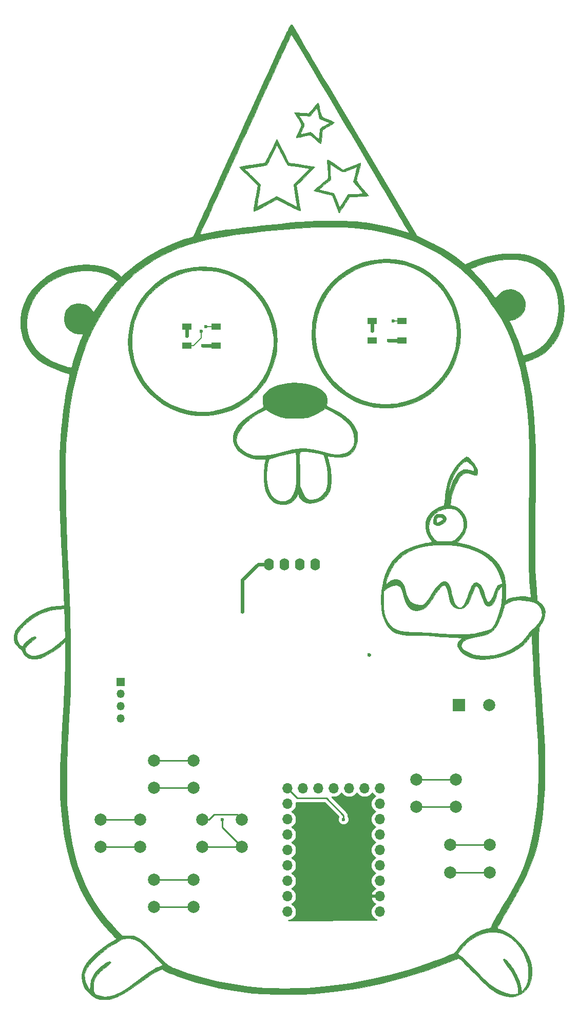
<source format=gbr>
G04 #@! TF.GenerationSoftware,KiCad,Pcbnew,8.0.5-8.0.5-0~ubuntu24.04.1*
G04 #@! TF.CreationDate,2024-10-08T07:53:09+09:00*
G04 #@! TF.ProjectId,gopher_party_rp2040_sw,676f7068-6572-45f7-9061-7274795f7270,rev?*
G04 #@! TF.SameCoordinates,Original*
G04 #@! TF.FileFunction,Copper,L1,Top*
G04 #@! TF.FilePolarity,Positive*
%FSLAX46Y46*%
G04 Gerber Fmt 4.6, Leading zero omitted, Abs format (unit mm)*
G04 Created by KiCad (PCBNEW 8.0.5-8.0.5-0~ubuntu24.04.1) date 2024-10-08 07:53:09*
%MOMM*%
%LPD*%
G01*
G04 APERTURE LIST*
G04 #@! TA.AperFunction,EtchedComponent*
%ADD10C,0.010000*%
G04 #@! TD*
G04 #@! TA.AperFunction,SMDPad,CuDef*
%ADD11R,1.500000X1.000000*%
G04 #@! TD*
G04 #@! TA.AperFunction,ComponentPad*
%ADD12O,1.700000X1.700000*%
G04 #@! TD*
G04 #@! TA.AperFunction,ComponentPad*
%ADD13O,1.600000X2.000000*%
G04 #@! TD*
G04 #@! TA.AperFunction,ComponentPad*
%ADD14C,2.000000*%
G04 #@! TD*
G04 #@! TA.AperFunction,ComponentPad*
%ADD15R,1.350000X1.350000*%
G04 #@! TD*
G04 #@! TA.AperFunction,ComponentPad*
%ADD16O,1.350000X1.350000*%
G04 #@! TD*
G04 #@! TA.AperFunction,ComponentPad*
%ADD17R,2.000000X2.000000*%
G04 #@! TD*
G04 #@! TA.AperFunction,ViaPad*
%ADD18C,0.600000*%
G04 #@! TD*
G04 #@! TA.AperFunction,Conductor*
%ADD19C,0.250000*%
G04 #@! TD*
G04 #@! TA.AperFunction,Conductor*
%ADD20C,0.600000*%
G04 #@! TD*
G04 #@! TA.AperFunction,Conductor*
%ADD21C,0.200000*%
G04 #@! TD*
G04 APERTURE END LIST*
D10*
X132447769Y-101770595D02*
X132770482Y-101948681D01*
X133002998Y-102196401D01*
X133093072Y-102473591D01*
X133093077Y-102475643D01*
X133001541Y-102822602D01*
X132749033Y-103151647D01*
X132368700Y-103422677D01*
X132270371Y-103470897D01*
X131866168Y-103617548D01*
X131550761Y-103635882D01*
X131285769Y-103539417D01*
X131075942Y-103384722D01*
X130974224Y-103185469D01*
X130949245Y-102911095D01*
X131451259Y-102911095D01*
X131504779Y-103097020D01*
X131635748Y-103167692D01*
X131784420Y-103122807D01*
X132024328Y-103010132D01*
X132122751Y-102956861D01*
X132423759Y-102747706D01*
X132562297Y-102557372D01*
X132527776Y-102403015D01*
X132485809Y-102368678D01*
X132198525Y-102243949D01*
X131907141Y-102211802D01*
X131734687Y-102259772D01*
X131572739Y-102432586D01*
X131476087Y-102669656D01*
X131451259Y-102911095D01*
X130949245Y-102911095D01*
X130945512Y-102870093D01*
X130945342Y-102845341D01*
X131018945Y-102358962D01*
X131238555Y-102000711D01*
X131595749Y-101779018D01*
X132082105Y-101702314D01*
X132087106Y-101702308D01*
X132447769Y-101770595D01*
G04 #@! TA.AperFunction,EtchedComponent*
G36*
X132447769Y-101770595D02*
G01*
X132770482Y-101948681D01*
X133002998Y-102196401D01*
X133093072Y-102473591D01*
X133093077Y-102475643D01*
X133001541Y-102822602D01*
X132749033Y-103151647D01*
X132368700Y-103422677D01*
X132270371Y-103470897D01*
X131866168Y-103617548D01*
X131550761Y-103635882D01*
X131285769Y-103539417D01*
X131075942Y-103384722D01*
X130974224Y-103185469D01*
X130949245Y-102911095D01*
X131451259Y-102911095D01*
X131504779Y-103097020D01*
X131635748Y-103167692D01*
X131784420Y-103122807D01*
X132024328Y-103010132D01*
X132122751Y-102956861D01*
X132423759Y-102747706D01*
X132562297Y-102557372D01*
X132527776Y-102403015D01*
X132485809Y-102368678D01*
X132198525Y-102243949D01*
X131907141Y-102211802D01*
X131734687Y-102259772D01*
X131572739Y-102432586D01*
X131476087Y-102669656D01*
X131451259Y-102911095D01*
X130949245Y-102911095D01*
X130945512Y-102870093D01*
X130945342Y-102845341D01*
X131018945Y-102358962D01*
X131238555Y-102000711D01*
X131595749Y-101779018D01*
X132082105Y-101702314D01*
X132087106Y-101702308D01*
X132447769Y-101770595D01*
G37*
G04 #@! TD.AperFunction*
X124687291Y-59763483D02*
X126191206Y-60036411D01*
X127628159Y-60484681D01*
X128986103Y-61100912D01*
X130252989Y-61877724D01*
X131416770Y-62807733D01*
X132465399Y-63883559D01*
X133386827Y-65097819D01*
X134165105Y-66435385D01*
X134736749Y-67739630D01*
X135136381Y-69056193D01*
X135372983Y-70423826D01*
X135455538Y-71881281D01*
X135455756Y-72003166D01*
X135358787Y-73528916D01*
X135080987Y-75002346D01*
X134632664Y-76411209D01*
X134024125Y-77743257D01*
X133265677Y-78986243D01*
X132367629Y-80127919D01*
X131340288Y-81156037D01*
X130193960Y-82058350D01*
X128938955Y-82822609D01*
X127585578Y-83436568D01*
X126144139Y-83887978D01*
X125304877Y-84064753D01*
X124722085Y-84138246D01*
X124013794Y-84183855D01*
X123240632Y-84201569D01*
X122463227Y-84191377D01*
X121742209Y-84153268D01*
X121138205Y-84087231D01*
X121008043Y-84065527D01*
X119530155Y-83699599D01*
X118127427Y-83162761D01*
X116812103Y-82467270D01*
X115596429Y-81625383D01*
X114492647Y-80649357D01*
X113513004Y-79551449D01*
X112669743Y-78343916D01*
X111975108Y-77039014D01*
X111441344Y-75649001D01*
X111080695Y-74186133D01*
X111068146Y-74115429D01*
X110981038Y-73420700D01*
X110932671Y-72604141D01*
X110924860Y-71899269D01*
X111498727Y-71899269D01*
X111575786Y-73311407D01*
X111827038Y-74720021D01*
X112257460Y-76109691D01*
X112760672Y-77250206D01*
X113505797Y-78510981D01*
X114404372Y-79663743D01*
X115439277Y-80695772D01*
X116593390Y-81594347D01*
X117849592Y-82346748D01*
X119190760Y-82940256D01*
X120599776Y-83362150D01*
X121135253Y-83472275D01*
X121824510Y-83560843D01*
X122631730Y-83607617D01*
X123483991Y-83612493D01*
X124308371Y-83575368D01*
X125031948Y-83496136D01*
X125142352Y-83478008D01*
X126602564Y-83126587D01*
X127990386Y-82599547D01*
X129291761Y-81907323D01*
X130492633Y-81060347D01*
X131578945Y-80069053D01*
X132536640Y-78943873D01*
X133351663Y-77695240D01*
X133625572Y-77181538D01*
X134192117Y-75866117D01*
X134580178Y-74522613D01*
X134796827Y-73120532D01*
X134851538Y-71896821D01*
X134757960Y-70383743D01*
X134478898Y-68929912D01*
X134016863Y-67541350D01*
X133374368Y-66224075D01*
X132553924Y-64984109D01*
X131558041Y-63827471D01*
X131432308Y-63700000D01*
X130284215Y-62679650D01*
X129060983Y-61839659D01*
X127762581Y-61180013D01*
X126388980Y-60700701D01*
X124940151Y-60401709D01*
X123416063Y-60283027D01*
X123167975Y-60280769D01*
X121829094Y-60345619D01*
X120579119Y-60548505D01*
X119366412Y-60901936D01*
X118139337Y-61418416D01*
X117822305Y-61575480D01*
X116555690Y-62325501D01*
X115418456Y-63210766D01*
X114415582Y-64215856D01*
X113552048Y-65325352D01*
X112832831Y-66523835D01*
X112262912Y-67795888D01*
X111847269Y-69126090D01*
X111590881Y-70499023D01*
X111498727Y-71899269D01*
X110924860Y-71899269D01*
X110923044Y-71735430D01*
X110952158Y-70884243D01*
X111020012Y-70120256D01*
X111068146Y-69794571D01*
X111420991Y-68319128D01*
X111943845Y-66924042D01*
X112624270Y-65619752D01*
X113449829Y-64416694D01*
X114408085Y-63325306D01*
X115486600Y-62356025D01*
X116672937Y-61519290D01*
X117954659Y-60825538D01*
X119319330Y-60285206D01*
X120754510Y-59908732D01*
X122247765Y-59706554D01*
X123128462Y-59673280D01*
X124687291Y-59763483D01*
G04 #@! TA.AperFunction,EtchedComponent*
G36*
X124687291Y-59763483D02*
G01*
X126191206Y-60036411D01*
X127628159Y-60484681D01*
X128986103Y-61100912D01*
X130252989Y-61877724D01*
X131416770Y-62807733D01*
X132465399Y-63883559D01*
X133386827Y-65097819D01*
X134165105Y-66435385D01*
X134736749Y-67739630D01*
X135136381Y-69056193D01*
X135372983Y-70423826D01*
X135455538Y-71881281D01*
X135455756Y-72003166D01*
X135358787Y-73528916D01*
X135080987Y-75002346D01*
X134632664Y-76411209D01*
X134024125Y-77743257D01*
X133265677Y-78986243D01*
X132367629Y-80127919D01*
X131340288Y-81156037D01*
X130193960Y-82058350D01*
X128938955Y-82822609D01*
X127585578Y-83436568D01*
X126144139Y-83887978D01*
X125304877Y-84064753D01*
X124722085Y-84138246D01*
X124013794Y-84183855D01*
X123240632Y-84201569D01*
X122463227Y-84191377D01*
X121742209Y-84153268D01*
X121138205Y-84087231D01*
X121008043Y-84065527D01*
X119530155Y-83699599D01*
X118127427Y-83162761D01*
X116812103Y-82467270D01*
X115596429Y-81625383D01*
X114492647Y-80649357D01*
X113513004Y-79551449D01*
X112669743Y-78343916D01*
X111975108Y-77039014D01*
X111441344Y-75649001D01*
X111080695Y-74186133D01*
X111068146Y-74115429D01*
X110981038Y-73420700D01*
X110932671Y-72604141D01*
X110924860Y-71899269D01*
X111498727Y-71899269D01*
X111575786Y-73311407D01*
X111827038Y-74720021D01*
X112257460Y-76109691D01*
X112760672Y-77250206D01*
X113505797Y-78510981D01*
X114404372Y-79663743D01*
X115439277Y-80695772D01*
X116593390Y-81594347D01*
X117849592Y-82346748D01*
X119190760Y-82940256D01*
X120599776Y-83362150D01*
X121135253Y-83472275D01*
X121824510Y-83560843D01*
X122631730Y-83607617D01*
X123483991Y-83612493D01*
X124308371Y-83575368D01*
X125031948Y-83496136D01*
X125142352Y-83478008D01*
X126602564Y-83126587D01*
X127990386Y-82599547D01*
X129291761Y-81907323D01*
X130492633Y-81060347D01*
X131578945Y-80069053D01*
X132536640Y-78943873D01*
X133351663Y-77695240D01*
X133625572Y-77181538D01*
X134192117Y-75866117D01*
X134580178Y-74522613D01*
X134796827Y-73120532D01*
X134851538Y-71896821D01*
X134757960Y-70383743D01*
X134478898Y-68929912D01*
X134016863Y-67541350D01*
X133374368Y-66224075D01*
X132553924Y-64984109D01*
X131558041Y-63827471D01*
X131432308Y-63700000D01*
X130284215Y-62679650D01*
X129060983Y-61839659D01*
X127762581Y-61180013D01*
X126388980Y-60700701D01*
X124940151Y-60401709D01*
X123416063Y-60283027D01*
X123167975Y-60280769D01*
X121829094Y-60345619D01*
X120579119Y-60548505D01*
X119366412Y-60901936D01*
X118139337Y-61418416D01*
X117822305Y-61575480D01*
X116555690Y-62325501D01*
X115418456Y-63210766D01*
X114415582Y-64215856D01*
X113552048Y-65325352D01*
X112832831Y-66523835D01*
X112262912Y-67795888D01*
X111847269Y-69126090D01*
X111590881Y-70499023D01*
X111498727Y-71899269D01*
X110924860Y-71899269D01*
X110923044Y-71735430D01*
X110952158Y-70884243D01*
X111020012Y-70120256D01*
X111068146Y-69794571D01*
X111420991Y-68319128D01*
X111943845Y-66924042D01*
X112624270Y-65619752D01*
X113449829Y-64416694D01*
X114408085Y-63325306D01*
X115486600Y-62356025D01*
X116672937Y-61519290D01*
X117954659Y-60825538D01*
X119319330Y-60285206D01*
X120754510Y-59908732D01*
X122247765Y-59706554D01*
X123128462Y-59673280D01*
X124687291Y-59763483D01*
G37*
G04 #@! TD.AperFunction*
X113703706Y-43418883D02*
X113999566Y-43584330D01*
X114430248Y-43855246D01*
X114802915Y-44100750D01*
X116109334Y-44971907D01*
X116561377Y-44777898D01*
X117237153Y-44491766D01*
X117830979Y-44248015D01*
X118322458Y-44054512D01*
X118691197Y-43919123D01*
X118916800Y-43849714D01*
X118979406Y-43845248D01*
X118969819Y-43947872D01*
X118917897Y-44201096D01*
X118833067Y-44567118D01*
X118724754Y-45008134D01*
X118602383Y-45486342D01*
X118475380Y-45963939D01*
X118353171Y-46403120D01*
X118276697Y-46663576D01*
X118321250Y-46808727D01*
X118497972Y-47085561D01*
X118801687Y-47486795D01*
X119227216Y-48005149D01*
X119249278Y-48031268D01*
X120270326Y-49238750D01*
X119618796Y-49299884D01*
X119205725Y-49330038D01*
X118693075Y-49355315D01*
X118176651Y-49371209D01*
X118060759Y-49373154D01*
X117154252Y-49385288D01*
X116709239Y-50093557D01*
X116428240Y-50540988D01*
X116116722Y-51037323D01*
X115841421Y-51476231D01*
X115837775Y-51482046D01*
X115604885Y-51829036D01*
X115444675Y-52012865D01*
X115362703Y-52027297D01*
X115359085Y-52019354D01*
X115307119Y-51880795D01*
X115199393Y-51596002D01*
X115049688Y-51201329D01*
X114871787Y-50733133D01*
X114791549Y-50522191D01*
X114276254Y-49167940D01*
X112783844Y-48800941D01*
X112271819Y-48673200D01*
X111830347Y-48559589D01*
X111492659Y-48468936D01*
X111291986Y-48410069D01*
X111251281Y-48393790D01*
X111309846Y-48322903D01*
X111443311Y-48202110D01*
X112073850Y-48202110D01*
X112437546Y-48302531D01*
X112698507Y-48370229D01*
X113082383Y-48464593D01*
X113521533Y-48569111D01*
X113693700Y-48609181D01*
X114586158Y-48815409D01*
X115018251Y-49978509D01*
X115185908Y-50416826D01*
X115333924Y-50779788D01*
X115447489Y-51032741D01*
X115511791Y-51141033D01*
X115515814Y-51142679D01*
X115588290Y-51064405D01*
X115739730Y-50849640D01*
X115949091Y-50529741D01*
X116195327Y-50136067D01*
X116236249Y-50069134D01*
X116891214Y-48994519D01*
X117782701Y-48988889D01*
X118230547Y-48978796D01*
X118648144Y-48956804D01*
X118965129Y-48927018D01*
X119038701Y-48915620D01*
X119403212Y-48847980D01*
X118591691Y-47885370D01*
X117780171Y-46922759D01*
X118103479Y-45742695D01*
X118222851Y-45291581D01*
X118315106Y-44912787D01*
X118371737Y-44643596D01*
X118384240Y-44521294D01*
X118382727Y-44518569D01*
X118281027Y-44536908D01*
X118035576Y-44618956D01*
X117682334Y-44751755D01*
X117257263Y-44922344D01*
X117222974Y-44936514D01*
X116786320Y-45119602D01*
X116463690Y-45243884D01*
X116212089Y-45302972D01*
X115988524Y-45290474D01*
X115750000Y-45200000D01*
X115453525Y-45025162D01*
X115056103Y-44759568D01*
X114780398Y-44573486D01*
X113915069Y-43993022D01*
X113984907Y-45297039D01*
X114054746Y-46601057D01*
X113064298Y-47401583D01*
X112073850Y-48202110D01*
X111443311Y-48202110D01*
X111497596Y-48152980D01*
X111789719Y-47905239D01*
X112161407Y-47600898D01*
X112427082Y-47388203D01*
X112920200Y-46989174D01*
X113270999Y-46686019D01*
X113496735Y-46461872D01*
X113614663Y-46299866D01*
X113643035Y-46199735D01*
X113634926Y-46019049D01*
X113612820Y-45689881D01*
X113580054Y-45258362D01*
X113539964Y-44770625D01*
X113538210Y-44750068D01*
X113500571Y-44270251D01*
X113474149Y-43853665D01*
X113461225Y-43543069D01*
X113464080Y-43381219D01*
X113464941Y-43376514D01*
X113529790Y-43351935D01*
X113703706Y-43418883D01*
G04 #@! TA.AperFunction,EtchedComponent*
G36*
X113703706Y-43418883D02*
G01*
X113999566Y-43584330D01*
X114430248Y-43855246D01*
X114802915Y-44100750D01*
X116109334Y-44971907D01*
X116561377Y-44777898D01*
X117237153Y-44491766D01*
X117830979Y-44248015D01*
X118322458Y-44054512D01*
X118691197Y-43919123D01*
X118916800Y-43849714D01*
X118979406Y-43845248D01*
X118969819Y-43947872D01*
X118917897Y-44201096D01*
X118833067Y-44567118D01*
X118724754Y-45008134D01*
X118602383Y-45486342D01*
X118475380Y-45963939D01*
X118353171Y-46403120D01*
X118276697Y-46663576D01*
X118321250Y-46808727D01*
X118497972Y-47085561D01*
X118801687Y-47486795D01*
X119227216Y-48005149D01*
X119249278Y-48031268D01*
X120270326Y-49238750D01*
X119618796Y-49299884D01*
X119205725Y-49330038D01*
X118693075Y-49355315D01*
X118176651Y-49371209D01*
X118060759Y-49373154D01*
X117154252Y-49385288D01*
X116709239Y-50093557D01*
X116428240Y-50540988D01*
X116116722Y-51037323D01*
X115841421Y-51476231D01*
X115837775Y-51482046D01*
X115604885Y-51829036D01*
X115444675Y-52012865D01*
X115362703Y-52027297D01*
X115359085Y-52019354D01*
X115307119Y-51880795D01*
X115199393Y-51596002D01*
X115049688Y-51201329D01*
X114871787Y-50733133D01*
X114791549Y-50522191D01*
X114276254Y-49167940D01*
X112783844Y-48800941D01*
X112271819Y-48673200D01*
X111830347Y-48559589D01*
X111492659Y-48468936D01*
X111291986Y-48410069D01*
X111251281Y-48393790D01*
X111309846Y-48322903D01*
X111443311Y-48202110D01*
X112073850Y-48202110D01*
X112437546Y-48302531D01*
X112698507Y-48370229D01*
X113082383Y-48464593D01*
X113521533Y-48569111D01*
X113693700Y-48609181D01*
X114586158Y-48815409D01*
X115018251Y-49978509D01*
X115185908Y-50416826D01*
X115333924Y-50779788D01*
X115447489Y-51032741D01*
X115511791Y-51141033D01*
X115515814Y-51142679D01*
X115588290Y-51064405D01*
X115739730Y-50849640D01*
X115949091Y-50529741D01*
X116195327Y-50136067D01*
X116236249Y-50069134D01*
X116891214Y-48994519D01*
X117782701Y-48988889D01*
X118230547Y-48978796D01*
X118648144Y-48956804D01*
X118965129Y-48927018D01*
X119038701Y-48915620D01*
X119403212Y-48847980D01*
X118591691Y-47885370D01*
X117780171Y-46922759D01*
X118103479Y-45742695D01*
X118222851Y-45291581D01*
X118315106Y-44912787D01*
X118371737Y-44643596D01*
X118384240Y-44521294D01*
X118382727Y-44518569D01*
X118281027Y-44536908D01*
X118035576Y-44618956D01*
X117682334Y-44751755D01*
X117257263Y-44922344D01*
X117222974Y-44936514D01*
X116786320Y-45119602D01*
X116463690Y-45243884D01*
X116212089Y-45302972D01*
X115988524Y-45290474D01*
X115750000Y-45200000D01*
X115453525Y-45025162D01*
X115056103Y-44759568D01*
X114780398Y-44573486D01*
X113915069Y-43993022D01*
X113984907Y-45297039D01*
X114054746Y-46601057D01*
X113064298Y-47401583D01*
X112073850Y-48202110D01*
X111443311Y-48202110D01*
X111497596Y-48152980D01*
X111789719Y-47905239D01*
X112161407Y-47600898D01*
X112427082Y-47388203D01*
X112920200Y-46989174D01*
X113270999Y-46686019D01*
X113496735Y-46461872D01*
X113614663Y-46299866D01*
X113643035Y-46199735D01*
X113634926Y-46019049D01*
X113612820Y-45689881D01*
X113580054Y-45258362D01*
X113539964Y-44770625D01*
X113538210Y-44750068D01*
X113500571Y-44270251D01*
X113474149Y-43853665D01*
X113461225Y-43543069D01*
X113464080Y-43381219D01*
X113464941Y-43376514D01*
X113529790Y-43351935D01*
X113703706Y-43418883D01*
G37*
G04 #@! TD.AperFunction*
X94263913Y-61008994D02*
X95485447Y-61186181D01*
X96663260Y-61498545D01*
X97854473Y-61959456D01*
X98467486Y-62247093D01*
X99776800Y-63000455D01*
X100970312Y-63905664D01*
X102039109Y-64951014D01*
X102974278Y-66124799D01*
X103766907Y-67415314D01*
X104408085Y-68810852D01*
X104888897Y-70299706D01*
X105020564Y-70854185D01*
X105115834Y-71463596D01*
X105176108Y-72206327D01*
X105201442Y-73023482D01*
X105191893Y-73856167D01*
X105147518Y-74645488D01*
X105068374Y-75332548D01*
X105015967Y-75618461D01*
X104594748Y-77133543D01*
X104008614Y-78556878D01*
X103268009Y-79878229D01*
X102383376Y-81087359D01*
X101365158Y-82174030D01*
X100223800Y-83128004D01*
X98969745Y-83939043D01*
X97613436Y-84596911D01*
X96165318Y-85091370D01*
X95104400Y-85334447D01*
X94445538Y-85420935D01*
X93659377Y-85468716D01*
X92810005Y-85478411D01*
X91961510Y-85450642D01*
X91177977Y-85386030D01*
X90548077Y-85290261D01*
X89052489Y-84890275D01*
X87644258Y-84321981D01*
X86333855Y-83596692D01*
X85131748Y-82725720D01*
X84048408Y-81720377D01*
X83094304Y-80591975D01*
X82279906Y-79351828D01*
X81615684Y-78011247D01*
X81112108Y-76581546D01*
X80779647Y-75074035D01*
X80722991Y-74674416D01*
X80634317Y-73225000D01*
X81275654Y-73225000D01*
X81313093Y-74370306D01*
X81434883Y-75397476D01*
X81655231Y-76364843D01*
X81988344Y-77330738D01*
X82448431Y-78353492D01*
X82596252Y-78646923D01*
X83343333Y-79891242D01*
X84244085Y-81027989D01*
X85281486Y-82044667D01*
X86438515Y-82928778D01*
X87698151Y-83667827D01*
X89043372Y-84249315D01*
X90457158Y-84660747D01*
X90912943Y-84752941D01*
X91533485Y-84832195D01*
X92279045Y-84875725D01*
X93082545Y-84883489D01*
X93876905Y-84855443D01*
X94595044Y-84791544D01*
X94848751Y-84755479D01*
X96300041Y-84422353D01*
X97687743Y-83907027D01*
X98998700Y-83216064D01*
X100219757Y-82356029D01*
X100964202Y-81704507D01*
X101973233Y-80616471D01*
X102831333Y-79422861D01*
X103531440Y-78142316D01*
X104066490Y-76793474D01*
X104429421Y-75394976D01*
X104613170Y-73965459D01*
X104610675Y-72523563D01*
X104580015Y-72162286D01*
X104333368Y-70665725D01*
X103911523Y-69239132D01*
X103324804Y-67894602D01*
X102583538Y-66644235D01*
X101698048Y-65500128D01*
X100678662Y-64474379D01*
X99535703Y-63579085D01*
X98279497Y-62826344D01*
X96920370Y-62228254D01*
X95803333Y-61878934D01*
X95060365Y-61728602D01*
X94195145Y-61622837D01*
X93276459Y-61565223D01*
X92373095Y-61559349D01*
X91553839Y-61608800D01*
X91277982Y-61642975D01*
X89819775Y-61944171D01*
X88458379Y-62410028D01*
X87181890Y-63046580D01*
X85978407Y-63859860D01*
X84836025Y-64855904D01*
X84726544Y-64963942D01*
X84109448Y-65603770D01*
X83611398Y-66183000D01*
X83192817Y-66755117D01*
X82814132Y-67373604D01*
X82485614Y-67992451D01*
X81999059Y-69064344D01*
X81648007Y-70101624D01*
X81419518Y-71160253D01*
X81300651Y-72296193D01*
X81275654Y-73225000D01*
X80634317Y-73225000D01*
X80631840Y-73184524D01*
X80728027Y-71704940D01*
X81003626Y-70252843D01*
X81450712Y-68845411D01*
X82061359Y-67499821D01*
X82827640Y-66233252D01*
X83741630Y-65062880D01*
X84795403Y-64005884D01*
X85981034Y-63079442D01*
X86114461Y-62989367D01*
X87414304Y-62225601D01*
X88748080Y-61646101D01*
X90135369Y-61245029D01*
X91595754Y-61016546D01*
X92941538Y-60953613D01*
X94263913Y-61008994D01*
G04 #@! TA.AperFunction,EtchedComponent*
G36*
X94263913Y-61008994D02*
G01*
X95485447Y-61186181D01*
X96663260Y-61498545D01*
X97854473Y-61959456D01*
X98467486Y-62247093D01*
X99776800Y-63000455D01*
X100970312Y-63905664D01*
X102039109Y-64951014D01*
X102974278Y-66124799D01*
X103766907Y-67415314D01*
X104408085Y-68810852D01*
X104888897Y-70299706D01*
X105020564Y-70854185D01*
X105115834Y-71463596D01*
X105176108Y-72206327D01*
X105201442Y-73023482D01*
X105191893Y-73856167D01*
X105147518Y-74645488D01*
X105068374Y-75332548D01*
X105015967Y-75618461D01*
X104594748Y-77133543D01*
X104008614Y-78556878D01*
X103268009Y-79878229D01*
X102383376Y-81087359D01*
X101365158Y-82174030D01*
X100223800Y-83128004D01*
X98969745Y-83939043D01*
X97613436Y-84596911D01*
X96165318Y-85091370D01*
X95104400Y-85334447D01*
X94445538Y-85420935D01*
X93659377Y-85468716D01*
X92810005Y-85478411D01*
X91961510Y-85450642D01*
X91177977Y-85386030D01*
X90548077Y-85290261D01*
X89052489Y-84890275D01*
X87644258Y-84321981D01*
X86333855Y-83596692D01*
X85131748Y-82725720D01*
X84048408Y-81720377D01*
X83094304Y-80591975D01*
X82279906Y-79351828D01*
X81615684Y-78011247D01*
X81112108Y-76581546D01*
X80779647Y-75074035D01*
X80722991Y-74674416D01*
X80634317Y-73225000D01*
X81275654Y-73225000D01*
X81313093Y-74370306D01*
X81434883Y-75397476D01*
X81655231Y-76364843D01*
X81988344Y-77330738D01*
X82448431Y-78353492D01*
X82596252Y-78646923D01*
X83343333Y-79891242D01*
X84244085Y-81027989D01*
X85281486Y-82044667D01*
X86438515Y-82928778D01*
X87698151Y-83667827D01*
X89043372Y-84249315D01*
X90457158Y-84660747D01*
X90912943Y-84752941D01*
X91533485Y-84832195D01*
X92279045Y-84875725D01*
X93082545Y-84883489D01*
X93876905Y-84855443D01*
X94595044Y-84791544D01*
X94848751Y-84755479D01*
X96300041Y-84422353D01*
X97687743Y-83907027D01*
X98998700Y-83216064D01*
X100219757Y-82356029D01*
X100964202Y-81704507D01*
X101973233Y-80616471D01*
X102831333Y-79422861D01*
X103531440Y-78142316D01*
X104066490Y-76793474D01*
X104429421Y-75394976D01*
X104613170Y-73965459D01*
X104610675Y-72523563D01*
X104580015Y-72162286D01*
X104333368Y-70665725D01*
X103911523Y-69239132D01*
X103324804Y-67894602D01*
X102583538Y-66644235D01*
X101698048Y-65500128D01*
X100678662Y-64474379D01*
X99535703Y-63579085D01*
X98279497Y-62826344D01*
X96920370Y-62228254D01*
X95803333Y-61878934D01*
X95060365Y-61728602D01*
X94195145Y-61622837D01*
X93276459Y-61565223D01*
X92373095Y-61559349D01*
X91553839Y-61608800D01*
X91277982Y-61642975D01*
X89819775Y-61944171D01*
X88458379Y-62410028D01*
X87181890Y-63046580D01*
X85978407Y-63859860D01*
X84836025Y-64855904D01*
X84726544Y-64963942D01*
X84109448Y-65603770D01*
X83611398Y-66183000D01*
X83192817Y-66755117D01*
X82814132Y-67373604D01*
X82485614Y-67992451D01*
X81999059Y-69064344D01*
X81648007Y-70101624D01*
X81419518Y-71160253D01*
X81300651Y-72296193D01*
X81275654Y-73225000D01*
X80634317Y-73225000D01*
X80631840Y-73184524D01*
X80728027Y-71704940D01*
X81003626Y-70252843D01*
X81450712Y-68845411D01*
X82061359Y-67499821D01*
X82827640Y-66233252D01*
X83741630Y-65062880D01*
X84795403Y-64005884D01*
X85981034Y-63079442D01*
X86114461Y-62989367D01*
X87414304Y-62225601D01*
X88748080Y-61646101D01*
X90135369Y-61245029D01*
X91595754Y-61016546D01*
X92941538Y-60953613D01*
X94263913Y-61008994D01*
G37*
G04 #@! TD.AperFunction*
X112003091Y-34024597D02*
X112072966Y-34258235D01*
X112154842Y-34595995D01*
X112185735Y-34738858D01*
X112301125Y-35298357D01*
X112391551Y-35702388D01*
X112481020Y-35984632D01*
X112593537Y-36178770D01*
X112753107Y-36318483D01*
X112983735Y-36437453D01*
X113309426Y-36569359D01*
X113561497Y-36669142D01*
X113974553Y-36839563D01*
X114316190Y-36988840D01*
X114548048Y-37099663D01*
X114630862Y-37151715D01*
X114568996Y-37225032D01*
X114368295Y-37371702D01*
X114060626Y-37570024D01*
X113701863Y-37784435D01*
X113312871Y-38013157D01*
X112990000Y-38210000D01*
X112768889Y-38352768D01*
X112686124Y-38417034D01*
X112662096Y-38538232D01*
X112631352Y-38810333D01*
X112598373Y-39189175D01*
X112575502Y-39507137D01*
X112541985Y-39941723D01*
X112504775Y-40307375D01*
X112469129Y-40557550D01*
X112447630Y-40639591D01*
X112350526Y-40632357D01*
X112138058Y-40493413D01*
X111827344Y-40234656D01*
X111703200Y-40122271D01*
X111309342Y-39758143D01*
X111020029Y-39506094D01*
X110790194Y-39352538D01*
X110574769Y-39283891D01*
X110328689Y-39286565D01*
X110006886Y-39346976D01*
X109564294Y-39451538D01*
X109515914Y-39462903D01*
X109080033Y-39560496D01*
X108718428Y-39633094D01*
X108470511Y-39673350D01*
X108376520Y-39675318D01*
X108396426Y-39574169D01*
X108484231Y-39334021D01*
X108625132Y-38992893D01*
X108770721Y-38662694D01*
X108949897Y-38255352D01*
X109093973Y-37906398D01*
X109185913Y-37658463D01*
X109210475Y-37562370D01*
X109162391Y-37427559D01*
X109031557Y-37169937D01*
X108840223Y-36831464D01*
X108692400Y-36585447D01*
X108464433Y-36214217D01*
X108364503Y-36051086D01*
X108848649Y-36051086D01*
X108918738Y-36167424D01*
X109062629Y-36404715D01*
X109252474Y-36717051D01*
X109303827Y-36801440D01*
X109487162Y-37105361D01*
X109599147Y-37331576D01*
X109638873Y-37529718D01*
X109605427Y-37749418D01*
X109497901Y-38040309D01*
X109315382Y-38452021D01*
X109271765Y-38548858D01*
X109149792Y-38829684D01*
X109101854Y-39007393D01*
X109151456Y-39093097D01*
X109322100Y-39097912D01*
X109637289Y-39032951D01*
X110064707Y-38923823D01*
X110770829Y-38740407D01*
X111383553Y-39311941D01*
X111667391Y-39571104D01*
X111896660Y-39770036D01*
X112034850Y-39877468D01*
X112055939Y-39887801D01*
X112099723Y-39802556D01*
X112148439Y-39578855D01*
X112177205Y-39379242D01*
X112214164Y-39002594D01*
X112236618Y-38641257D01*
X112239659Y-38513197D01*
X112249089Y-38343658D01*
X112297740Y-38212128D01*
X112417592Y-38085993D01*
X112640624Y-37932639D01*
X112998814Y-37719449D01*
X113043299Y-37693582D01*
X113846090Y-37227129D01*
X113001457Y-36882775D01*
X112156823Y-36538422D01*
X111982350Y-35675274D01*
X111900100Y-35295137D01*
X111826091Y-35000697D01*
X111771582Y-34834740D01*
X111755538Y-34813282D01*
X111673772Y-34883878D01*
X111500578Y-35071280D01*
X111267666Y-35340599D01*
X111167734Y-35460009D01*
X110632268Y-36105581D01*
X109716917Y-36038390D01*
X109328469Y-36017326D01*
X109032260Y-36015611D01*
X108867885Y-36032664D01*
X108848649Y-36051086D01*
X108364503Y-36051086D01*
X108269655Y-35896252D01*
X108134327Y-35674464D01*
X108091190Y-35603055D01*
X108071083Y-35552504D01*
X108096921Y-35519374D01*
X108192611Y-35504339D01*
X108382058Y-35508075D01*
X108689172Y-35531259D01*
X109137858Y-35574566D01*
X109752025Y-35638671D01*
X109897353Y-35654104D01*
X110436121Y-35711399D01*
X111167353Y-34828195D01*
X111458385Y-34481927D01*
X111705018Y-34198314D01*
X111880612Y-34007330D01*
X111957723Y-33938944D01*
X112003091Y-34024597D01*
G04 #@! TA.AperFunction,EtchedComponent*
G36*
X112003091Y-34024597D02*
G01*
X112072966Y-34258235D01*
X112154842Y-34595995D01*
X112185735Y-34738858D01*
X112301125Y-35298357D01*
X112391551Y-35702388D01*
X112481020Y-35984632D01*
X112593537Y-36178770D01*
X112753107Y-36318483D01*
X112983735Y-36437453D01*
X113309426Y-36569359D01*
X113561497Y-36669142D01*
X113974553Y-36839563D01*
X114316190Y-36988840D01*
X114548048Y-37099663D01*
X114630862Y-37151715D01*
X114568996Y-37225032D01*
X114368295Y-37371702D01*
X114060626Y-37570024D01*
X113701863Y-37784435D01*
X113312871Y-38013157D01*
X112990000Y-38210000D01*
X112768889Y-38352768D01*
X112686124Y-38417034D01*
X112662096Y-38538232D01*
X112631352Y-38810333D01*
X112598373Y-39189175D01*
X112575502Y-39507137D01*
X112541985Y-39941723D01*
X112504775Y-40307375D01*
X112469129Y-40557550D01*
X112447630Y-40639591D01*
X112350526Y-40632357D01*
X112138058Y-40493413D01*
X111827344Y-40234656D01*
X111703200Y-40122271D01*
X111309342Y-39758143D01*
X111020029Y-39506094D01*
X110790194Y-39352538D01*
X110574769Y-39283891D01*
X110328689Y-39286565D01*
X110006886Y-39346976D01*
X109564294Y-39451538D01*
X109515914Y-39462903D01*
X109080033Y-39560496D01*
X108718428Y-39633094D01*
X108470511Y-39673350D01*
X108376520Y-39675318D01*
X108396426Y-39574169D01*
X108484231Y-39334021D01*
X108625132Y-38992893D01*
X108770721Y-38662694D01*
X108949897Y-38255352D01*
X109093973Y-37906398D01*
X109185913Y-37658463D01*
X109210475Y-37562370D01*
X109162391Y-37427559D01*
X109031557Y-37169937D01*
X108840223Y-36831464D01*
X108692400Y-36585447D01*
X108464433Y-36214217D01*
X108364503Y-36051086D01*
X108848649Y-36051086D01*
X108918738Y-36167424D01*
X109062629Y-36404715D01*
X109252474Y-36717051D01*
X109303827Y-36801440D01*
X109487162Y-37105361D01*
X109599147Y-37331576D01*
X109638873Y-37529718D01*
X109605427Y-37749418D01*
X109497901Y-38040309D01*
X109315382Y-38452021D01*
X109271765Y-38548858D01*
X109149792Y-38829684D01*
X109101854Y-39007393D01*
X109151456Y-39093097D01*
X109322100Y-39097912D01*
X109637289Y-39032951D01*
X110064707Y-38923823D01*
X110770829Y-38740407D01*
X111383553Y-39311941D01*
X111667391Y-39571104D01*
X111896660Y-39770036D01*
X112034850Y-39877468D01*
X112055939Y-39887801D01*
X112099723Y-39802556D01*
X112148439Y-39578855D01*
X112177205Y-39379242D01*
X112214164Y-39002594D01*
X112236618Y-38641257D01*
X112239659Y-38513197D01*
X112249089Y-38343658D01*
X112297740Y-38212128D01*
X112417592Y-38085993D01*
X112640624Y-37932639D01*
X112998814Y-37719449D01*
X113043299Y-37693582D01*
X113846090Y-37227129D01*
X113001457Y-36882775D01*
X112156823Y-36538422D01*
X111982350Y-35675274D01*
X111900100Y-35295137D01*
X111826091Y-35000697D01*
X111771582Y-34834740D01*
X111755538Y-34813282D01*
X111673772Y-34883878D01*
X111500578Y-35071280D01*
X111267666Y-35340599D01*
X111167734Y-35460009D01*
X110632268Y-36105581D01*
X109716917Y-36038390D01*
X109328469Y-36017326D01*
X109032260Y-36015611D01*
X108867885Y-36032664D01*
X108848649Y-36051086D01*
X108364503Y-36051086D01*
X108269655Y-35896252D01*
X108134327Y-35674464D01*
X108091190Y-35603055D01*
X108071083Y-35552504D01*
X108096921Y-35519374D01*
X108192611Y-35504339D01*
X108382058Y-35508075D01*
X108689172Y-35531259D01*
X109137858Y-35574566D01*
X109752025Y-35638671D01*
X109897353Y-35654104D01*
X110436121Y-35711399D01*
X111167353Y-34828195D01*
X111458385Y-34481927D01*
X111705018Y-34198314D01*
X111880612Y-34007330D01*
X111957723Y-33938944D01*
X112003091Y-34024597D01*
G37*
G04 #@! TD.AperFunction*
X106134613Y-41846965D02*
X106416217Y-42409417D01*
X106668211Y-42910413D01*
X106877676Y-43324455D01*
X107031690Y-43626046D01*
X107117333Y-43789687D01*
X107130116Y-43811517D01*
X107231554Y-43834528D01*
X107498204Y-43880103D01*
X107901766Y-43943822D01*
X108413940Y-44021263D01*
X109006425Y-44108005D01*
X109268397Y-44145575D01*
X109883661Y-44235939D01*
X110428128Y-44320995D01*
X110874023Y-44395984D01*
X111193572Y-44456144D01*
X111359000Y-44496714D01*
X111375840Y-44506793D01*
X111309521Y-44590354D01*
X111123876Y-44790310D01*
X110838873Y-45086043D01*
X110474478Y-45456934D01*
X110050661Y-45882367D01*
X109857094Y-46074981D01*
X108338348Y-47582363D01*
X108684786Y-49590946D01*
X108788645Y-50198773D01*
X108880060Y-50744630D01*
X108954067Y-51197972D01*
X109005700Y-51528252D01*
X109029996Y-51704924D01*
X109031225Y-51722405D01*
X108948895Y-51716224D01*
X108717008Y-51628036D01*
X108358223Y-51468128D01*
X107895195Y-51246785D01*
X107350581Y-50974295D01*
X107101423Y-50846273D01*
X105171621Y-49847264D01*
X103317452Y-50817951D01*
X102676997Y-51153346D01*
X102189193Y-51408431D01*
X101833383Y-51593116D01*
X101588908Y-51717308D01*
X101435109Y-51790914D01*
X101351329Y-51823844D01*
X101316910Y-51826003D01*
X101311193Y-51807301D01*
X101313532Y-51779048D01*
X101329379Y-51664727D01*
X101373711Y-51386919D01*
X101441720Y-50974665D01*
X101528596Y-50457006D01*
X101629528Y-49862980D01*
X101671027Y-49620588D01*
X102028522Y-47536847D01*
X100498720Y-46063890D01*
X100050741Y-45629606D01*
X99654547Y-45239877D01*
X99330496Y-44915195D01*
X99230282Y-44811696D01*
X99848148Y-44811696D01*
X99915327Y-44898586D01*
X100102150Y-45097578D01*
X100386549Y-45386267D01*
X100746452Y-45742250D01*
X101157315Y-46140741D01*
X102466483Y-47399048D01*
X102148864Y-49227497D01*
X102054301Y-49796441D01*
X101979895Y-50293198D01*
X101929387Y-50688283D01*
X101906517Y-50952211D01*
X101915028Y-51055495D01*
X101916860Y-51055947D01*
X102026575Y-51012059D01*
X102279534Y-50890085D01*
X102646941Y-50704555D01*
X103100000Y-50470000D01*
X103587427Y-50212918D01*
X105172379Y-49369890D01*
X105758532Y-49679073D01*
X106559102Y-50100190D01*
X107200862Y-50434983D01*
X107696894Y-50690017D01*
X108060279Y-50871856D01*
X108304099Y-50987066D01*
X108441437Y-51042212D01*
X108484113Y-51046885D01*
X108480132Y-50942668D01*
X108446611Y-50676879D01*
X108388095Y-50280331D01*
X108309129Y-49783841D01*
X108215369Y-49224695D01*
X107909424Y-47442290D01*
X109254887Y-46094247D01*
X110600349Y-44746204D01*
X109009826Y-44519919D01*
X108453353Y-44440007D01*
X107946554Y-44365856D01*
X107529157Y-44303381D01*
X107240891Y-44258501D01*
X107144458Y-44242109D01*
X107039139Y-44207459D01*
X106935353Y-44129374D01*
X106817732Y-43984110D01*
X106670907Y-43747922D01*
X106479509Y-43397068D01*
X106228171Y-42907803D01*
X106044876Y-42543266D01*
X105784185Y-42027784D01*
X105551868Y-41578279D01*
X105362316Y-41221796D01*
X105229918Y-40985380D01*
X105169066Y-40896076D01*
X105168348Y-40895947D01*
X105111897Y-40979715D01*
X104986150Y-41212663D01*
X104805162Y-41567258D01*
X104582990Y-42015965D01*
X104335786Y-42526873D01*
X104088107Y-43042982D01*
X103870451Y-43494141D01*
X103696381Y-43852431D01*
X103579457Y-44089935D01*
X103533311Y-44178678D01*
X103434584Y-44198786D01*
X103172715Y-44242299D01*
X102777912Y-44304467D01*
X102280377Y-44380537D01*
X101710317Y-44465757D01*
X101679879Y-44470258D01*
X101108490Y-44558245D01*
X100609879Y-44641800D01*
X100213819Y-44715374D01*
X99950082Y-44773416D01*
X99848443Y-44810377D01*
X99848148Y-44811696D01*
X99230282Y-44811696D01*
X99098941Y-44676050D01*
X98980240Y-44542935D01*
X98968917Y-44523883D01*
X99060891Y-44490331D01*
X99317455Y-44435772D01*
X99709577Y-44365362D01*
X100208224Y-44284256D01*
X100784360Y-44197612D01*
X100898340Y-44181214D01*
X101501796Y-44094205D01*
X102048641Y-44013847D01*
X102505726Y-43945130D01*
X102839903Y-43893047D01*
X103018026Y-43862591D01*
X103027918Y-43860497D01*
X103124641Y-43792464D01*
X103261062Y-43614338D01*
X103445980Y-43311127D01*
X103688196Y-42867842D01*
X103996509Y-42269495D01*
X104199011Y-41865730D01*
X105169949Y-39916060D01*
X106134613Y-41846965D01*
G04 #@! TA.AperFunction,EtchedComponent*
G36*
X106134613Y-41846965D02*
G01*
X106416217Y-42409417D01*
X106668211Y-42910413D01*
X106877676Y-43324455D01*
X107031690Y-43626046D01*
X107117333Y-43789687D01*
X107130116Y-43811517D01*
X107231554Y-43834528D01*
X107498204Y-43880103D01*
X107901766Y-43943822D01*
X108413940Y-44021263D01*
X109006425Y-44108005D01*
X109268397Y-44145575D01*
X109883661Y-44235939D01*
X110428128Y-44320995D01*
X110874023Y-44395984D01*
X111193572Y-44456144D01*
X111359000Y-44496714D01*
X111375840Y-44506793D01*
X111309521Y-44590354D01*
X111123876Y-44790310D01*
X110838873Y-45086043D01*
X110474478Y-45456934D01*
X110050661Y-45882367D01*
X109857094Y-46074981D01*
X108338348Y-47582363D01*
X108684786Y-49590946D01*
X108788645Y-50198773D01*
X108880060Y-50744630D01*
X108954067Y-51197972D01*
X109005700Y-51528252D01*
X109029996Y-51704924D01*
X109031225Y-51722405D01*
X108948895Y-51716224D01*
X108717008Y-51628036D01*
X108358223Y-51468128D01*
X107895195Y-51246785D01*
X107350581Y-50974295D01*
X107101423Y-50846273D01*
X105171621Y-49847264D01*
X103317452Y-50817951D01*
X102676997Y-51153346D01*
X102189193Y-51408431D01*
X101833383Y-51593116D01*
X101588908Y-51717308D01*
X101435109Y-51790914D01*
X101351329Y-51823844D01*
X101316910Y-51826003D01*
X101311193Y-51807301D01*
X101313532Y-51779048D01*
X101329379Y-51664727D01*
X101373711Y-51386919D01*
X101441720Y-50974665D01*
X101528596Y-50457006D01*
X101629528Y-49862980D01*
X101671027Y-49620588D01*
X102028522Y-47536847D01*
X100498720Y-46063890D01*
X100050741Y-45629606D01*
X99654547Y-45239877D01*
X99330496Y-44915195D01*
X99230282Y-44811696D01*
X99848148Y-44811696D01*
X99915327Y-44898586D01*
X100102150Y-45097578D01*
X100386549Y-45386267D01*
X100746452Y-45742250D01*
X101157315Y-46140741D01*
X102466483Y-47399048D01*
X102148864Y-49227497D01*
X102054301Y-49796441D01*
X101979895Y-50293198D01*
X101929387Y-50688283D01*
X101906517Y-50952211D01*
X101915028Y-51055495D01*
X101916860Y-51055947D01*
X102026575Y-51012059D01*
X102279534Y-50890085D01*
X102646941Y-50704555D01*
X103100000Y-50470000D01*
X103587427Y-50212918D01*
X105172379Y-49369890D01*
X105758532Y-49679073D01*
X106559102Y-50100190D01*
X107200862Y-50434983D01*
X107696894Y-50690017D01*
X108060279Y-50871856D01*
X108304099Y-50987066D01*
X108441437Y-51042212D01*
X108484113Y-51046885D01*
X108480132Y-50942668D01*
X108446611Y-50676879D01*
X108388095Y-50280331D01*
X108309129Y-49783841D01*
X108215369Y-49224695D01*
X107909424Y-47442290D01*
X109254887Y-46094247D01*
X110600349Y-44746204D01*
X109009826Y-44519919D01*
X108453353Y-44440007D01*
X107946554Y-44365856D01*
X107529157Y-44303381D01*
X107240891Y-44258501D01*
X107144458Y-44242109D01*
X107039139Y-44207459D01*
X106935353Y-44129374D01*
X106817732Y-43984110D01*
X106670907Y-43747922D01*
X106479509Y-43397068D01*
X106228171Y-42907803D01*
X106044876Y-42543266D01*
X105784185Y-42027784D01*
X105551868Y-41578279D01*
X105362316Y-41221796D01*
X105229918Y-40985380D01*
X105169066Y-40896076D01*
X105168348Y-40895947D01*
X105111897Y-40979715D01*
X104986150Y-41212663D01*
X104805162Y-41567258D01*
X104582990Y-42015965D01*
X104335786Y-42526873D01*
X104088107Y-43042982D01*
X103870451Y-43494141D01*
X103696381Y-43852431D01*
X103579457Y-44089935D01*
X103533311Y-44178678D01*
X103434584Y-44198786D01*
X103172715Y-44242299D01*
X102777912Y-44304467D01*
X102280377Y-44380537D01*
X101710317Y-44465757D01*
X101679879Y-44470258D01*
X101108490Y-44558245D01*
X100609879Y-44641800D01*
X100213819Y-44715374D01*
X99950082Y-44773416D01*
X99848443Y-44810377D01*
X99848148Y-44811696D01*
X99230282Y-44811696D01*
X99098941Y-44676050D01*
X98980240Y-44542935D01*
X98968917Y-44523883D01*
X99060891Y-44490331D01*
X99317455Y-44435772D01*
X99709577Y-44365362D01*
X100208224Y-44284256D01*
X100784360Y-44197612D01*
X100898340Y-44181214D01*
X101501796Y-44094205D01*
X102048641Y-44013847D01*
X102505726Y-43945130D01*
X102839903Y-43893047D01*
X103018026Y-43862591D01*
X103027918Y-43860497D01*
X103124641Y-43792464D01*
X103261062Y-43614338D01*
X103445980Y-43311127D01*
X103688196Y-42867842D01*
X103996509Y-42269495D01*
X104199011Y-41865730D01*
X105169949Y-39916060D01*
X106134613Y-41846965D01*
G37*
G04 #@! TD.AperFunction*
X108987779Y-80120485D02*
X109911973Y-80245078D01*
X110791490Y-80461233D01*
X111601275Y-80770897D01*
X112316274Y-81176017D01*
X112654331Y-81435322D01*
X113081611Y-81874235D01*
X113336295Y-82330467D01*
X113438849Y-82851360D01*
X113434196Y-83239184D01*
X113387956Y-83885447D01*
X114506202Y-84452608D01*
X115625287Y-85078523D01*
X116556687Y-85727636D01*
X117307356Y-86406069D01*
X117884248Y-87119944D01*
X118230755Y-87732308D01*
X118413396Y-88313988D01*
X118483061Y-88994103D01*
X118437756Y-89710283D01*
X118312313Y-90284416D01*
X118017485Y-91012865D01*
X117613966Y-91584163D01*
X117097898Y-92000317D01*
X116465425Y-92263334D01*
X115712692Y-92375220D01*
X114835841Y-92337982D01*
X114467572Y-92284858D01*
X114064506Y-92219690D01*
X113741760Y-92173050D01*
X113542030Y-92150797D01*
X113498629Y-92151883D01*
X113511882Y-92250859D01*
X113569970Y-92491975D01*
X113661717Y-92830189D01*
X113701338Y-92968784D01*
X114008774Y-94342494D01*
X114127577Y-95697716D01*
X114117710Y-96361871D01*
X114025682Y-97220346D01*
X113832929Y-97929273D01*
X113528136Y-98512830D01*
X113099984Y-98995197D01*
X112762364Y-99257642D01*
X112254687Y-99537152D01*
X111660688Y-99761641D01*
X111063371Y-99904365D01*
X110639565Y-99941701D01*
X110101193Y-99867867D01*
X109607372Y-99669472D01*
X109198165Y-99373435D01*
X108913632Y-99006677D01*
X108807861Y-98710795D01*
X108734046Y-98460350D01*
X108648833Y-98392491D01*
X108565171Y-98512203D01*
X108536833Y-98606503D01*
X108381461Y-98952637D01*
X108108868Y-99324055D01*
X107774730Y-99655040D01*
X107474579Y-99860368D01*
X107054864Y-100006605D01*
X106523429Y-100093151D01*
X105955836Y-100115988D01*
X105427649Y-100071098D01*
X105093030Y-99987001D01*
X104524142Y-99675524D01*
X104037243Y-99200818D01*
X103637344Y-98579234D01*
X103329456Y-97827122D01*
X103118588Y-96960834D01*
X103009751Y-95996721D01*
X103009214Y-95683855D01*
X103447814Y-95683855D01*
X103514940Y-96573125D01*
X103683538Y-97384467D01*
X103945487Y-98097571D01*
X104292667Y-98692129D01*
X104716960Y-99147832D01*
X105210245Y-99444372D01*
X105397308Y-99506697D01*
X105858551Y-99610533D01*
X106227218Y-99636238D01*
X106588840Y-99586012D01*
X106762797Y-99541805D01*
X107231806Y-99313361D01*
X107636099Y-98918530D01*
X107953965Y-98381517D01*
X108067067Y-98087692D01*
X108190323Y-97655772D01*
X108284255Y-97185679D01*
X108350968Y-96649606D01*
X108392564Y-96019744D01*
X108411146Y-95268284D01*
X108408818Y-94367417D01*
X108397674Y-93715961D01*
X108381164Y-93004499D01*
X108364591Y-92469575D01*
X108910211Y-92469575D01*
X108912109Y-93064733D01*
X108922395Y-93830079D01*
X108931971Y-94353164D01*
X108987028Y-97159615D01*
X109283748Y-97883503D01*
X109538437Y-98398940D01*
X109839979Y-98841435D01*
X110158746Y-99175577D01*
X110465114Y-99365957D01*
X110542758Y-99388301D01*
X110968538Y-99402067D01*
X111472348Y-99304362D01*
X111856958Y-99165595D01*
X112415356Y-98828420D01*
X112895239Y-98361755D01*
X113240975Y-97820801D01*
X113264035Y-97769376D01*
X113372010Y-97474270D01*
X113446855Y-97143929D01*
X113496961Y-96726634D01*
X113530721Y-96170663D01*
X113533353Y-96109457D01*
X113531969Y-95013730D01*
X113423368Y-94008262D01*
X113197561Y-93013834D01*
X113103110Y-92698311D01*
X112867398Y-91949315D01*
X111772014Y-91687397D01*
X111226507Y-91574417D01*
X110661421Y-91487282D01*
X110117373Y-91429131D01*
X109634978Y-91403099D01*
X109254852Y-91412324D01*
X109017612Y-91459941D01*
X108993265Y-91472802D01*
X108958228Y-91546217D01*
X108932932Y-91726217D01*
X108917039Y-92028703D01*
X108910211Y-92469575D01*
X108364591Y-92469575D01*
X108364457Y-92465256D01*
X108345375Y-92075077D01*
X108321740Y-91810805D01*
X108291376Y-91649286D01*
X108252105Y-91567363D01*
X108201749Y-91541882D01*
X108193210Y-91541497D01*
X108031542Y-91564540D01*
X107723866Y-91628766D01*
X107303437Y-91725629D01*
X106803510Y-91846584D01*
X106257341Y-91983084D01*
X105698184Y-92126582D01*
X105159295Y-92268534D01*
X104673929Y-92400393D01*
X104275341Y-92513613D01*
X103996787Y-92599648D01*
X103871521Y-92649953D01*
X103868587Y-92652853D01*
X103804462Y-92822157D01*
X103728360Y-93144279D01*
X103647833Y-93577628D01*
X103570428Y-94080615D01*
X103503695Y-94611649D01*
X103490280Y-94736965D01*
X103447814Y-95683855D01*
X103009214Y-95683855D01*
X103007955Y-94951134D01*
X103118211Y-93840425D01*
X103149051Y-93642692D01*
X103212910Y-93248706D01*
X103262729Y-92931240D01*
X103291237Y-92737119D01*
X103295217Y-92701442D01*
X103207532Y-92676750D01*
X102976726Y-92672956D01*
X102675077Y-92689338D01*
X101784869Y-92678279D01*
X100917325Y-92511965D01*
X100103209Y-92205317D01*
X99373285Y-91773257D01*
X98758318Y-91230707D01*
X98289073Y-90592591D01*
X98265665Y-90550569D01*
X98108054Y-90229787D01*
X98020230Y-89938653D01*
X97987482Y-89636231D01*
X98463508Y-89636231D01*
X98512176Y-89991912D01*
X98709722Y-90411461D01*
X99064055Y-90838924D01*
X99540965Y-91241046D01*
X100106241Y-91584568D01*
X100195865Y-91628665D01*
X100648956Y-91831882D01*
X101043642Y-91969910D01*
X101436472Y-92052836D01*
X101883996Y-92090745D01*
X102442763Y-92093725D01*
X102759615Y-92085935D01*
X103199485Y-92067551D01*
X103591651Y-92036296D01*
X103979645Y-91984714D01*
X104407002Y-91905346D01*
X104917255Y-91790737D01*
X105553939Y-91633429D01*
X105864845Y-91554034D01*
X106882389Y-91301290D01*
X107750140Y-91109972D01*
X108503580Y-90979471D01*
X109178193Y-90909183D01*
X109809461Y-90898499D01*
X110432867Y-90946815D01*
X111083895Y-91053522D01*
X111798027Y-91218016D01*
X112607563Y-91438778D01*
X113487187Y-91672087D01*
X114223406Y-91824255D01*
X114848619Y-91899392D01*
X115395224Y-91901609D01*
X115830334Y-91847739D01*
X116565665Y-91647827D01*
X117136594Y-91346599D01*
X117550751Y-90935368D01*
X117815764Y-90405450D01*
X117939263Y-89748158D01*
X117950769Y-89433657D01*
X117863044Y-88611299D01*
X117597881Y-87834375D01*
X117152300Y-87099245D01*
X116523320Y-86402269D01*
X115707960Y-85739808D01*
X114703241Y-85108222D01*
X114179646Y-84828577D01*
X113095061Y-84276309D01*
X112665415Y-84625073D01*
X111961788Y-85098746D01*
X111117532Y-85485971D01*
X110458679Y-85703841D01*
X110127726Y-85791680D01*
X109811284Y-85853197D01*
X109462953Y-85892801D01*
X109036333Y-85914901D01*
X108485023Y-85923907D01*
X108132692Y-85924879D01*
X107497976Y-85920951D01*
X107012140Y-85906228D01*
X106628783Y-85876299D01*
X106301506Y-85826757D01*
X105983908Y-85753191D01*
X105806705Y-85703841D01*
X104975099Y-85415784D01*
X104241358Y-85067889D01*
X103712733Y-84727708D01*
X103395851Y-84486214D01*
X102393887Y-84978268D01*
X101591489Y-85429704D01*
X100846358Y-85959355D01*
X100174303Y-86546799D01*
X99591133Y-87171617D01*
X99112660Y-87813389D01*
X98754691Y-88451695D01*
X98533037Y-89066116D01*
X98463508Y-89636231D01*
X97987482Y-89636231D01*
X97982790Y-89592904D01*
X97976256Y-89293587D01*
X97987095Y-88864082D01*
X98039286Y-88532921D01*
X98154910Y-88204017D01*
X98295986Y-87902138D01*
X98732958Y-87199890D01*
X99348303Y-86510013D01*
X100146400Y-85828713D01*
X101131632Y-85152194D01*
X102156990Y-84557756D01*
X102551366Y-84339313D01*
X102798803Y-84184025D01*
X102927328Y-84068083D01*
X102964966Y-83967678D01*
X102949222Y-83884721D01*
X102846606Y-83406638D01*
X102832476Y-82891422D01*
X102904755Y-82420687D01*
X102992401Y-82186280D01*
X103372047Y-81648484D01*
X103907452Y-81186670D01*
X104573562Y-80802788D01*
X105345323Y-80498782D01*
X106197680Y-80276602D01*
X107105578Y-80138194D01*
X108043962Y-80085506D01*
X108987779Y-80120485D01*
G04 #@! TA.AperFunction,EtchedComponent*
G36*
X108987779Y-80120485D02*
G01*
X109911973Y-80245078D01*
X110791490Y-80461233D01*
X111601275Y-80770897D01*
X112316274Y-81176017D01*
X112654331Y-81435322D01*
X113081611Y-81874235D01*
X113336295Y-82330467D01*
X113438849Y-82851360D01*
X113434196Y-83239184D01*
X113387956Y-83885447D01*
X114506202Y-84452608D01*
X115625287Y-85078523D01*
X116556687Y-85727636D01*
X117307356Y-86406069D01*
X117884248Y-87119944D01*
X118230755Y-87732308D01*
X118413396Y-88313988D01*
X118483061Y-88994103D01*
X118437756Y-89710283D01*
X118312313Y-90284416D01*
X118017485Y-91012865D01*
X117613966Y-91584163D01*
X117097898Y-92000317D01*
X116465425Y-92263334D01*
X115712692Y-92375220D01*
X114835841Y-92337982D01*
X114467572Y-92284858D01*
X114064506Y-92219690D01*
X113741760Y-92173050D01*
X113542030Y-92150797D01*
X113498629Y-92151883D01*
X113511882Y-92250859D01*
X113569970Y-92491975D01*
X113661717Y-92830189D01*
X113701338Y-92968784D01*
X114008774Y-94342494D01*
X114127577Y-95697716D01*
X114117710Y-96361871D01*
X114025682Y-97220346D01*
X113832929Y-97929273D01*
X113528136Y-98512830D01*
X113099984Y-98995197D01*
X112762364Y-99257642D01*
X112254687Y-99537152D01*
X111660688Y-99761641D01*
X111063371Y-99904365D01*
X110639565Y-99941701D01*
X110101193Y-99867867D01*
X109607372Y-99669472D01*
X109198165Y-99373435D01*
X108913632Y-99006677D01*
X108807861Y-98710795D01*
X108734046Y-98460350D01*
X108648833Y-98392491D01*
X108565171Y-98512203D01*
X108536833Y-98606503D01*
X108381461Y-98952637D01*
X108108868Y-99324055D01*
X107774730Y-99655040D01*
X107474579Y-99860368D01*
X107054864Y-100006605D01*
X106523429Y-100093151D01*
X105955836Y-100115988D01*
X105427649Y-100071098D01*
X105093030Y-99987001D01*
X104524142Y-99675524D01*
X104037243Y-99200818D01*
X103637344Y-98579234D01*
X103329456Y-97827122D01*
X103118588Y-96960834D01*
X103009751Y-95996721D01*
X103009214Y-95683855D01*
X103447814Y-95683855D01*
X103514940Y-96573125D01*
X103683538Y-97384467D01*
X103945487Y-98097571D01*
X104292667Y-98692129D01*
X104716960Y-99147832D01*
X105210245Y-99444372D01*
X105397308Y-99506697D01*
X105858551Y-99610533D01*
X106227218Y-99636238D01*
X106588840Y-99586012D01*
X106762797Y-99541805D01*
X107231806Y-99313361D01*
X107636099Y-98918530D01*
X107953965Y-98381517D01*
X108067067Y-98087692D01*
X108190323Y-97655772D01*
X108284255Y-97185679D01*
X108350968Y-96649606D01*
X108392564Y-96019744D01*
X108411146Y-95268284D01*
X108408818Y-94367417D01*
X108397674Y-93715961D01*
X108381164Y-93004499D01*
X108364591Y-92469575D01*
X108910211Y-92469575D01*
X108912109Y-93064733D01*
X108922395Y-93830079D01*
X108931971Y-94353164D01*
X108987028Y-97159615D01*
X109283748Y-97883503D01*
X109538437Y-98398940D01*
X109839979Y-98841435D01*
X110158746Y-99175577D01*
X110465114Y-99365957D01*
X110542758Y-99388301D01*
X110968538Y-99402067D01*
X111472348Y-99304362D01*
X111856958Y-99165595D01*
X112415356Y-98828420D01*
X112895239Y-98361755D01*
X113240975Y-97820801D01*
X113264035Y-97769376D01*
X113372010Y-97474270D01*
X113446855Y-97143929D01*
X113496961Y-96726634D01*
X113530721Y-96170663D01*
X113533353Y-96109457D01*
X113531969Y-95013730D01*
X113423368Y-94008262D01*
X113197561Y-93013834D01*
X113103110Y-92698311D01*
X112867398Y-91949315D01*
X111772014Y-91687397D01*
X111226507Y-91574417D01*
X110661421Y-91487282D01*
X110117373Y-91429131D01*
X109634978Y-91403099D01*
X109254852Y-91412324D01*
X109017612Y-91459941D01*
X108993265Y-91472802D01*
X108958228Y-91546217D01*
X108932932Y-91726217D01*
X108917039Y-92028703D01*
X108910211Y-92469575D01*
X108364591Y-92469575D01*
X108364457Y-92465256D01*
X108345375Y-92075077D01*
X108321740Y-91810805D01*
X108291376Y-91649286D01*
X108252105Y-91567363D01*
X108201749Y-91541882D01*
X108193210Y-91541497D01*
X108031542Y-91564540D01*
X107723866Y-91628766D01*
X107303437Y-91725629D01*
X106803510Y-91846584D01*
X106257341Y-91983084D01*
X105698184Y-92126582D01*
X105159295Y-92268534D01*
X104673929Y-92400393D01*
X104275341Y-92513613D01*
X103996787Y-92599648D01*
X103871521Y-92649953D01*
X103868587Y-92652853D01*
X103804462Y-92822157D01*
X103728360Y-93144279D01*
X103647833Y-93577628D01*
X103570428Y-94080615D01*
X103503695Y-94611649D01*
X103490280Y-94736965D01*
X103447814Y-95683855D01*
X103009214Y-95683855D01*
X103007955Y-94951134D01*
X103118211Y-93840425D01*
X103149051Y-93642692D01*
X103212910Y-93248706D01*
X103262729Y-92931240D01*
X103291237Y-92737119D01*
X103295217Y-92701442D01*
X103207532Y-92676750D01*
X102976726Y-92672956D01*
X102675077Y-92689338D01*
X101784869Y-92678279D01*
X100917325Y-92511965D01*
X100103209Y-92205317D01*
X99373285Y-91773257D01*
X98758318Y-91230707D01*
X98289073Y-90592591D01*
X98265665Y-90550569D01*
X98108054Y-90229787D01*
X98020230Y-89938653D01*
X97987482Y-89636231D01*
X98463508Y-89636231D01*
X98512176Y-89991912D01*
X98709722Y-90411461D01*
X99064055Y-90838924D01*
X99540965Y-91241046D01*
X100106241Y-91584568D01*
X100195865Y-91628665D01*
X100648956Y-91831882D01*
X101043642Y-91969910D01*
X101436472Y-92052836D01*
X101883996Y-92090745D01*
X102442763Y-92093725D01*
X102759615Y-92085935D01*
X103199485Y-92067551D01*
X103591651Y-92036296D01*
X103979645Y-91984714D01*
X104407002Y-91905346D01*
X104917255Y-91790737D01*
X105553939Y-91633429D01*
X105864845Y-91554034D01*
X106882389Y-91301290D01*
X107750140Y-91109972D01*
X108503580Y-90979471D01*
X109178193Y-90909183D01*
X109809461Y-90898499D01*
X110432867Y-90946815D01*
X111083895Y-91053522D01*
X111798027Y-91218016D01*
X112607563Y-91438778D01*
X113487187Y-91672087D01*
X114223406Y-91824255D01*
X114848619Y-91899392D01*
X115395224Y-91901609D01*
X115830334Y-91847739D01*
X116565665Y-91647827D01*
X117136594Y-91346599D01*
X117550751Y-90935368D01*
X117815764Y-90405450D01*
X117939263Y-89748158D01*
X117950769Y-89433657D01*
X117863044Y-88611299D01*
X117597881Y-87834375D01*
X117152300Y-87099245D01*
X116523320Y-86402269D01*
X115707960Y-85739808D01*
X114703241Y-85108222D01*
X114179646Y-84828577D01*
X113095061Y-84276309D01*
X112665415Y-84625073D01*
X111961788Y-85098746D01*
X111117532Y-85485971D01*
X110458679Y-85703841D01*
X110127726Y-85791680D01*
X109811284Y-85853197D01*
X109462953Y-85892801D01*
X109036333Y-85914901D01*
X108485023Y-85923907D01*
X108132692Y-85924879D01*
X107497976Y-85920951D01*
X107012140Y-85906228D01*
X106628783Y-85876299D01*
X106301506Y-85826757D01*
X105983908Y-85753191D01*
X105806705Y-85703841D01*
X104975099Y-85415784D01*
X104241358Y-85067889D01*
X103712733Y-84727708D01*
X103395851Y-84486214D01*
X102393887Y-84978268D01*
X101591489Y-85429704D01*
X100846358Y-85959355D01*
X100174303Y-86546799D01*
X99591133Y-87171617D01*
X99112660Y-87813389D01*
X98754691Y-88451695D01*
X98533037Y-89066116D01*
X98463508Y-89636231D01*
X97987482Y-89636231D01*
X97982790Y-89592904D01*
X97976256Y-89293587D01*
X97987095Y-88864082D01*
X98039286Y-88532921D01*
X98154910Y-88204017D01*
X98295986Y-87902138D01*
X98732958Y-87199890D01*
X99348303Y-86510013D01*
X100146400Y-85828713D01*
X101131632Y-85152194D01*
X102156990Y-84557756D01*
X102551366Y-84339313D01*
X102798803Y-84184025D01*
X102927328Y-84068083D01*
X102964966Y-83967678D01*
X102949222Y-83884721D01*
X102846606Y-83406638D01*
X102832476Y-82891422D01*
X102904755Y-82420687D01*
X102992401Y-82186280D01*
X103372047Y-81648484D01*
X103907452Y-81186670D01*
X104573562Y-80802788D01*
X105345323Y-80498782D01*
X106197680Y-80276602D01*
X107105578Y-80138194D01*
X108043962Y-80085506D01*
X108987779Y-80120485D01*
G37*
G04 #@! TD.AperFunction*
X107733042Y-21070988D02*
X107886423Y-21282340D01*
X107929693Y-21374808D01*
X107961840Y-21446444D01*
X108000692Y-21528042D01*
X108050265Y-21626442D01*
X108114574Y-21748487D01*
X108197637Y-21901016D01*
X108303468Y-22090871D01*
X108436084Y-22324893D01*
X108599500Y-22609923D01*
X108797733Y-22952802D01*
X109034798Y-23360371D01*
X109314712Y-23839471D01*
X109641490Y-24396943D01*
X110019148Y-25039628D01*
X110451703Y-25774367D01*
X110943170Y-26608001D01*
X111497565Y-27547371D01*
X112118904Y-28599319D01*
X112811204Y-29770684D01*
X113578479Y-31068309D01*
X114424747Y-32499035D01*
X115354022Y-34069701D01*
X116370321Y-35787150D01*
X117477660Y-37658222D01*
X118680055Y-39689759D01*
X118830000Y-39943095D01*
X128257308Y-55870787D01*
X129307010Y-56329979D01*
X131061128Y-57175676D01*
X132810473Y-58169336D01*
X134490735Y-59272828D01*
X135405644Y-59946116D01*
X136203980Y-60559671D01*
X137359490Y-60093382D01*
X138741722Y-59582552D01*
X140041221Y-59205484D01*
X141307348Y-58951974D01*
X142589464Y-58811820D01*
X143741538Y-58774169D01*
X144914428Y-58810334D01*
X145946156Y-58928816D01*
X146876869Y-59139112D01*
X147746714Y-59450721D01*
X148595839Y-59873142D01*
X148741996Y-59957231D01*
X149610750Y-60576481D01*
X150375223Y-61342235D01*
X151031909Y-62233603D01*
X151577301Y-63229697D01*
X152007891Y-64309629D01*
X152320171Y-65452511D01*
X152510636Y-66637454D01*
X152575777Y-67843569D01*
X152512088Y-69049968D01*
X152316061Y-70235763D01*
X151984190Y-71380065D01*
X151512966Y-72461986D01*
X150988065Y-73334600D01*
X150208665Y-74306302D01*
X149327979Y-75112512D01*
X148336245Y-75760358D01*
X147223703Y-76256971D01*
X146790215Y-76400563D01*
X146453879Y-76506472D01*
X146204979Y-76591995D01*
X146089298Y-76641230D01*
X146086154Y-76645084D01*
X146107217Y-76746728D01*
X146164225Y-76998042D01*
X146247908Y-77358613D01*
X146327175Y-77695796D01*
X146583186Y-78834396D01*
X146812359Y-79976513D01*
X147015563Y-81136116D01*
X147193665Y-82327176D01*
X147347534Y-83563663D01*
X147478039Y-84859546D01*
X147586048Y-86228796D01*
X147672428Y-87685384D01*
X147738049Y-89243279D01*
X147783778Y-90916452D01*
X147810484Y-92718872D01*
X147819034Y-94664510D01*
X147810299Y-96767335D01*
X147785145Y-99041319D01*
X147758531Y-100725385D01*
X147729247Y-102589035D01*
X147710071Y-104279924D01*
X147701330Y-105820431D01*
X147703351Y-107232934D01*
X147716459Y-108539812D01*
X147740981Y-109763443D01*
X147777243Y-110926206D01*
X147825573Y-112050479D01*
X147886295Y-113158641D01*
X147955219Y-114209202D01*
X148075860Y-115921096D01*
X148444917Y-116183849D01*
X148928852Y-116638645D01*
X149248547Y-117182628D01*
X149397351Y-117789487D01*
X149368616Y-118432913D01*
X149170438Y-119054903D01*
X148992076Y-119412310D01*
X148802616Y-119743065D01*
X148685164Y-119917801D01*
X148585049Y-120081478D01*
X148500372Y-120296330D01*
X148431251Y-120572805D01*
X148377806Y-120921354D01*
X148340155Y-121352424D01*
X148318417Y-121876464D01*
X148312712Y-122503925D01*
X148323158Y-123245253D01*
X148349874Y-124110900D01*
X148392978Y-125111313D01*
X148452591Y-126256941D01*
X148528831Y-127558234D01*
X148621817Y-129025640D01*
X148731668Y-130669608D01*
X148822557Y-131986923D01*
X148956748Y-133951265D01*
X149072361Y-135738800D01*
X149169628Y-137367197D01*
X149248777Y-138854126D01*
X149310038Y-140217257D01*
X149353642Y-141474260D01*
X149379818Y-142642804D01*
X149388794Y-143740559D01*
X149380803Y-144785195D01*
X149356072Y-145794383D01*
X149314832Y-146785791D01*
X149257312Y-147777089D01*
X149183742Y-148785948D01*
X149094352Y-149830037D01*
X149059420Y-150206538D01*
X148885988Y-151851529D01*
X148685006Y-153356772D01*
X148446894Y-154751481D01*
X148162070Y-156064868D01*
X147820956Y-157326145D01*
X147413969Y-158564524D01*
X146931531Y-159809219D01*
X146364059Y-161089440D01*
X145701975Y-162434401D01*
X144935696Y-163873313D01*
X144077332Y-165397692D01*
X143494225Y-166413687D01*
X142977163Y-167318716D01*
X142531250Y-168103706D01*
X142161591Y-168759584D01*
X141873289Y-169277278D01*
X141671450Y-169647716D01*
X141561177Y-169861824D01*
X141544727Y-169899284D01*
X141556731Y-170014392D01*
X141712487Y-170112049D01*
X141905755Y-170177458D01*
X142731234Y-170506631D01*
X143567676Y-170997141D01*
X144380729Y-171620271D01*
X145136039Y-172347299D01*
X145799253Y-173149508D01*
X146212394Y-173777815D01*
X146691328Y-174730146D01*
X147021494Y-175684111D01*
X147205253Y-176621479D01*
X147244963Y-177524016D01*
X147142984Y-178373490D01*
X146901676Y-179151665D01*
X146523397Y-179840311D01*
X146010508Y-180421192D01*
X145365367Y-180876077D01*
X145288623Y-180916518D01*
X144554370Y-181202832D01*
X143801979Y-181313932D01*
X143013806Y-181249165D01*
X142172205Y-181007875D01*
X141641154Y-180781364D01*
X141246418Y-180579821D01*
X140862724Y-180348733D01*
X140469658Y-180070818D01*
X140046807Y-179728792D01*
X139573757Y-179305374D01*
X139030094Y-178783281D01*
X138395405Y-178145229D01*
X137791594Y-177522207D01*
X137277908Y-176991167D01*
X136789225Y-176492217D01*
X136347351Y-176047136D01*
X135974089Y-175677706D01*
X135691241Y-175405710D01*
X135520612Y-175252929D01*
X135517688Y-175250599D01*
X135139495Y-174951065D01*
X133387019Y-175647012D01*
X129760959Y-176985456D01*
X126109094Y-178130624D01*
X122427608Y-179083383D01*
X118712684Y-179844599D01*
X114960507Y-180415141D01*
X111167260Y-180795874D01*
X110526154Y-180841245D01*
X109760444Y-180879456D01*
X108850575Y-180903885D01*
X107835183Y-180915149D01*
X106752904Y-180913864D01*
X105642373Y-180900646D01*
X104542226Y-180876113D01*
X103491100Y-180840880D01*
X102527629Y-180795564D01*
X101690450Y-180740781D01*
X101147692Y-180691632D01*
X98326033Y-180326217D01*
X95635563Y-179843526D01*
X93047162Y-179237982D01*
X91886009Y-178917584D01*
X91128451Y-178689497D01*
X90345507Y-178437880D01*
X89563556Y-178172639D01*
X88808979Y-177903679D01*
X88108153Y-177640905D01*
X87487459Y-177394223D01*
X86973274Y-177173538D01*
X86591979Y-176988756D01*
X86369953Y-176849782D01*
X86362839Y-176843622D01*
X86266224Y-176774397D01*
X86155832Y-176757467D01*
X85991237Y-176803529D01*
X85732013Y-176923278D01*
X85385916Y-177102094D01*
X85076725Y-177279666D01*
X84643359Y-177549946D01*
X84119648Y-177890713D01*
X83539423Y-178279747D01*
X82936517Y-178694825D01*
X82591624Y-178937433D01*
X81619362Y-179618167D01*
X80778588Y-180184823D01*
X80049663Y-180647156D01*
X79412944Y-181014922D01*
X78848790Y-181297878D01*
X78337562Y-181505779D01*
X77859618Y-181648381D01*
X77395317Y-181735441D01*
X76925018Y-181776714D01*
X76871154Y-181778912D01*
X76387249Y-181786119D01*
X76025886Y-181760117D01*
X75715728Y-181691903D01*
X75454615Y-181600137D01*
X75059728Y-181385214D01*
X74612785Y-181048067D01*
X74161522Y-180634448D01*
X73753677Y-180190111D01*
X73436987Y-179760807D01*
X73323782Y-179557868D01*
X73049782Y-178805248D01*
X72955892Y-178061603D01*
X72996972Y-177716510D01*
X73441708Y-177716510D01*
X73449854Y-178281151D01*
X73605662Y-178901779D01*
X73894258Y-179525947D01*
X74006832Y-179709615D01*
X74325370Y-180198077D01*
X74390082Y-179436977D01*
X74534314Y-178632673D01*
X74832455Y-177901235D01*
X75299706Y-177212293D01*
X75744782Y-176730000D01*
X76147514Y-176364724D01*
X76563265Y-176036465D01*
X76958687Y-175766830D01*
X77300432Y-175577427D01*
X77555150Y-175489865D01*
X77651205Y-175494757D01*
X77789187Y-175610027D01*
X77739583Y-175778125D01*
X77502260Y-175999253D01*
X77194162Y-176204182D01*
X76579101Y-176643691D01*
X76008036Y-177174150D01*
X75530108Y-177744585D01*
X75218473Y-178253583D01*
X75032300Y-178702643D01*
X74945664Y-179128941D01*
X74928529Y-179465385D01*
X74929532Y-179988241D01*
X74954641Y-180354385D01*
X75015724Y-180602106D01*
X75124649Y-180769691D01*
X75293281Y-180895430D01*
X75387544Y-180946391D01*
X76041404Y-181197064D01*
X76736465Y-181292686D01*
X77509890Y-181236813D01*
X77819792Y-181179214D01*
X78333197Y-181042728D01*
X78858811Y-180842810D01*
X79419296Y-180566436D01*
X80037312Y-180200581D01*
X80735519Y-179732221D01*
X81536577Y-179148330D01*
X82097692Y-178720369D01*
X82861302Y-178135041D01*
X83498626Y-177659137D01*
X84033591Y-177277135D01*
X84490124Y-176973515D01*
X84892153Y-176732754D01*
X85263605Y-176539331D01*
X85628406Y-176377726D01*
X85832370Y-176297730D01*
X86392048Y-176086510D01*
X84562370Y-174219647D01*
X83993627Y-173642172D01*
X83537718Y-173187592D01*
X83173031Y-172837029D01*
X82877954Y-172571604D01*
X82630875Y-172372439D01*
X82410183Y-172220655D01*
X82194266Y-172097374D01*
X82050900Y-172025815D01*
X81647893Y-171847000D01*
X81317388Y-171747561D01*
X80964763Y-171705657D01*
X80634362Y-171698846D01*
X80325576Y-171702157D01*
X80084393Y-171722772D01*
X79864286Y-171776718D01*
X79618734Y-171880022D01*
X79301211Y-172048708D01*
X78865193Y-172298803D01*
X78825000Y-172322111D01*
X78014011Y-172804240D01*
X77336435Y-173237430D01*
X76748265Y-173654573D01*
X76205490Y-174088561D01*
X75664104Y-174572285D01*
X75151260Y-175067825D01*
X74579722Y-175657068D01*
X74146771Y-176160219D01*
X73833416Y-176606701D01*
X73620666Y-177025940D01*
X73489528Y-177447358D01*
X73441708Y-177716510D01*
X72996972Y-177716510D01*
X73044410Y-177318012D01*
X73317633Y-176565550D01*
X73777858Y-175795295D01*
X74427382Y-174998325D01*
X74524523Y-174893694D01*
X75120892Y-174315756D01*
X75844658Y-173704176D01*
X76642749Y-173100179D01*
X77462092Y-172544993D01*
X77872500Y-172293063D01*
X78218442Y-172084294D01*
X78490064Y-171911520D01*
X78650655Y-171798577D01*
X78678462Y-171769750D01*
X78614409Y-171686007D01*
X78438512Y-171488775D01*
X78175155Y-171204621D01*
X77848728Y-170860111D01*
X77725962Y-170732133D01*
X76297497Y-169126465D01*
X75009994Y-167422395D01*
X73861047Y-165613686D01*
X72848250Y-163694101D01*
X71969197Y-161657403D01*
X71221482Y-159497354D01*
X70602699Y-157207718D01*
X70110442Y-154782259D01*
X69742305Y-152214737D01*
X69495883Y-149498918D01*
X69487814Y-149376154D01*
X69444178Y-148459944D01*
X69419549Y-147377328D01*
X69413433Y-146156309D01*
X69425332Y-144824889D01*
X69454753Y-143411073D01*
X69501198Y-141942861D01*
X69564174Y-140448257D01*
X69643183Y-138955265D01*
X69684049Y-138288077D01*
X69780908Y-136764128D01*
X69865163Y-135413088D01*
X69937858Y-134212957D01*
X70000035Y-133141736D01*
X70052736Y-132177426D01*
X70097004Y-131298028D01*
X70133880Y-130481541D01*
X70164409Y-129705968D01*
X70189632Y-128949309D01*
X70210591Y-128189564D01*
X70228330Y-127404736D01*
X70243890Y-126572823D01*
X70246496Y-126419004D01*
X70307731Y-122756084D01*
X69748854Y-123266866D01*
X69082795Y-123813881D01*
X68285223Y-124367443D01*
X67414676Y-124888753D01*
X66865057Y-125178207D01*
X66460875Y-125373404D01*
X66157133Y-125494306D01*
X65881886Y-125558591D01*
X65563192Y-125583939D01*
X65197154Y-125588077D01*
X64768853Y-125581796D01*
X64474359Y-125554004D01*
X64252259Y-125491279D01*
X64041144Y-125380197D01*
X63935578Y-125312323D01*
X63528587Y-124938867D01*
X63318632Y-124579631D01*
X63173735Y-124297402D01*
X63028944Y-124090233D01*
X62966382Y-124033958D01*
X62671022Y-123816790D01*
X62359920Y-123518900D01*
X62085855Y-123198014D01*
X61901607Y-122911860D01*
X61869182Y-122833899D01*
X61791772Y-122355790D01*
X61791976Y-122352590D01*
X62285310Y-122352590D01*
X62442893Y-122838263D01*
X62775740Y-123252903D01*
X62931944Y-123377143D01*
X63226301Y-123586744D01*
X63438027Y-123244164D01*
X63679247Y-122936402D01*
X64011754Y-122618185D01*
X64388214Y-122324359D01*
X64761291Y-122089772D01*
X65083650Y-121949270D01*
X65230466Y-121924615D01*
X65385945Y-122003451D01*
X65427161Y-122069918D01*
X65386127Y-122209008D01*
X65175083Y-122411993D01*
X64917455Y-122599220D01*
X64322179Y-123053848D01*
X63916731Y-123479505D01*
X63701499Y-123874677D01*
X63676872Y-124237854D01*
X63843241Y-124567524D01*
X64200993Y-124862175D01*
X64317692Y-124928753D01*
X64766761Y-125099622D01*
X65250030Y-125137643D01*
X65797163Y-125039825D01*
X66437829Y-124803176D01*
X66682851Y-124690261D01*
X67952531Y-123991725D01*
X69069834Y-123189525D01*
X69591788Y-122729016D01*
X70257898Y-122096524D01*
X70214456Y-120129993D01*
X70198365Y-119498727D01*
X70179305Y-118906542D01*
X70158814Y-118391691D01*
X70138429Y-117992425D01*
X70119685Y-117746996D01*
X70118210Y-117734397D01*
X70065406Y-117305333D01*
X69169818Y-117364666D01*
X68339557Y-117454001D01*
X67591735Y-117617528D01*
X66841912Y-117877333D01*
X66296654Y-118116127D01*
X65498706Y-118534853D01*
X64727041Y-119026216D01*
X64013104Y-119564263D01*
X63388338Y-120123046D01*
X62884188Y-120676613D01*
X62532100Y-121199013D01*
X62510301Y-121240934D01*
X62306582Y-121814082D01*
X62285310Y-122352590D01*
X61791976Y-122352590D01*
X61827329Y-121799332D01*
X61967681Y-121239477D01*
X62070025Y-120991237D01*
X62283256Y-120648858D01*
X62619173Y-120231479D01*
X63040717Y-119776602D01*
X63510828Y-119321728D01*
X63992449Y-118904360D01*
X64448519Y-118561999D01*
X64513077Y-118519013D01*
X65701937Y-117830527D01*
X66877170Y-117329484D01*
X68054759Y-117010197D01*
X69140831Y-116872873D01*
X70105124Y-116814904D01*
X70038616Y-115339952D01*
X70019781Y-114933707D01*
X69992429Y-114359940D01*
X69957912Y-113646262D01*
X69917582Y-112820286D01*
X69872793Y-111909624D01*
X69824895Y-110941889D01*
X69775241Y-109944694D01*
X69736744Y-109175769D01*
X69616121Y-106670027D01*
X69515349Y-104344219D01*
X69434494Y-102183900D01*
X69373618Y-100174623D01*
X69332788Y-98301943D01*
X69312067Y-96551415D01*
X69311519Y-94908591D01*
X69318557Y-94354674D01*
X70290415Y-94354674D01*
X70293136Y-95637505D01*
X70303900Y-97005760D01*
X70322442Y-98437492D01*
X70348494Y-99910755D01*
X70381790Y-101403602D01*
X70422066Y-102894085D01*
X70469054Y-104360257D01*
X70522489Y-105780172D01*
X70561307Y-106684615D01*
X70643546Y-108511751D01*
X70716778Y-110162234D01*
X70781611Y-111654559D01*
X70838652Y-113007224D01*
X70888507Y-114238722D01*
X70931784Y-115367549D01*
X70969090Y-116412201D01*
X71001032Y-117391174D01*
X71028217Y-118322962D01*
X71051253Y-119226062D01*
X71070746Y-120118968D01*
X71087304Y-121020176D01*
X71101533Y-121948181D01*
X71114041Y-122921480D01*
X71124101Y-123829615D01*
X71138510Y-125575535D01*
X71142792Y-127162281D01*
X71135992Y-128625850D01*
X71117153Y-130002239D01*
X71085318Y-131327443D01*
X71039533Y-132637458D01*
X70978839Y-133968281D01*
X70902282Y-135355908D01*
X70808905Y-136836335D01*
X70759011Y-137573330D01*
X70692346Y-138656588D01*
X70634182Y-139834320D01*
X70585027Y-141076403D01*
X70545387Y-142352714D01*
X70515767Y-143633129D01*
X70496674Y-144887526D01*
X70488613Y-146085781D01*
X70492091Y-147197772D01*
X70507615Y-148193377D01*
X70535689Y-149042470D01*
X70559078Y-149473846D01*
X70752697Y-151800762D01*
X71022372Y-153966625D01*
X71373233Y-155992438D01*
X71810412Y-157899205D01*
X72339039Y-159707928D01*
X72964244Y-161439611D01*
X73691159Y-163115258D01*
X74090723Y-163931474D01*
X74991559Y-165556019D01*
X75999822Y-167083753D01*
X77142932Y-168552360D01*
X78448306Y-169999525D01*
X78675885Y-170233461D01*
X79635639Y-171210385D01*
X80598012Y-171210385D01*
X81049626Y-171214240D01*
X81371594Y-171235776D01*
X81629633Y-171289945D01*
X81889461Y-171391699D01*
X82216798Y-171555990D01*
X82293077Y-171596051D01*
X82541234Y-171735678D01*
X82785792Y-171896477D01*
X83048956Y-172097721D01*
X83352933Y-172358684D01*
X83719929Y-172698639D01*
X84172152Y-173136861D01*
X84731808Y-173692623D01*
X84881923Y-173842974D01*
X85512127Y-174474566D01*
X86023446Y-174983977D01*
X86435189Y-175387148D01*
X86766663Y-175700018D01*
X87037177Y-175938528D01*
X87266040Y-176118618D01*
X87472559Y-176256230D01*
X87676044Y-176367304D01*
X87895803Y-176467780D01*
X88151144Y-176573599D01*
X88226727Y-176604354D01*
X90451717Y-177426884D01*
X92818788Y-178144245D01*
X95301985Y-178750957D01*
X97875350Y-179241543D01*
X100512926Y-179610523D01*
X103188758Y-179852418D01*
X103785385Y-179888331D01*
X104378881Y-179911669D01*
X105121563Y-179926799D01*
X105967416Y-179933976D01*
X106870425Y-179933457D01*
X107784575Y-179925498D01*
X108663851Y-179910356D01*
X109462238Y-179888287D01*
X110133721Y-179859547D01*
X110261276Y-179852268D01*
X113656027Y-179559640D01*
X117092371Y-179092525D01*
X120538507Y-178457508D01*
X123962631Y-177661179D01*
X127332941Y-176710122D01*
X130455385Y-175669497D01*
X131097538Y-175435468D01*
X131755068Y-175190267D01*
X132399370Y-174945115D01*
X133001838Y-174711233D01*
X133533869Y-174499843D01*
X133966858Y-174322166D01*
X134272199Y-174189421D01*
X134281530Y-174184663D01*
X135046923Y-174184663D01*
X135118966Y-174280174D01*
X135307444Y-174452665D01*
X135559808Y-174655618D01*
X135871187Y-174903976D01*
X136199639Y-175189781D01*
X136565669Y-175533109D01*
X136989784Y-175954039D01*
X137492491Y-176472646D01*
X138094295Y-177109007D01*
X138403403Y-177439675D01*
X138842097Y-177900815D01*
X139278815Y-178343095D01*
X139679848Y-178733569D01*
X140011486Y-179039292D01*
X140209439Y-179204730D01*
X141089874Y-179815173D01*
X141963634Y-180307255D01*
X142796641Y-180663542D01*
X143399615Y-180836703D01*
X143716703Y-180877094D01*
X144097691Y-180887453D01*
X144474296Y-180870334D01*
X144778234Y-180828295D01*
X144921115Y-180779738D01*
X144979647Y-180638286D01*
X144980533Y-180348287D01*
X144928631Y-179946312D01*
X144828797Y-179468932D01*
X144685889Y-178952717D01*
X144673045Y-178911796D01*
X144283086Y-177947942D01*
X143718068Y-176974454D01*
X143089086Y-176122229D01*
X142758900Y-175686496D01*
X142572389Y-175372429D01*
X142526756Y-175172383D01*
X142619202Y-175078714D01*
X142703650Y-175069231D01*
X142851172Y-175144523D01*
X143080060Y-175349060D01*
X143361356Y-175650834D01*
X143666098Y-176017834D01*
X143965325Y-176418052D01*
X144094395Y-176606378D01*
X144727900Y-177704791D01*
X145180777Y-178814804D01*
X145446459Y-179920127D01*
X145456162Y-179984958D01*
X145524191Y-180455686D01*
X145796158Y-180195125D01*
X145981916Y-179966318D01*
X146190009Y-179634839D01*
X146345793Y-179333628D01*
X146458836Y-179077122D01*
X146536212Y-178852813D01*
X146584642Y-178614243D01*
X146610845Y-178314952D01*
X146621540Y-177908479D01*
X146623462Y-177413846D01*
X146620337Y-176862872D01*
X146605891Y-176453102D01*
X146572516Y-176130391D01*
X146512601Y-175840594D01*
X146418540Y-175529567D01*
X146318297Y-175242215D01*
X145851370Y-174161568D01*
X145271434Y-173197291D01*
X144592627Y-172364594D01*
X143829086Y-171678686D01*
X142994948Y-171154777D01*
X142231364Y-170845212D01*
X141276883Y-170650646D01*
X140306516Y-170642478D01*
X139336646Y-170814408D01*
X138383659Y-171160132D01*
X137463937Y-171673349D01*
X136593864Y-172347757D01*
X135789824Y-173177053D01*
X135614990Y-173390256D01*
X135367357Y-173709882D01*
X135174380Y-173974200D01*
X135063290Y-174145130D01*
X135046923Y-174184663D01*
X134281530Y-174184663D01*
X134418371Y-174114892D01*
X134528265Y-173998645D01*
X134700158Y-173775604D01*
X134830636Y-173590498D01*
X135499502Y-172733180D01*
X136274130Y-171956497D01*
X137124327Y-171281142D01*
X138019900Y-170727807D01*
X138930654Y-170317186D01*
X139826397Y-170069971D01*
X140010320Y-170040678D01*
X140315515Y-169985365D01*
X140469673Y-169913019D01*
X140517058Y-169800859D01*
X140517692Y-169779532D01*
X140536479Y-169685249D01*
X140597620Y-169530800D01*
X140708291Y-169303526D01*
X140875665Y-168990767D01*
X141106915Y-168579864D01*
X141409215Y-168058157D01*
X141789740Y-167412987D01*
X142255663Y-166631693D01*
X142814157Y-165701617D01*
X143056095Y-165300000D01*
X143755612Y-164121952D01*
X144354113Y-163070572D01*
X144865476Y-162114497D01*
X145303581Y-161222362D01*
X145682305Y-160362804D01*
X146015530Y-159504459D01*
X146317132Y-158615963D01*
X146600992Y-157665953D01*
X146860362Y-156703077D01*
X147371303Y-154492021D01*
X147770166Y-152234709D01*
X148060236Y-149902806D01*
X148244799Y-147467974D01*
X148327139Y-144901879D01*
X148332436Y-144004744D01*
X148329544Y-143249645D01*
X148320703Y-142499119D01*
X148305025Y-141733763D01*
X148281624Y-140934174D01*
X148249611Y-140080951D01*
X148208100Y-139154689D01*
X148156204Y-138135987D01*
X148093034Y-137005441D01*
X148017704Y-135743649D01*
X147929326Y-134331209D01*
X147827014Y-132748717D01*
X147796242Y-132280000D01*
X147694721Y-130711383D01*
X147601973Y-129224583D01*
X147518729Y-127833380D01*
X147445723Y-126551557D01*
X147383688Y-125392896D01*
X147333355Y-124371177D01*
X147295458Y-123500184D01*
X147270728Y-122793697D01*
X147259900Y-122265499D01*
X147259466Y-122182522D01*
X147258462Y-121610044D01*
X146834878Y-122182522D01*
X146154562Y-122959924D01*
X145338471Y-123655460D01*
X144412926Y-124261662D01*
X143404249Y-124771063D01*
X142338762Y-125176196D01*
X141242787Y-125469593D01*
X140142645Y-125643786D01*
X139064658Y-125691308D01*
X138035148Y-125604692D01*
X137080437Y-125376470D01*
X136463462Y-125124883D01*
X136030276Y-124853091D01*
X135627753Y-124496259D01*
X135290564Y-124096368D01*
X135053377Y-123695400D01*
X134995182Y-123490997D01*
X135548417Y-123490997D01*
X135691137Y-123825668D01*
X136017399Y-124153071D01*
X136523289Y-124468651D01*
X137204896Y-124767847D01*
X137630684Y-124916482D01*
X138275114Y-125062880D01*
X139042893Y-125135958D01*
X139875626Y-125134121D01*
X140714919Y-125055770D01*
X141006154Y-125008757D01*
X141928472Y-124782244D01*
X142887662Y-124441743D01*
X143815123Y-124016445D01*
X144642260Y-123535542D01*
X144913846Y-123345882D01*
X145371401Y-122967168D01*
X145849956Y-122503659D01*
X146294530Y-122013406D01*
X146650144Y-121554460D01*
X146739618Y-121418133D01*
X146984165Y-121077930D01*
X147263813Y-120768911D01*
X147461741Y-120600298D01*
X148018713Y-120126371D01*
X148449355Y-119578646D01*
X148741806Y-118987160D01*
X148884200Y-118381949D01*
X148864677Y-117793052D01*
X148734971Y-117376471D01*
X148415060Y-116870425D01*
X147961079Y-116475609D01*
X147364669Y-116188414D01*
X146617472Y-116005233D01*
X145711130Y-115922457D01*
X145353462Y-115916538D01*
X144854391Y-115918549D01*
X144496679Y-115931580D01*
X144226301Y-115966124D01*
X143989230Y-116032677D01*
X143731443Y-116141734D01*
X143424038Y-116291351D01*
X143006072Y-116515193D01*
X142759123Y-116690592D01*
X142668092Y-116828574D01*
X142666923Y-116844273D01*
X142629701Y-117075586D01*
X142528679Y-117440397D01*
X142379826Y-117893841D01*
X142199110Y-118391056D01*
X142002497Y-118887177D01*
X141805956Y-119337343D01*
X141705533Y-119545415D01*
X141370237Y-120170848D01*
X141052081Y-120656240D01*
X140715887Y-121026792D01*
X140326474Y-121307704D01*
X139848662Y-121524177D01*
X139247272Y-121701412D01*
X138487123Y-121864608D01*
X138460875Y-121869670D01*
X137608723Y-122051680D01*
X136932092Y-122238250D01*
X136411135Y-122436533D01*
X136026005Y-122653682D01*
X135829254Y-122818084D01*
X135593152Y-123153616D01*
X135548417Y-123490997D01*
X134995182Y-123490997D01*
X134950863Y-123335335D01*
X134949231Y-123291348D01*
X135033340Y-122937568D01*
X135255120Y-122590507D01*
X135537892Y-122342806D01*
X135840768Y-122151038D01*
X134393653Y-122085664D01*
X133834892Y-122055813D01*
X133140033Y-122011591D01*
X132367488Y-121957128D01*
X131575665Y-121896554D01*
X130822975Y-121833998D01*
X130775455Y-121829844D01*
X129817080Y-121754681D01*
X128966537Y-121705971D01*
X128251236Y-121684894D01*
X127698585Y-121692629D01*
X127649301Y-121695266D01*
X126774166Y-121706025D01*
X125952125Y-121638487D01*
X125226844Y-121498603D01*
X124641994Y-121292327D01*
X124621743Y-121282587D01*
X124057058Y-120906089D01*
X123542354Y-120362266D01*
X123095563Y-119676530D01*
X122734619Y-118874294D01*
X122577072Y-118385061D01*
X122492764Y-117961216D01*
X122428332Y-117393599D01*
X122385529Y-116732980D01*
X122380488Y-116550540D01*
X122744187Y-116550540D01*
X122748437Y-117049537D01*
X122773466Y-117442892D01*
X122821758Y-117775153D01*
X122876238Y-118016923D01*
X123124847Y-118814889D01*
X123436580Y-119479880D01*
X123827687Y-120021682D01*
X124314420Y-120450082D01*
X124913026Y-120774865D01*
X125639757Y-121005819D01*
X126510863Y-121152729D01*
X127542594Y-121225383D01*
X128223682Y-121237361D01*
X128839230Y-121247941D01*
X129573449Y-121274776D01*
X130350633Y-121314303D01*
X131095077Y-121362957D01*
X131398682Y-121386834D01*
X132192295Y-121452879D01*
X132828192Y-121503851D01*
X133343323Y-121541411D01*
X133774641Y-121567220D01*
X134159094Y-121582939D01*
X134533635Y-121590230D01*
X134935213Y-121590753D01*
X135400779Y-121586170D01*
X135730769Y-121581594D01*
X136356063Y-121568105D01*
X136858522Y-121542689D01*
X137303992Y-121497143D01*
X137758320Y-121423264D01*
X138287353Y-121312848D01*
X138759231Y-121204301D01*
X139296563Y-121070730D01*
X139782449Y-120936107D01*
X140177511Y-120812384D01*
X140442374Y-120711515D01*
X140517692Y-120670542D01*
X140824028Y-120355369D01*
X141126818Y-119876179D01*
X141416583Y-119264252D01*
X141683843Y-118550867D01*
X141919121Y-117767301D01*
X142112939Y-116944833D01*
X142255816Y-116114742D01*
X142338276Y-115308307D01*
X142352659Y-114615313D01*
X142325000Y-113571923D01*
X141969484Y-113933742D01*
X141656975Y-114355633D01*
X141492837Y-114812973D01*
X141285152Y-115563072D01*
X141051393Y-116133315D01*
X140782056Y-116538526D01*
X140467637Y-116793530D01*
X140152127Y-116904342D01*
X139911391Y-116918002D01*
X139707596Y-116845709D01*
X139525096Y-116666372D01*
X139348243Y-116358900D01*
X139161391Y-115902202D01*
X138952996Y-115287978D01*
X138704803Y-114571487D01*
X138481734Y-114047243D01*
X138282943Y-113713841D01*
X138107582Y-113569877D01*
X137954807Y-113613948D01*
X137948026Y-113620769D01*
X137861020Y-113764335D01*
X137724308Y-114051372D01*
X137555735Y-114442017D01*
X137373148Y-114896407D01*
X137349282Y-114958162D01*
X137049451Y-115693898D01*
X136777421Y-116261720D01*
X136519644Y-116684675D01*
X136262573Y-116985808D01*
X136064266Y-117144140D01*
X135661375Y-117301412D01*
X135196368Y-117316750D01*
X134724980Y-117204062D01*
X134302943Y-116977255D01*
X133985993Y-116650236D01*
X133967279Y-116620867D01*
X133828327Y-116358426D01*
X133710080Y-116042614D01*
X133600871Y-115633065D01*
X133489030Y-115089409D01*
X133429428Y-114760096D01*
X133289681Y-114164836D01*
X133111384Y-113741071D01*
X132898856Y-113497443D01*
X132771991Y-113443948D01*
X132593121Y-113469793D01*
X132369458Y-113616484D01*
X132092763Y-113893731D01*
X131754802Y-114311242D01*
X131347337Y-114878726D01*
X130862131Y-115605892D01*
X130623301Y-115976724D01*
X130357169Y-116366818D01*
X130085839Y-116720014D01*
X129850296Y-116984760D01*
X129751042Y-117073846D01*
X129261795Y-117363820D01*
X128717687Y-117550276D01*
X128172518Y-117623712D01*
X127680090Y-117574625D01*
X127433708Y-117483124D01*
X127024968Y-117169527D01*
X126657044Y-116681298D01*
X126340094Y-116036770D01*
X126084276Y-115254274D01*
X125998321Y-114892705D01*
X125848018Y-114320271D01*
X125668020Y-113916001D01*
X125437118Y-113652857D01*
X125134105Y-113503802D01*
X124869047Y-113453016D01*
X124406527Y-113482031D01*
X123893439Y-113646757D01*
X123391188Y-113922788D01*
X123087857Y-114160995D01*
X122803022Y-114420773D01*
X122758230Y-115901348D01*
X122744187Y-116550540D01*
X122380488Y-116550540D01*
X122366106Y-116030131D01*
X122371818Y-115335820D01*
X122404417Y-114700820D01*
X122438255Y-114364269D01*
X122646753Y-113193011D01*
X123147939Y-113193011D01*
X123170301Y-113267293D01*
X123269058Y-113220655D01*
X123434583Y-113087476D01*
X123999391Y-112693024D01*
X124524617Y-112488299D01*
X125004283Y-112470553D01*
X125432409Y-112637042D01*
X125803018Y-112985017D01*
X126110130Y-113511732D01*
X126347767Y-114214441D01*
X126402918Y-114451154D01*
X126515319Y-114887561D01*
X126656527Y-115309169D01*
X126797838Y-115631322D01*
X126811246Y-115655465D01*
X127162947Y-116093452D01*
X127636067Y-116435493D01*
X128178524Y-116657631D01*
X128738239Y-116735909D01*
X129081022Y-116699542D01*
X129350478Y-116605311D01*
X129606873Y-116431075D01*
X129873101Y-116152638D01*
X130172057Y-115745807D01*
X130526635Y-115186388D01*
X130550984Y-115146108D01*
X131050992Y-114360696D01*
X131500842Y-113750369D01*
X131911212Y-113304540D01*
X132292778Y-113012621D01*
X132656220Y-112864026D01*
X132877700Y-112839231D01*
X133143115Y-112896059D01*
X133369728Y-113077536D01*
X133566799Y-113400144D01*
X133743591Y-113880369D01*
X133909364Y-114534697D01*
X133956849Y-114760109D01*
X134152863Y-115554449D01*
X134383795Y-116197106D01*
X134643165Y-116680852D01*
X134924493Y-116998460D01*
X135221299Y-117142704D01*
X135527102Y-117106355D01*
X135835421Y-116882188D01*
X135847878Y-116869038D01*
X136059515Y-116609954D01*
X136242505Y-116301866D01*
X136417549Y-115901860D01*
X136605349Y-115367022D01*
X136670391Y-115163973D01*
X136883206Y-114551096D01*
X137113317Y-113995097D01*
X137341026Y-113539126D01*
X137546636Y-113226335D01*
X137564355Y-113205577D01*
X137783851Y-113076655D01*
X138054567Y-113034615D01*
X138423500Y-113129752D01*
X138751537Y-113411892D01*
X139034475Y-113876132D01*
X139237986Y-114415508D01*
X139420709Y-115009249D01*
X139558405Y-115443639D01*
X139661559Y-115746663D01*
X139740660Y-115946301D01*
X139806192Y-116070538D01*
X139868643Y-116147355D01*
X139896235Y-116172009D01*
X140086526Y-116235601D01*
X140293883Y-116120920D01*
X140520844Y-115824420D01*
X140769948Y-115342557D01*
X141043735Y-114671788D01*
X141120233Y-114463351D01*
X141291495Y-114018087D01*
X141437820Y-113720038D01*
X141583538Y-113527350D01*
X141732165Y-113410725D01*
X141975150Y-113296092D01*
X142173185Y-113261054D01*
X142190384Y-113263997D01*
X142270561Y-113267958D01*
X142301255Y-113202544D01*
X142283483Y-113029256D01*
X142218265Y-112709599D01*
X142206480Y-112655854D01*
X142015442Y-112014807D01*
X141724889Y-111317811D01*
X141368835Y-110632403D01*
X140981292Y-110026115D01*
X140711230Y-109686895D01*
X139890825Y-108906900D01*
X138939150Y-108252377D01*
X137851513Y-107721612D01*
X136623221Y-107312888D01*
X135249581Y-107024489D01*
X133725901Y-106854700D01*
X132848846Y-106812009D01*
X131516868Y-106811793D01*
X130330140Y-106897447D01*
X129255508Y-107075177D01*
X128259816Y-107351190D01*
X127309908Y-107731693D01*
X126921682Y-107921553D01*
X126000537Y-108485990D01*
X125205421Y-109171970D01*
X124526672Y-109991995D01*
X123954631Y-110958566D01*
X123479639Y-112084185D01*
X123310567Y-112595000D01*
X123196513Y-112976138D01*
X123147939Y-113193011D01*
X122646753Y-113193011D01*
X122681898Y-112995581D01*
X123051144Y-111739190D01*
X123540052Y-110606659D01*
X124142682Y-109609547D01*
X124853092Y-108759417D01*
X125665342Y-108067831D01*
X125678669Y-108058443D01*
X126318406Y-107673384D01*
X127099355Y-107305366D01*
X127967360Y-106974105D01*
X128868268Y-106699316D01*
X129747923Y-106500713D01*
X130119083Y-106441897D01*
X130501257Y-106385676D01*
X130707213Y-106325062D01*
X130754428Y-106230014D01*
X130660380Y-106070492D01*
X130466866Y-105844088D01*
X130039900Y-105219493D01*
X129775546Y-104523341D01*
X129682348Y-103850709D01*
X130217295Y-103850709D01*
X130300089Y-104478067D01*
X130542337Y-105087882D01*
X130953593Y-105657824D01*
X131154911Y-105858153D01*
X131578846Y-106245000D01*
X132848846Y-106245000D01*
X133381590Y-106242022D01*
X133760307Y-106229331D01*
X134026309Y-106201290D01*
X134220913Y-106152264D01*
X134385432Y-106076616D01*
X134475752Y-106023059D01*
X134947343Y-105649686D01*
X135383787Y-105161836D01*
X135717093Y-104637636D01*
X135760038Y-104547343D01*
X135942131Y-103926607D01*
X135972639Y-103260184D01*
X135860976Y-102596717D01*
X135616556Y-101984849D01*
X135248793Y-101473222D01*
X135145706Y-101372991D01*
X134755583Y-101082282D01*
X134334222Y-100908477D01*
X133828982Y-100836480D01*
X133300058Y-100843707D01*
X132534139Y-100968631D01*
X131860808Y-101232320D01*
X131289616Y-101612445D01*
X130830116Y-102086677D01*
X130491861Y-102632684D01*
X130284403Y-103228139D01*
X130217295Y-103850709D01*
X129682348Y-103850709D01*
X129673927Y-103789933D01*
X129735166Y-103053571D01*
X129959383Y-102348556D01*
X130346701Y-101709190D01*
X130451713Y-101583127D01*
X130861049Y-101210966D01*
X131390153Y-100861667D01*
X131964593Y-100579570D01*
X132366708Y-100442368D01*
X132763800Y-100336832D01*
X132881597Y-99090147D01*
X132946832Y-98616859D01*
X133393866Y-98616859D01*
X133411828Y-98743567D01*
X133445176Y-98745080D01*
X133468497Y-98614330D01*
X133452889Y-98557836D01*
X133409510Y-98520832D01*
X133393866Y-98616859D01*
X132946832Y-98616859D01*
X133018494Y-98096943D01*
X133498409Y-98096943D01*
X133501978Y-98202738D01*
X133544654Y-98160588D01*
X133626104Y-97955656D01*
X133738339Y-97599231D01*
X133902477Y-97101968D01*
X134107065Y-96567012D01*
X134310402Y-96102731D01*
X134328654Y-96065189D01*
X134667985Y-95492986D01*
X135071461Y-95001875D01*
X135504716Y-94626552D01*
X135933380Y-94401711D01*
X135994747Y-94383220D01*
X136433478Y-94345883D01*
X136966144Y-94430118D01*
X137513654Y-94616332D01*
X137644471Y-94609372D01*
X137687456Y-94465362D01*
X137640701Y-94222733D01*
X137544401Y-93996845D01*
X137376165Y-93752811D01*
X137130653Y-93487298D01*
X136857803Y-93244911D01*
X136607551Y-93070255D01*
X136437012Y-93007692D01*
X136174951Y-93086252D01*
X135847929Y-93302185D01*
X135492420Y-93625875D01*
X135144898Y-94027703D01*
X135088350Y-94102858D01*
X134527377Y-94998744D01*
X134056872Y-96026723D01*
X133725702Y-97040243D01*
X133609936Y-97500860D01*
X133534283Y-97858039D01*
X133498409Y-98096943D01*
X133018494Y-98096943D01*
X133072244Y-97706987D01*
X133371990Y-96474764D01*
X133787478Y-95378050D01*
X134325346Y-94401419D01*
X134992236Y-93529442D01*
X135498020Y-93011497D01*
X135897561Y-92643354D01*
X136191908Y-92405084D01*
X136418004Y-92292505D01*
X136612794Y-92301434D01*
X136813224Y-92427687D01*
X137056239Y-92667080D01*
X137197165Y-92819107D01*
X137675277Y-93397535D01*
X138021405Y-93944929D01*
X138222164Y-94437042D01*
X138269273Y-94760912D01*
X138246988Y-95076644D01*
X138164883Y-95262070D01*
X137995118Y-95326957D01*
X137709852Y-95281074D01*
X137281246Y-95134191D01*
X137245000Y-95120319D01*
X136732265Y-94978585D01*
X136279578Y-94981146D01*
X135871442Y-95137806D01*
X135492360Y-95458370D01*
X135126836Y-95952643D01*
X134759372Y-96630429D01*
X134716564Y-96720000D01*
X134262731Y-97818560D01*
X133953552Y-98878810D01*
X133812944Y-99719672D01*
X133782777Y-100053435D01*
X133786686Y-100237536D01*
X133836151Y-100316389D01*
X133942653Y-100334404D01*
X133971906Y-100334615D01*
X134494431Y-100425820D01*
X135036333Y-100688734D01*
X135487122Y-101035993D01*
X135994960Y-101623836D01*
X136327361Y-102292116D01*
X136479966Y-103026885D01*
X136448412Y-103814195D01*
X136414489Y-104002007D01*
X136240987Y-104625063D01*
X135980553Y-105157624D01*
X135594531Y-105671961D01*
X135416874Y-105867107D01*
X134929171Y-106382781D01*
X135207855Y-106444284D01*
X136715589Y-106833341D01*
X138046918Y-107297529D01*
X139207141Y-107840164D01*
X140201562Y-108464562D01*
X141035480Y-109174037D01*
X141714197Y-109971906D01*
X142230812Y-110836538D01*
X142472832Y-111364069D01*
X142651389Y-111852641D01*
X142775346Y-112348587D01*
X142853569Y-112898242D01*
X142894923Y-113547939D01*
X142908272Y-114344013D01*
X142908346Y-114377890D01*
X142912411Y-114910016D01*
X142921856Y-115366280D01*
X142935526Y-115714237D01*
X142952266Y-115921442D01*
X142964885Y-115965390D01*
X143073674Y-115906258D01*
X143114081Y-115869919D01*
X143374822Y-115706193D01*
X143784423Y-115561472D01*
X144296735Y-115442657D01*
X144865610Y-115356646D01*
X145444897Y-115310341D01*
X145988449Y-115310642D01*
X146450115Y-115364449D01*
X146468672Y-115368335D01*
X146763360Y-115424731D01*
X146968562Y-115451207D01*
X147027598Y-115447274D01*
X147032940Y-115342102D01*
X147020296Y-115085730D01*
X146992276Y-114721257D01*
X146966774Y-114443902D01*
X146896530Y-113637350D01*
X146837272Y-112764147D01*
X146788817Y-111811257D01*
X146750979Y-110765643D01*
X146723573Y-109614271D01*
X146706415Y-108344104D01*
X146699320Y-106942105D01*
X146702103Y-105395240D01*
X146714580Y-103690471D01*
X146736566Y-101814764D01*
X146762895Y-100057666D01*
X146793506Y-97982954D01*
X146814299Y-96087449D01*
X146824584Y-94355183D01*
X146823670Y-92770191D01*
X146810866Y-91316509D01*
X146785480Y-89978169D01*
X146746822Y-88739206D01*
X146694202Y-87583655D01*
X146626927Y-86495550D01*
X146544308Y-85458925D01*
X146445652Y-84457814D01*
X146330270Y-83476253D01*
X146197471Y-82498274D01*
X146046563Y-81507913D01*
X145929344Y-80796154D01*
X145659212Y-79376914D01*
X145328750Y-77937539D01*
X144946598Y-76502284D01*
X144521396Y-75095402D01*
X144061783Y-73741145D01*
X143576400Y-72463768D01*
X143073885Y-71287524D01*
X142562880Y-70236665D01*
X142052023Y-69335446D01*
X141620194Y-68699637D01*
X141293459Y-68246983D01*
X140941852Y-67730286D01*
X140632315Y-67248422D01*
X140583247Y-67168077D01*
X139773070Y-65943171D01*
X138817995Y-64698386D01*
X137757204Y-63479328D01*
X136629882Y-62331606D01*
X135718259Y-61505535D01*
X135428570Y-61277845D01*
X137093848Y-61277845D01*
X138031482Y-62254726D01*
X138626915Y-62899897D01*
X139251784Y-63620293D01*
X139861042Y-64361381D01*
X140409645Y-65068625D01*
X140784333Y-65587506D01*
X140979263Y-65837619D01*
X141151412Y-66003652D01*
X141235779Y-66044615D01*
X141370994Y-65969743D01*
X141545484Y-65782329D01*
X141604138Y-65701381D01*
X142024268Y-65246374D01*
X142559737Y-64917249D01*
X143167277Y-64725787D01*
X143803619Y-64683770D01*
X144425495Y-64802979D01*
X144620769Y-64879980D01*
X145215602Y-65239883D01*
X145662120Y-65695781D01*
X145964193Y-66221131D01*
X146125691Y-66789390D01*
X146150482Y-67374018D01*
X146042436Y-67948471D01*
X145805421Y-68486206D01*
X145443308Y-68960681D01*
X144959965Y-69345355D01*
X144359262Y-69613684D01*
X143916398Y-69711899D01*
X143456258Y-69777939D01*
X143746369Y-70352647D01*
X144004521Y-70897956D01*
X144299463Y-71576734D01*
X144609884Y-72335907D01*
X144914472Y-73122398D01*
X145191915Y-73883131D01*
X145350840Y-74348461D01*
X145521387Y-74862069D01*
X145642656Y-75217532D01*
X145725195Y-75442709D01*
X145779545Y-75565456D01*
X145816253Y-75613631D01*
X145831554Y-75618461D01*
X145930713Y-75590552D01*
X146164879Y-75517365D01*
X146483467Y-75414711D01*
X146485212Y-75414142D01*
X147561358Y-74964295D01*
X148532821Y-74357779D01*
X149390299Y-73608450D01*
X150124492Y-72730161D01*
X150726097Y-71736764D01*
X151185813Y-70642113D01*
X151494340Y-69460063D01*
X151642376Y-68204466D01*
X151654615Y-67714733D01*
X151589398Y-66528541D01*
X151384510Y-65434155D01*
X151026095Y-64373895D01*
X150666766Y-63602308D01*
X150049182Y-62607674D01*
X149292856Y-61749364D01*
X148402567Y-61031124D01*
X147383093Y-60456698D01*
X146239215Y-60029835D01*
X146037308Y-59973434D01*
X145408817Y-59851895D01*
X144644194Y-59776754D01*
X143797101Y-59748002D01*
X142921200Y-59765630D01*
X142070154Y-59829631D01*
X141297623Y-59939995D01*
X141125979Y-59974205D01*
X139617108Y-60353722D01*
X138204499Y-60825728D01*
X137804424Y-60984420D01*
X137093848Y-61277845D01*
X135428570Y-61277845D01*
X133889709Y-60068333D01*
X131949504Y-58790883D01*
X129899853Y-57674161D01*
X127742962Y-56719141D01*
X125481041Y-55926798D01*
X123116297Y-55298107D01*
X120650938Y-54834043D01*
X120584303Y-54824000D01*
X118518725Y-54575057D01*
X116297237Y-54423839D01*
X113917378Y-54370360D01*
X111376691Y-54414633D01*
X108672714Y-54556673D01*
X105802988Y-54796493D01*
X104664615Y-54913687D01*
X102758813Y-55124557D01*
X101033877Y-55326242D01*
X99475615Y-55520838D01*
X98069833Y-55710444D01*
X96802339Y-55897157D01*
X95658942Y-56083074D01*
X94625447Y-56270293D01*
X93687663Y-56460912D01*
X92831398Y-56657029D01*
X92773516Y-56671172D01*
X90618582Y-57270764D01*
X88615650Y-57978061D01*
X86748018Y-58802208D01*
X84998985Y-59752351D01*
X83351848Y-60837635D01*
X81789907Y-62067206D01*
X80296458Y-63450208D01*
X80180617Y-63566562D01*
X78666120Y-65234759D01*
X77276404Y-67053287D01*
X76011477Y-69022119D01*
X74871350Y-71141229D01*
X73856032Y-73410591D01*
X72965534Y-75830176D01*
X72199864Y-78399959D01*
X71559032Y-81119912D01*
X71043050Y-83990010D01*
X70651925Y-87010225D01*
X70385667Y-90180531D01*
X70365281Y-90516538D01*
X70333170Y-91238200D01*
X70310165Y-92133075D01*
X70296002Y-93179215D01*
X70290415Y-94354674D01*
X69318557Y-94354674D01*
X69331209Y-93359026D01*
X69371202Y-91888275D01*
X69431561Y-90481892D01*
X69512351Y-89125431D01*
X69613636Y-87804446D01*
X69735481Y-86504491D01*
X69842158Y-85519211D01*
X69923332Y-84877787D01*
X70033534Y-84105405D01*
X70164914Y-83249442D01*
X70309621Y-82357274D01*
X70459805Y-81476278D01*
X70607614Y-80653831D01*
X70745198Y-79937311D01*
X70848789Y-79444485D01*
X70937764Y-78997548D01*
X70965558Y-78721763D01*
X70933387Y-78603132D01*
X70922448Y-78597706D01*
X69561644Y-78162354D01*
X68378519Y-77720271D01*
X67355444Y-77259319D01*
X66474788Y-76767361D01*
X65718923Y-76232261D01*
X65070217Y-75641880D01*
X64511040Y-74984083D01*
X64023763Y-74246732D01*
X63685797Y-73615769D01*
X63346571Y-72860016D01*
X63115253Y-72167244D01*
X62969656Y-71454659D01*
X62915897Y-70920617D01*
X63930974Y-70920617D01*
X64076870Y-71895013D01*
X64381979Y-72796598D01*
X64856459Y-73682442D01*
X65474889Y-74521605D01*
X66211847Y-75283146D01*
X67041912Y-75936121D01*
X67736923Y-76349801D01*
X68158321Y-76550418D01*
X68664785Y-76766296D01*
X69215244Y-76982671D01*
X69768626Y-77184780D01*
X70283863Y-77357862D01*
X70719882Y-77487152D01*
X71035615Y-77557888D01*
X71121987Y-77566572D01*
X71254439Y-77537642D01*
X71348175Y-77412903D01*
X71431771Y-77148644D01*
X71453543Y-77059423D01*
X71551430Y-76696488D01*
X71703151Y-76194659D01*
X71893931Y-75597986D01*
X72108992Y-74950514D01*
X72333559Y-74296294D01*
X72552854Y-73679372D01*
X72752100Y-73143798D01*
X72854562Y-72883077D01*
X73190431Y-72052692D01*
X72490793Y-72002714D01*
X71852773Y-71909444D01*
X71341718Y-71716462D01*
X70904522Y-71399881D01*
X70709341Y-71201477D01*
X70357551Y-70736415D01*
X70154321Y-70257355D01*
X70073569Y-69694790D01*
X70069327Y-69495827D01*
X70146486Y-68819288D01*
X70386461Y-68238882D01*
X70801994Y-67725629D01*
X70879574Y-67653256D01*
X71326890Y-67310127D01*
X71778277Y-67110906D01*
X72306594Y-67028165D01*
X72557624Y-67021538D01*
X73245270Y-67092177D01*
X73826019Y-67314340D01*
X74329675Y-67703402D01*
X74674227Y-68113245D01*
X74947424Y-68490382D01*
X75702002Y-67340768D01*
X76785443Y-65788538D01*
X77912566Y-64372791D01*
X78277260Y-63953074D01*
X78875767Y-63278070D01*
X78233542Y-62809864D01*
X77365615Y-62293891D01*
X76389369Y-61918843D01*
X75327918Y-61681073D01*
X74204371Y-61576931D01*
X73041843Y-61602772D01*
X71863444Y-61754947D01*
X70692286Y-62029808D01*
X69551482Y-62423708D01*
X68464144Y-62932999D01*
X67453382Y-63554034D01*
X66542310Y-64283164D01*
X66095178Y-64725628D01*
X65410619Y-65586286D01*
X64842754Y-66561322D01*
X64401220Y-67616506D01*
X64095654Y-68717605D01*
X63935693Y-69830386D01*
X63930974Y-70920617D01*
X62915897Y-70920617D01*
X62887595Y-70639465D01*
X62887381Y-70636154D01*
X62903794Y-69446147D01*
X63096316Y-68239689D01*
X63454603Y-67058719D01*
X63968309Y-65945177D01*
X64101977Y-65712032D01*
X64683434Y-64879047D01*
X65418109Y-64053075D01*
X66265749Y-63268418D01*
X67186103Y-62559378D01*
X68138919Y-61960258D01*
X68996358Y-61541122D01*
X70150414Y-61131156D01*
X71343349Y-60838199D01*
X72550921Y-60660728D01*
X73748885Y-60597223D01*
X74912997Y-60646161D01*
X76019013Y-60806021D01*
X77042688Y-61075281D01*
X77959779Y-61452419D01*
X78746041Y-61935915D01*
X79032178Y-62171008D01*
X79524639Y-62613773D01*
X80298281Y-61928821D01*
X82030381Y-60523007D01*
X83891467Y-59253706D01*
X85859896Y-58132983D01*
X87914027Y-57172907D01*
X90032220Y-56385543D01*
X90509884Y-56235110D01*
X91350921Y-55978884D01*
X91583937Y-55484450D01*
X92514050Y-55484450D01*
X92522038Y-55572369D01*
X92639386Y-55590955D01*
X92674465Y-55591036D01*
X92853948Y-55571086D01*
X93176950Y-55517273D01*
X93596239Y-55438020D01*
X94023936Y-55350406D01*
X94601835Y-55234170D01*
X95278341Y-55107963D01*
X95958585Y-54989059D01*
X96417398Y-54914563D01*
X96765024Y-54865870D01*
X97284047Y-54800291D01*
X97951444Y-54720306D01*
X98744187Y-54628394D01*
X99639253Y-54527033D01*
X100613617Y-54418703D01*
X101644253Y-54305882D01*
X102708136Y-54191050D01*
X103782241Y-54076685D01*
X104843544Y-53965267D01*
X105869019Y-53859276D01*
X106835641Y-53761189D01*
X107720385Y-53673486D01*
X108500227Y-53598646D01*
X109152140Y-53539147D01*
X109353846Y-53521727D01*
X109969869Y-53480483D01*
X110726448Y-53447305D01*
X111590894Y-53422188D01*
X112530519Y-53405128D01*
X113512633Y-53396120D01*
X114504546Y-53395161D01*
X115473569Y-53402245D01*
X116387013Y-53417368D01*
X117212189Y-53440525D01*
X117916407Y-53471714D01*
X118466977Y-53510928D01*
X118585769Y-53522971D01*
X119830757Y-53684214D01*
X121131775Y-53895861D01*
X122441526Y-54147895D01*
X123712713Y-54430301D01*
X124898038Y-54733061D01*
X125950205Y-55046160D01*
X126246685Y-55145390D01*
X126588938Y-55259969D01*
X126849494Y-55340311D01*
X126982832Y-55372586D01*
X126990957Y-55371520D01*
X126945618Y-55284671D01*
X126806161Y-55039776D01*
X126578421Y-54646673D01*
X126268234Y-54115200D01*
X125881435Y-53455195D01*
X125423858Y-52676493D01*
X124901339Y-51788934D01*
X124319714Y-50802354D01*
X123684816Y-49726591D01*
X123002482Y-48571482D01*
X122278546Y-47346865D01*
X121518843Y-46062577D01*
X120729209Y-44728456D01*
X119915479Y-43354339D01*
X119083487Y-41950063D01*
X118239070Y-40525466D01*
X117388062Y-39090385D01*
X116536297Y-37654659D01*
X115689612Y-36228123D01*
X114853842Y-34820616D01*
X114034821Y-33441975D01*
X113238384Y-32102038D01*
X112470368Y-30810641D01*
X111736606Y-29577623D01*
X111042934Y-28412821D01*
X110395188Y-27326072D01*
X109799201Y-26327213D01*
X109260810Y-25426083D01*
X108785849Y-24632518D01*
X108380154Y-23956357D01*
X108049560Y-23407436D01*
X107799902Y-22995592D01*
X107637014Y-22730664D01*
X107566732Y-22622489D01*
X107564481Y-22620385D01*
X107516622Y-22707844D01*
X107391960Y-22964336D01*
X107194560Y-23381030D01*
X106928488Y-23949097D01*
X106597810Y-24659705D01*
X106206594Y-25504024D01*
X105758905Y-26473225D01*
X105258809Y-27558477D01*
X104710372Y-28750950D01*
X104117662Y-30041814D01*
X103484744Y-31422238D01*
X102815684Y-32883392D01*
X102114549Y-34416446D01*
X101385405Y-36012570D01*
X100632318Y-37662933D01*
X100119189Y-38788461D01*
X99350512Y-40475102D01*
X98602422Y-42116509D01*
X97879049Y-43703624D01*
X97184523Y-45227390D01*
X96522972Y-46678749D01*
X95898525Y-48048643D01*
X95315313Y-49328015D01*
X94777465Y-50507808D01*
X94289109Y-51578963D01*
X93854375Y-52532423D01*
X93477393Y-53359130D01*
X93162292Y-54050027D01*
X92913200Y-54596056D01*
X92734248Y-54988159D01*
X92629565Y-55217278D01*
X92603525Y-55274038D01*
X92514050Y-55484450D01*
X91583937Y-55484450D01*
X91937128Y-54735019D01*
X92039006Y-54515922D01*
X92217433Y-54128746D01*
X92467965Y-53583219D01*
X92786157Y-52889069D01*
X93167565Y-52056024D01*
X93607744Y-51093812D01*
X94102249Y-50012159D01*
X94646637Y-48820796D01*
X95236463Y-47529448D01*
X95867282Y-46147844D01*
X96534649Y-44685711D01*
X97234120Y-43152778D01*
X97961252Y-41558773D01*
X98711598Y-39913422D01*
X99480715Y-38226455D01*
X99925890Y-37249808D01*
X100840940Y-35242541D01*
X101678698Y-33405743D01*
X102442654Y-31731980D01*
X103136295Y-30213818D01*
X103763112Y-28843824D01*
X104326594Y-27614563D01*
X104830230Y-26518601D01*
X105277509Y-25548505D01*
X105671921Y-24696839D01*
X106016955Y-23956172D01*
X106316099Y-23319067D01*
X106572844Y-22778092D01*
X106790679Y-22325812D01*
X106973092Y-21954794D01*
X107123573Y-21657604D01*
X107245611Y-21426807D01*
X107342696Y-21254969D01*
X107418317Y-21134657D01*
X107475963Y-21058437D01*
X107519122Y-21018874D01*
X107549000Y-21008461D01*
X107733042Y-21070988D01*
G04 #@! TA.AperFunction,EtchedComponent*
G36*
X107733042Y-21070988D02*
G01*
X107886423Y-21282340D01*
X107929693Y-21374808D01*
X107961840Y-21446444D01*
X108000692Y-21528042D01*
X108050265Y-21626442D01*
X108114574Y-21748487D01*
X108197637Y-21901016D01*
X108303468Y-22090871D01*
X108436084Y-22324893D01*
X108599500Y-22609923D01*
X108797733Y-22952802D01*
X109034798Y-23360371D01*
X109314712Y-23839471D01*
X109641490Y-24396943D01*
X110019148Y-25039628D01*
X110451703Y-25774367D01*
X110943170Y-26608001D01*
X111497565Y-27547371D01*
X112118904Y-28599319D01*
X112811204Y-29770684D01*
X113578479Y-31068309D01*
X114424747Y-32499035D01*
X115354022Y-34069701D01*
X116370321Y-35787150D01*
X117477660Y-37658222D01*
X118680055Y-39689759D01*
X118830000Y-39943095D01*
X128257308Y-55870787D01*
X129307010Y-56329979D01*
X131061128Y-57175676D01*
X132810473Y-58169336D01*
X134490735Y-59272828D01*
X135405644Y-59946116D01*
X136203980Y-60559671D01*
X137359490Y-60093382D01*
X138741722Y-59582552D01*
X140041221Y-59205484D01*
X141307348Y-58951974D01*
X142589464Y-58811820D01*
X143741538Y-58774169D01*
X144914428Y-58810334D01*
X145946156Y-58928816D01*
X146876869Y-59139112D01*
X147746714Y-59450721D01*
X148595839Y-59873142D01*
X148741996Y-59957231D01*
X149610750Y-60576481D01*
X150375223Y-61342235D01*
X151031909Y-62233603D01*
X151577301Y-63229697D01*
X152007891Y-64309629D01*
X152320171Y-65452511D01*
X152510636Y-66637454D01*
X152575777Y-67843569D01*
X152512088Y-69049968D01*
X152316061Y-70235763D01*
X151984190Y-71380065D01*
X151512966Y-72461986D01*
X150988065Y-73334600D01*
X150208665Y-74306302D01*
X149327979Y-75112512D01*
X148336245Y-75760358D01*
X147223703Y-76256971D01*
X146790215Y-76400563D01*
X146453879Y-76506472D01*
X146204979Y-76591995D01*
X146089298Y-76641230D01*
X146086154Y-76645084D01*
X146107217Y-76746728D01*
X146164225Y-76998042D01*
X146247908Y-77358613D01*
X146327175Y-77695796D01*
X146583186Y-78834396D01*
X146812359Y-79976513D01*
X147015563Y-81136116D01*
X147193665Y-82327176D01*
X147347534Y-83563663D01*
X147478039Y-84859546D01*
X147586048Y-86228796D01*
X147672428Y-87685384D01*
X147738049Y-89243279D01*
X147783778Y-90916452D01*
X147810484Y-92718872D01*
X147819034Y-94664510D01*
X147810299Y-96767335D01*
X147785145Y-99041319D01*
X147758531Y-100725385D01*
X147729247Y-102589035D01*
X147710071Y-104279924D01*
X147701330Y-105820431D01*
X147703351Y-107232934D01*
X147716459Y-108539812D01*
X147740981Y-109763443D01*
X147777243Y-110926206D01*
X147825573Y-112050479D01*
X147886295Y-113158641D01*
X147955219Y-114209202D01*
X148075860Y-115921096D01*
X148444917Y-116183849D01*
X148928852Y-116638645D01*
X149248547Y-117182628D01*
X149397351Y-117789487D01*
X149368616Y-118432913D01*
X149170438Y-119054903D01*
X148992076Y-119412310D01*
X148802616Y-119743065D01*
X148685164Y-119917801D01*
X148585049Y-120081478D01*
X148500372Y-120296330D01*
X148431251Y-120572805D01*
X148377806Y-120921354D01*
X148340155Y-121352424D01*
X148318417Y-121876464D01*
X148312712Y-122503925D01*
X148323158Y-123245253D01*
X148349874Y-124110900D01*
X148392978Y-125111313D01*
X148452591Y-126256941D01*
X148528831Y-127558234D01*
X148621817Y-129025640D01*
X148731668Y-130669608D01*
X148822557Y-131986923D01*
X148956748Y-133951265D01*
X149072361Y-135738800D01*
X149169628Y-137367197D01*
X149248777Y-138854126D01*
X149310038Y-140217257D01*
X149353642Y-141474260D01*
X149379818Y-142642804D01*
X149388794Y-143740559D01*
X149380803Y-144785195D01*
X149356072Y-145794383D01*
X149314832Y-146785791D01*
X149257312Y-147777089D01*
X149183742Y-148785948D01*
X149094352Y-149830037D01*
X149059420Y-150206538D01*
X148885988Y-151851529D01*
X148685006Y-153356772D01*
X148446894Y-154751481D01*
X148162070Y-156064868D01*
X147820956Y-157326145D01*
X147413969Y-158564524D01*
X146931531Y-159809219D01*
X146364059Y-161089440D01*
X145701975Y-162434401D01*
X144935696Y-163873313D01*
X144077332Y-165397692D01*
X143494225Y-166413687D01*
X142977163Y-167318716D01*
X142531250Y-168103706D01*
X142161591Y-168759584D01*
X141873289Y-169277278D01*
X141671450Y-169647716D01*
X141561177Y-169861824D01*
X141544727Y-169899284D01*
X141556731Y-170014392D01*
X141712487Y-170112049D01*
X141905755Y-170177458D01*
X142731234Y-170506631D01*
X143567676Y-170997141D01*
X144380729Y-171620271D01*
X145136039Y-172347299D01*
X145799253Y-173149508D01*
X146212394Y-173777815D01*
X146691328Y-174730146D01*
X147021494Y-175684111D01*
X147205253Y-176621479D01*
X147244963Y-177524016D01*
X147142984Y-178373490D01*
X146901676Y-179151665D01*
X146523397Y-179840311D01*
X146010508Y-180421192D01*
X145365367Y-180876077D01*
X145288623Y-180916518D01*
X144554370Y-181202832D01*
X143801979Y-181313932D01*
X143013806Y-181249165D01*
X142172205Y-181007875D01*
X141641154Y-180781364D01*
X141246418Y-180579821D01*
X140862724Y-180348733D01*
X140469658Y-180070818D01*
X140046807Y-179728792D01*
X139573757Y-179305374D01*
X139030094Y-178783281D01*
X138395405Y-178145229D01*
X137791594Y-177522207D01*
X137277908Y-176991167D01*
X136789225Y-176492217D01*
X136347351Y-176047136D01*
X135974089Y-175677706D01*
X135691241Y-175405710D01*
X135520612Y-175252929D01*
X135517688Y-175250599D01*
X135139495Y-174951065D01*
X133387019Y-175647012D01*
X129760959Y-176985456D01*
X126109094Y-178130624D01*
X122427608Y-179083383D01*
X118712684Y-179844599D01*
X114960507Y-180415141D01*
X111167260Y-180795874D01*
X110526154Y-180841245D01*
X109760444Y-180879456D01*
X108850575Y-180903885D01*
X107835183Y-180915149D01*
X106752904Y-180913864D01*
X105642373Y-180900646D01*
X104542226Y-180876113D01*
X103491100Y-180840880D01*
X102527629Y-180795564D01*
X101690450Y-180740781D01*
X101147692Y-180691632D01*
X98326033Y-180326217D01*
X95635563Y-179843526D01*
X93047162Y-179237982D01*
X91886009Y-178917584D01*
X91128451Y-178689497D01*
X90345507Y-178437880D01*
X89563556Y-178172639D01*
X88808979Y-177903679D01*
X88108153Y-177640905D01*
X87487459Y-177394223D01*
X86973274Y-177173538D01*
X86591979Y-176988756D01*
X86369953Y-176849782D01*
X86362839Y-176843622D01*
X86266224Y-176774397D01*
X86155832Y-176757467D01*
X85991237Y-176803529D01*
X85732013Y-176923278D01*
X85385916Y-177102094D01*
X85076725Y-177279666D01*
X84643359Y-177549946D01*
X84119648Y-177890713D01*
X83539423Y-178279747D01*
X82936517Y-178694825D01*
X82591624Y-178937433D01*
X81619362Y-179618167D01*
X80778588Y-180184823D01*
X80049663Y-180647156D01*
X79412944Y-181014922D01*
X78848790Y-181297878D01*
X78337562Y-181505779D01*
X77859618Y-181648381D01*
X77395317Y-181735441D01*
X76925018Y-181776714D01*
X76871154Y-181778912D01*
X76387249Y-181786119D01*
X76025886Y-181760117D01*
X75715728Y-181691903D01*
X75454615Y-181600137D01*
X75059728Y-181385214D01*
X74612785Y-181048067D01*
X74161522Y-180634448D01*
X73753677Y-180190111D01*
X73436987Y-179760807D01*
X73323782Y-179557868D01*
X73049782Y-178805248D01*
X72955892Y-178061603D01*
X72996972Y-177716510D01*
X73441708Y-177716510D01*
X73449854Y-178281151D01*
X73605662Y-178901779D01*
X73894258Y-179525947D01*
X74006832Y-179709615D01*
X74325370Y-180198077D01*
X74390082Y-179436977D01*
X74534314Y-178632673D01*
X74832455Y-177901235D01*
X75299706Y-177212293D01*
X75744782Y-176730000D01*
X76147514Y-176364724D01*
X76563265Y-176036465D01*
X76958687Y-175766830D01*
X77300432Y-175577427D01*
X77555150Y-175489865D01*
X77651205Y-175494757D01*
X77789187Y-175610027D01*
X77739583Y-175778125D01*
X77502260Y-175999253D01*
X77194162Y-176204182D01*
X76579101Y-176643691D01*
X76008036Y-177174150D01*
X75530108Y-177744585D01*
X75218473Y-178253583D01*
X75032300Y-178702643D01*
X74945664Y-179128941D01*
X74928529Y-179465385D01*
X74929532Y-179988241D01*
X74954641Y-180354385D01*
X75015724Y-180602106D01*
X75124649Y-180769691D01*
X75293281Y-180895430D01*
X75387544Y-180946391D01*
X76041404Y-181197064D01*
X76736465Y-181292686D01*
X77509890Y-181236813D01*
X77819792Y-181179214D01*
X78333197Y-181042728D01*
X78858811Y-180842810D01*
X79419296Y-180566436D01*
X80037312Y-180200581D01*
X80735519Y-179732221D01*
X81536577Y-179148330D01*
X82097692Y-178720369D01*
X82861302Y-178135041D01*
X83498626Y-177659137D01*
X84033591Y-177277135D01*
X84490124Y-176973515D01*
X84892153Y-176732754D01*
X85263605Y-176539331D01*
X85628406Y-176377726D01*
X85832370Y-176297730D01*
X86392048Y-176086510D01*
X84562370Y-174219647D01*
X83993627Y-173642172D01*
X83537718Y-173187592D01*
X83173031Y-172837029D01*
X82877954Y-172571604D01*
X82630875Y-172372439D01*
X82410183Y-172220655D01*
X82194266Y-172097374D01*
X82050900Y-172025815D01*
X81647893Y-171847000D01*
X81317388Y-171747561D01*
X80964763Y-171705657D01*
X80634362Y-171698846D01*
X80325576Y-171702157D01*
X80084393Y-171722772D01*
X79864286Y-171776718D01*
X79618734Y-171880022D01*
X79301211Y-172048708D01*
X78865193Y-172298803D01*
X78825000Y-172322111D01*
X78014011Y-172804240D01*
X77336435Y-173237430D01*
X76748265Y-173654573D01*
X76205490Y-174088561D01*
X75664104Y-174572285D01*
X75151260Y-175067825D01*
X74579722Y-175657068D01*
X74146771Y-176160219D01*
X73833416Y-176606701D01*
X73620666Y-177025940D01*
X73489528Y-177447358D01*
X73441708Y-177716510D01*
X72996972Y-177716510D01*
X73044410Y-177318012D01*
X73317633Y-176565550D01*
X73777858Y-175795295D01*
X74427382Y-174998325D01*
X74524523Y-174893694D01*
X75120892Y-174315756D01*
X75844658Y-173704176D01*
X76642749Y-173100179D01*
X77462092Y-172544993D01*
X77872500Y-172293063D01*
X78218442Y-172084294D01*
X78490064Y-171911520D01*
X78650655Y-171798577D01*
X78678462Y-171769750D01*
X78614409Y-171686007D01*
X78438512Y-171488775D01*
X78175155Y-171204621D01*
X77848728Y-170860111D01*
X77725962Y-170732133D01*
X76297497Y-169126465D01*
X75009994Y-167422395D01*
X73861047Y-165613686D01*
X72848250Y-163694101D01*
X71969197Y-161657403D01*
X71221482Y-159497354D01*
X70602699Y-157207718D01*
X70110442Y-154782259D01*
X69742305Y-152214737D01*
X69495883Y-149498918D01*
X69487814Y-149376154D01*
X69444178Y-148459944D01*
X69419549Y-147377328D01*
X69413433Y-146156309D01*
X69425332Y-144824889D01*
X69454753Y-143411073D01*
X69501198Y-141942861D01*
X69564174Y-140448257D01*
X69643183Y-138955265D01*
X69684049Y-138288077D01*
X69780908Y-136764128D01*
X69865163Y-135413088D01*
X69937858Y-134212957D01*
X70000035Y-133141736D01*
X70052736Y-132177426D01*
X70097004Y-131298028D01*
X70133880Y-130481541D01*
X70164409Y-129705968D01*
X70189632Y-128949309D01*
X70210591Y-128189564D01*
X70228330Y-127404736D01*
X70243890Y-126572823D01*
X70246496Y-126419004D01*
X70307731Y-122756084D01*
X69748854Y-123266866D01*
X69082795Y-123813881D01*
X68285223Y-124367443D01*
X67414676Y-124888753D01*
X66865057Y-125178207D01*
X66460875Y-125373404D01*
X66157133Y-125494306D01*
X65881886Y-125558591D01*
X65563192Y-125583939D01*
X65197154Y-125588077D01*
X64768853Y-125581796D01*
X64474359Y-125554004D01*
X64252259Y-125491279D01*
X64041144Y-125380197D01*
X63935578Y-125312323D01*
X63528587Y-124938867D01*
X63318632Y-124579631D01*
X63173735Y-124297402D01*
X63028944Y-124090233D01*
X62966382Y-124033958D01*
X62671022Y-123816790D01*
X62359920Y-123518900D01*
X62085855Y-123198014D01*
X61901607Y-122911860D01*
X61869182Y-122833899D01*
X61791772Y-122355790D01*
X61791976Y-122352590D01*
X62285310Y-122352590D01*
X62442893Y-122838263D01*
X62775740Y-123252903D01*
X62931944Y-123377143D01*
X63226301Y-123586744D01*
X63438027Y-123244164D01*
X63679247Y-122936402D01*
X64011754Y-122618185D01*
X64388214Y-122324359D01*
X64761291Y-122089772D01*
X65083650Y-121949270D01*
X65230466Y-121924615D01*
X65385945Y-122003451D01*
X65427161Y-122069918D01*
X65386127Y-122209008D01*
X65175083Y-122411993D01*
X64917455Y-122599220D01*
X64322179Y-123053848D01*
X63916731Y-123479505D01*
X63701499Y-123874677D01*
X63676872Y-124237854D01*
X63843241Y-124567524D01*
X64200993Y-124862175D01*
X64317692Y-124928753D01*
X64766761Y-125099622D01*
X65250030Y-125137643D01*
X65797163Y-125039825D01*
X66437829Y-124803176D01*
X66682851Y-124690261D01*
X67952531Y-123991725D01*
X69069834Y-123189525D01*
X69591788Y-122729016D01*
X70257898Y-122096524D01*
X70214456Y-120129993D01*
X70198365Y-119498727D01*
X70179305Y-118906542D01*
X70158814Y-118391691D01*
X70138429Y-117992425D01*
X70119685Y-117746996D01*
X70118210Y-117734397D01*
X70065406Y-117305333D01*
X69169818Y-117364666D01*
X68339557Y-117454001D01*
X67591735Y-117617528D01*
X66841912Y-117877333D01*
X66296654Y-118116127D01*
X65498706Y-118534853D01*
X64727041Y-119026216D01*
X64013104Y-119564263D01*
X63388338Y-120123046D01*
X62884188Y-120676613D01*
X62532100Y-121199013D01*
X62510301Y-121240934D01*
X62306582Y-121814082D01*
X62285310Y-122352590D01*
X61791976Y-122352590D01*
X61827329Y-121799332D01*
X61967681Y-121239477D01*
X62070025Y-120991237D01*
X62283256Y-120648858D01*
X62619173Y-120231479D01*
X63040717Y-119776602D01*
X63510828Y-119321728D01*
X63992449Y-118904360D01*
X64448519Y-118561999D01*
X64513077Y-118519013D01*
X65701937Y-117830527D01*
X66877170Y-117329484D01*
X68054759Y-117010197D01*
X69140831Y-116872873D01*
X70105124Y-116814904D01*
X70038616Y-115339952D01*
X70019781Y-114933707D01*
X69992429Y-114359940D01*
X69957912Y-113646262D01*
X69917582Y-112820286D01*
X69872793Y-111909624D01*
X69824895Y-110941889D01*
X69775241Y-109944694D01*
X69736744Y-109175769D01*
X69616121Y-106670027D01*
X69515349Y-104344219D01*
X69434494Y-102183900D01*
X69373618Y-100174623D01*
X69332788Y-98301943D01*
X69312067Y-96551415D01*
X69311519Y-94908591D01*
X69318557Y-94354674D01*
X70290415Y-94354674D01*
X70293136Y-95637505D01*
X70303900Y-97005760D01*
X70322442Y-98437492D01*
X70348494Y-99910755D01*
X70381790Y-101403602D01*
X70422066Y-102894085D01*
X70469054Y-104360257D01*
X70522489Y-105780172D01*
X70561307Y-106684615D01*
X70643546Y-108511751D01*
X70716778Y-110162234D01*
X70781611Y-111654559D01*
X70838652Y-113007224D01*
X70888507Y-114238722D01*
X70931784Y-115367549D01*
X70969090Y-116412201D01*
X71001032Y-117391174D01*
X71028217Y-118322962D01*
X71051253Y-119226062D01*
X71070746Y-120118968D01*
X71087304Y-121020176D01*
X71101533Y-121948181D01*
X71114041Y-122921480D01*
X71124101Y-123829615D01*
X71138510Y-125575535D01*
X71142792Y-127162281D01*
X71135992Y-128625850D01*
X71117153Y-130002239D01*
X71085318Y-131327443D01*
X71039533Y-132637458D01*
X70978839Y-133968281D01*
X70902282Y-135355908D01*
X70808905Y-136836335D01*
X70759011Y-137573330D01*
X70692346Y-138656588D01*
X70634182Y-139834320D01*
X70585027Y-141076403D01*
X70545387Y-142352714D01*
X70515767Y-143633129D01*
X70496674Y-144887526D01*
X70488613Y-146085781D01*
X70492091Y-147197772D01*
X70507615Y-148193377D01*
X70535689Y-149042470D01*
X70559078Y-149473846D01*
X70752697Y-151800762D01*
X71022372Y-153966625D01*
X71373233Y-155992438D01*
X71810412Y-157899205D01*
X72339039Y-159707928D01*
X72964244Y-161439611D01*
X73691159Y-163115258D01*
X74090723Y-163931474D01*
X74991559Y-165556019D01*
X75999822Y-167083753D01*
X77142932Y-168552360D01*
X78448306Y-169999525D01*
X78675885Y-170233461D01*
X79635639Y-171210385D01*
X80598012Y-171210385D01*
X81049626Y-171214240D01*
X81371594Y-171235776D01*
X81629633Y-171289945D01*
X81889461Y-171391699D01*
X82216798Y-171555990D01*
X82293077Y-171596051D01*
X82541234Y-171735678D01*
X82785792Y-171896477D01*
X83048956Y-172097721D01*
X83352933Y-172358684D01*
X83719929Y-172698639D01*
X84172152Y-173136861D01*
X84731808Y-173692623D01*
X84881923Y-173842974D01*
X85512127Y-174474566D01*
X86023446Y-174983977D01*
X86435189Y-175387148D01*
X86766663Y-175700018D01*
X87037177Y-175938528D01*
X87266040Y-176118618D01*
X87472559Y-176256230D01*
X87676044Y-176367304D01*
X87895803Y-176467780D01*
X88151144Y-176573599D01*
X88226727Y-176604354D01*
X90451717Y-177426884D01*
X92818788Y-178144245D01*
X95301985Y-178750957D01*
X97875350Y-179241543D01*
X100512926Y-179610523D01*
X103188758Y-179852418D01*
X103785385Y-179888331D01*
X104378881Y-179911669D01*
X105121563Y-179926799D01*
X105967416Y-179933976D01*
X106870425Y-179933457D01*
X107784575Y-179925498D01*
X108663851Y-179910356D01*
X109462238Y-179888287D01*
X110133721Y-179859547D01*
X110261276Y-179852268D01*
X113656027Y-179559640D01*
X117092371Y-179092525D01*
X120538507Y-178457508D01*
X123962631Y-177661179D01*
X127332941Y-176710122D01*
X130455385Y-175669497D01*
X131097538Y-175435468D01*
X131755068Y-175190267D01*
X132399370Y-174945115D01*
X133001838Y-174711233D01*
X133533869Y-174499843D01*
X133966858Y-174322166D01*
X134272199Y-174189421D01*
X134281530Y-174184663D01*
X135046923Y-174184663D01*
X135118966Y-174280174D01*
X135307444Y-174452665D01*
X135559808Y-174655618D01*
X135871187Y-174903976D01*
X136199639Y-175189781D01*
X136565669Y-175533109D01*
X136989784Y-175954039D01*
X137492491Y-176472646D01*
X138094295Y-177109007D01*
X138403403Y-177439675D01*
X138842097Y-177900815D01*
X139278815Y-178343095D01*
X139679848Y-178733569D01*
X140011486Y-179039292D01*
X140209439Y-179204730D01*
X141089874Y-179815173D01*
X141963634Y-180307255D01*
X142796641Y-180663542D01*
X143399615Y-180836703D01*
X143716703Y-180877094D01*
X144097691Y-180887453D01*
X144474296Y-180870334D01*
X144778234Y-180828295D01*
X144921115Y-180779738D01*
X144979647Y-180638286D01*
X144980533Y-180348287D01*
X144928631Y-179946312D01*
X144828797Y-179468932D01*
X144685889Y-178952717D01*
X144673045Y-178911796D01*
X144283086Y-177947942D01*
X143718068Y-176974454D01*
X143089086Y-176122229D01*
X142758900Y-175686496D01*
X142572389Y-175372429D01*
X142526756Y-175172383D01*
X142619202Y-175078714D01*
X142703650Y-175069231D01*
X142851172Y-175144523D01*
X143080060Y-175349060D01*
X143361356Y-175650834D01*
X143666098Y-176017834D01*
X143965325Y-176418052D01*
X144094395Y-176606378D01*
X144727900Y-177704791D01*
X145180777Y-178814804D01*
X145446459Y-179920127D01*
X145456162Y-179984958D01*
X145524191Y-180455686D01*
X145796158Y-180195125D01*
X145981916Y-179966318D01*
X146190009Y-179634839D01*
X146345793Y-179333628D01*
X146458836Y-179077122D01*
X146536212Y-178852813D01*
X146584642Y-178614243D01*
X146610845Y-178314952D01*
X146621540Y-177908479D01*
X146623462Y-177413846D01*
X146620337Y-176862872D01*
X146605891Y-176453102D01*
X146572516Y-176130391D01*
X146512601Y-175840594D01*
X146418540Y-175529567D01*
X146318297Y-175242215D01*
X145851370Y-174161568D01*
X145271434Y-173197291D01*
X144592627Y-172364594D01*
X143829086Y-171678686D01*
X142994948Y-171154777D01*
X142231364Y-170845212D01*
X141276883Y-170650646D01*
X140306516Y-170642478D01*
X139336646Y-170814408D01*
X138383659Y-171160132D01*
X137463937Y-171673349D01*
X136593864Y-172347757D01*
X135789824Y-173177053D01*
X135614990Y-173390256D01*
X135367357Y-173709882D01*
X135174380Y-173974200D01*
X135063290Y-174145130D01*
X135046923Y-174184663D01*
X134281530Y-174184663D01*
X134418371Y-174114892D01*
X134528265Y-173998645D01*
X134700158Y-173775604D01*
X134830636Y-173590498D01*
X135499502Y-172733180D01*
X136274130Y-171956497D01*
X137124327Y-171281142D01*
X138019900Y-170727807D01*
X138930654Y-170317186D01*
X139826397Y-170069971D01*
X140010320Y-170040678D01*
X140315515Y-169985365D01*
X140469673Y-169913019D01*
X140517058Y-169800859D01*
X140517692Y-169779532D01*
X140536479Y-169685249D01*
X140597620Y-169530800D01*
X140708291Y-169303526D01*
X140875665Y-168990767D01*
X141106915Y-168579864D01*
X141409215Y-168058157D01*
X141789740Y-167412987D01*
X142255663Y-166631693D01*
X142814157Y-165701617D01*
X143056095Y-165300000D01*
X143755612Y-164121952D01*
X144354113Y-163070572D01*
X144865476Y-162114497D01*
X145303581Y-161222362D01*
X145682305Y-160362804D01*
X146015530Y-159504459D01*
X146317132Y-158615963D01*
X146600992Y-157665953D01*
X146860362Y-156703077D01*
X147371303Y-154492021D01*
X147770166Y-152234709D01*
X148060236Y-149902806D01*
X148244799Y-147467974D01*
X148327139Y-144901879D01*
X148332436Y-144004744D01*
X148329544Y-143249645D01*
X148320703Y-142499119D01*
X148305025Y-141733763D01*
X148281624Y-140934174D01*
X148249611Y-140080951D01*
X148208100Y-139154689D01*
X148156204Y-138135987D01*
X148093034Y-137005441D01*
X148017704Y-135743649D01*
X147929326Y-134331209D01*
X147827014Y-132748717D01*
X147796242Y-132280000D01*
X147694721Y-130711383D01*
X147601973Y-129224583D01*
X147518729Y-127833380D01*
X147445723Y-126551557D01*
X147383688Y-125392896D01*
X147333355Y-124371177D01*
X147295458Y-123500184D01*
X147270728Y-122793697D01*
X147259900Y-122265499D01*
X147259466Y-122182522D01*
X147258462Y-121610044D01*
X146834878Y-122182522D01*
X146154562Y-122959924D01*
X145338471Y-123655460D01*
X144412926Y-124261662D01*
X143404249Y-124771063D01*
X142338762Y-125176196D01*
X141242787Y-125469593D01*
X140142645Y-125643786D01*
X139064658Y-125691308D01*
X138035148Y-125604692D01*
X137080437Y-125376470D01*
X136463462Y-125124883D01*
X136030276Y-124853091D01*
X135627753Y-124496259D01*
X135290564Y-124096368D01*
X135053377Y-123695400D01*
X134995182Y-123490997D01*
X135548417Y-123490997D01*
X135691137Y-123825668D01*
X136017399Y-124153071D01*
X136523289Y-124468651D01*
X137204896Y-124767847D01*
X137630684Y-124916482D01*
X138275114Y-125062880D01*
X139042893Y-125135958D01*
X139875626Y-125134121D01*
X140714919Y-125055770D01*
X141006154Y-125008757D01*
X141928472Y-124782244D01*
X142887662Y-124441743D01*
X143815123Y-124016445D01*
X144642260Y-123535542D01*
X144913846Y-123345882D01*
X145371401Y-122967168D01*
X145849956Y-122503659D01*
X146294530Y-122013406D01*
X146650144Y-121554460D01*
X146739618Y-121418133D01*
X146984165Y-121077930D01*
X147263813Y-120768911D01*
X147461741Y-120600298D01*
X148018713Y-120126371D01*
X148449355Y-119578646D01*
X148741806Y-118987160D01*
X148884200Y-118381949D01*
X148864677Y-117793052D01*
X148734971Y-117376471D01*
X148415060Y-116870425D01*
X147961079Y-116475609D01*
X147364669Y-116188414D01*
X146617472Y-116005233D01*
X145711130Y-115922457D01*
X145353462Y-115916538D01*
X144854391Y-115918549D01*
X144496679Y-115931580D01*
X144226301Y-115966124D01*
X143989230Y-116032677D01*
X143731443Y-116141734D01*
X143424038Y-116291351D01*
X143006072Y-116515193D01*
X142759123Y-116690592D01*
X142668092Y-116828574D01*
X142666923Y-116844273D01*
X142629701Y-117075586D01*
X142528679Y-117440397D01*
X142379826Y-117893841D01*
X142199110Y-118391056D01*
X142002497Y-118887177D01*
X141805956Y-119337343D01*
X141705533Y-119545415D01*
X141370237Y-120170848D01*
X141052081Y-120656240D01*
X140715887Y-121026792D01*
X140326474Y-121307704D01*
X139848662Y-121524177D01*
X139247272Y-121701412D01*
X138487123Y-121864608D01*
X138460875Y-121869670D01*
X137608723Y-122051680D01*
X136932092Y-122238250D01*
X136411135Y-122436533D01*
X136026005Y-122653682D01*
X135829254Y-122818084D01*
X135593152Y-123153616D01*
X135548417Y-123490997D01*
X134995182Y-123490997D01*
X134950863Y-123335335D01*
X134949231Y-123291348D01*
X135033340Y-122937568D01*
X135255120Y-122590507D01*
X135537892Y-122342806D01*
X135840768Y-122151038D01*
X134393653Y-122085664D01*
X133834892Y-122055813D01*
X133140033Y-122011591D01*
X132367488Y-121957128D01*
X131575665Y-121896554D01*
X130822975Y-121833998D01*
X130775455Y-121829844D01*
X129817080Y-121754681D01*
X128966537Y-121705971D01*
X128251236Y-121684894D01*
X127698585Y-121692629D01*
X127649301Y-121695266D01*
X126774166Y-121706025D01*
X125952125Y-121638487D01*
X125226844Y-121498603D01*
X124641994Y-121292327D01*
X124621743Y-121282587D01*
X124057058Y-120906089D01*
X123542354Y-120362266D01*
X123095563Y-119676530D01*
X122734619Y-118874294D01*
X122577072Y-118385061D01*
X122492764Y-117961216D01*
X122428332Y-117393599D01*
X122385529Y-116732980D01*
X122380488Y-116550540D01*
X122744187Y-116550540D01*
X122748437Y-117049537D01*
X122773466Y-117442892D01*
X122821758Y-117775153D01*
X122876238Y-118016923D01*
X123124847Y-118814889D01*
X123436580Y-119479880D01*
X123827687Y-120021682D01*
X124314420Y-120450082D01*
X124913026Y-120774865D01*
X125639757Y-121005819D01*
X126510863Y-121152729D01*
X127542594Y-121225383D01*
X128223682Y-121237361D01*
X128839230Y-121247941D01*
X129573449Y-121274776D01*
X130350633Y-121314303D01*
X131095077Y-121362957D01*
X131398682Y-121386834D01*
X132192295Y-121452879D01*
X132828192Y-121503851D01*
X133343323Y-121541411D01*
X133774641Y-121567220D01*
X134159094Y-121582939D01*
X134533635Y-121590230D01*
X134935213Y-121590753D01*
X135400779Y-121586170D01*
X135730769Y-121581594D01*
X136356063Y-121568105D01*
X136858522Y-121542689D01*
X137303992Y-121497143D01*
X137758320Y-121423264D01*
X138287353Y-121312848D01*
X138759231Y-121204301D01*
X139296563Y-121070730D01*
X139782449Y-120936107D01*
X140177511Y-120812384D01*
X140442374Y-120711515D01*
X140517692Y-120670542D01*
X140824028Y-120355369D01*
X141126818Y-119876179D01*
X141416583Y-119264252D01*
X141683843Y-118550867D01*
X141919121Y-117767301D01*
X142112939Y-116944833D01*
X142255816Y-116114742D01*
X142338276Y-115308307D01*
X142352659Y-114615313D01*
X142325000Y-113571923D01*
X141969484Y-113933742D01*
X141656975Y-114355633D01*
X141492837Y-114812973D01*
X141285152Y-115563072D01*
X141051393Y-116133315D01*
X140782056Y-116538526D01*
X140467637Y-116793530D01*
X140152127Y-116904342D01*
X139911391Y-116918002D01*
X139707596Y-116845709D01*
X139525096Y-116666372D01*
X139348243Y-116358900D01*
X139161391Y-115902202D01*
X138952996Y-115287978D01*
X138704803Y-114571487D01*
X138481734Y-114047243D01*
X138282943Y-113713841D01*
X138107582Y-113569877D01*
X137954807Y-113613948D01*
X137948026Y-113620769D01*
X137861020Y-113764335D01*
X137724308Y-114051372D01*
X137555735Y-114442017D01*
X137373148Y-114896407D01*
X137349282Y-114958162D01*
X137049451Y-115693898D01*
X136777421Y-116261720D01*
X136519644Y-116684675D01*
X136262573Y-116985808D01*
X136064266Y-117144140D01*
X135661375Y-117301412D01*
X135196368Y-117316750D01*
X134724980Y-117204062D01*
X134302943Y-116977255D01*
X133985993Y-116650236D01*
X133967279Y-116620867D01*
X133828327Y-116358426D01*
X133710080Y-116042614D01*
X133600871Y-115633065D01*
X133489030Y-115089409D01*
X133429428Y-114760096D01*
X133289681Y-114164836D01*
X133111384Y-113741071D01*
X132898856Y-113497443D01*
X132771991Y-113443948D01*
X132593121Y-113469793D01*
X132369458Y-113616484D01*
X132092763Y-113893731D01*
X131754802Y-114311242D01*
X131347337Y-114878726D01*
X130862131Y-115605892D01*
X130623301Y-115976724D01*
X130357169Y-116366818D01*
X130085839Y-116720014D01*
X129850296Y-116984760D01*
X129751042Y-117073846D01*
X129261795Y-117363820D01*
X128717687Y-117550276D01*
X128172518Y-117623712D01*
X127680090Y-117574625D01*
X127433708Y-117483124D01*
X127024968Y-117169527D01*
X126657044Y-116681298D01*
X126340094Y-116036770D01*
X126084276Y-115254274D01*
X125998321Y-114892705D01*
X125848018Y-114320271D01*
X125668020Y-113916001D01*
X125437118Y-113652857D01*
X125134105Y-113503802D01*
X124869047Y-113453016D01*
X124406527Y-113482031D01*
X123893439Y-113646757D01*
X123391188Y-113922788D01*
X123087857Y-114160995D01*
X122803022Y-114420773D01*
X122758230Y-115901348D01*
X122744187Y-116550540D01*
X122380488Y-116550540D01*
X122366106Y-116030131D01*
X122371818Y-115335820D01*
X122404417Y-114700820D01*
X122438255Y-114364269D01*
X122646753Y-113193011D01*
X123147939Y-113193011D01*
X123170301Y-113267293D01*
X123269058Y-113220655D01*
X123434583Y-113087476D01*
X123999391Y-112693024D01*
X124524617Y-112488299D01*
X125004283Y-112470553D01*
X125432409Y-112637042D01*
X125803018Y-112985017D01*
X126110130Y-113511732D01*
X126347767Y-114214441D01*
X126402918Y-114451154D01*
X126515319Y-114887561D01*
X126656527Y-115309169D01*
X126797838Y-115631322D01*
X126811246Y-115655465D01*
X127162947Y-116093452D01*
X127636067Y-116435493D01*
X128178524Y-116657631D01*
X128738239Y-116735909D01*
X129081022Y-116699542D01*
X129350478Y-116605311D01*
X129606873Y-116431075D01*
X129873101Y-116152638D01*
X130172057Y-115745807D01*
X130526635Y-115186388D01*
X130550984Y-115146108D01*
X131050992Y-114360696D01*
X131500842Y-113750369D01*
X131911212Y-113304540D01*
X132292778Y-113012621D01*
X132656220Y-112864026D01*
X132877700Y-112839231D01*
X133143115Y-112896059D01*
X133369728Y-113077536D01*
X133566799Y-113400144D01*
X133743591Y-113880369D01*
X133909364Y-114534697D01*
X133956849Y-114760109D01*
X134152863Y-115554449D01*
X134383795Y-116197106D01*
X134643165Y-116680852D01*
X134924493Y-116998460D01*
X135221299Y-117142704D01*
X135527102Y-117106355D01*
X135835421Y-116882188D01*
X135847878Y-116869038D01*
X136059515Y-116609954D01*
X136242505Y-116301866D01*
X136417549Y-115901860D01*
X136605349Y-115367022D01*
X136670391Y-115163973D01*
X136883206Y-114551096D01*
X137113317Y-113995097D01*
X137341026Y-113539126D01*
X137546636Y-113226335D01*
X137564355Y-113205577D01*
X137783851Y-113076655D01*
X138054567Y-113034615D01*
X138423500Y-113129752D01*
X138751537Y-113411892D01*
X139034475Y-113876132D01*
X139237986Y-114415508D01*
X139420709Y-115009249D01*
X139558405Y-115443639D01*
X139661559Y-115746663D01*
X139740660Y-115946301D01*
X139806192Y-116070538D01*
X139868643Y-116147355D01*
X139896235Y-116172009D01*
X140086526Y-116235601D01*
X140293883Y-116120920D01*
X140520844Y-115824420D01*
X140769948Y-115342557D01*
X141043735Y-114671788D01*
X141120233Y-114463351D01*
X141291495Y-114018087D01*
X141437820Y-113720038D01*
X141583538Y-113527350D01*
X141732165Y-113410725D01*
X141975150Y-113296092D01*
X142173185Y-113261054D01*
X142190384Y-113263997D01*
X142270561Y-113267958D01*
X142301255Y-113202544D01*
X142283483Y-113029256D01*
X142218265Y-112709599D01*
X142206480Y-112655854D01*
X142015442Y-112014807D01*
X141724889Y-111317811D01*
X141368835Y-110632403D01*
X140981292Y-110026115D01*
X140711230Y-109686895D01*
X139890825Y-108906900D01*
X138939150Y-108252377D01*
X137851513Y-107721612D01*
X136623221Y-107312888D01*
X135249581Y-107024489D01*
X133725901Y-106854700D01*
X132848846Y-106812009D01*
X131516868Y-106811793D01*
X130330140Y-106897447D01*
X129255508Y-107075177D01*
X128259816Y-107351190D01*
X127309908Y-107731693D01*
X126921682Y-107921553D01*
X126000537Y-108485990D01*
X125205421Y-109171970D01*
X124526672Y-109991995D01*
X123954631Y-110958566D01*
X123479639Y-112084185D01*
X123310567Y-112595000D01*
X123196513Y-112976138D01*
X123147939Y-113193011D01*
X122646753Y-113193011D01*
X122681898Y-112995581D01*
X123051144Y-111739190D01*
X123540052Y-110606659D01*
X124142682Y-109609547D01*
X124853092Y-108759417D01*
X125665342Y-108067831D01*
X125678669Y-108058443D01*
X126318406Y-107673384D01*
X127099355Y-107305366D01*
X127967360Y-106974105D01*
X128868268Y-106699316D01*
X129747923Y-106500713D01*
X130119083Y-106441897D01*
X130501257Y-106385676D01*
X130707213Y-106325062D01*
X130754428Y-106230014D01*
X130660380Y-106070492D01*
X130466866Y-105844088D01*
X130039900Y-105219493D01*
X129775546Y-104523341D01*
X129682348Y-103850709D01*
X130217295Y-103850709D01*
X130300089Y-104478067D01*
X130542337Y-105087882D01*
X130953593Y-105657824D01*
X131154911Y-105858153D01*
X131578846Y-106245000D01*
X132848846Y-106245000D01*
X133381590Y-106242022D01*
X133760307Y-106229331D01*
X134026309Y-106201290D01*
X134220913Y-106152264D01*
X134385432Y-106076616D01*
X134475752Y-106023059D01*
X134947343Y-105649686D01*
X135383787Y-105161836D01*
X135717093Y-104637636D01*
X135760038Y-104547343D01*
X135942131Y-103926607D01*
X135972639Y-103260184D01*
X135860976Y-102596717D01*
X135616556Y-101984849D01*
X135248793Y-101473222D01*
X135145706Y-101372991D01*
X134755583Y-101082282D01*
X134334222Y-100908477D01*
X133828982Y-100836480D01*
X133300058Y-100843707D01*
X132534139Y-100968631D01*
X131860808Y-101232320D01*
X131289616Y-101612445D01*
X130830116Y-102086677D01*
X130491861Y-102632684D01*
X130284403Y-103228139D01*
X130217295Y-103850709D01*
X129682348Y-103850709D01*
X129673927Y-103789933D01*
X129735166Y-103053571D01*
X129959383Y-102348556D01*
X130346701Y-101709190D01*
X130451713Y-101583127D01*
X130861049Y-101210966D01*
X131390153Y-100861667D01*
X131964593Y-100579570D01*
X132366708Y-100442368D01*
X132763800Y-100336832D01*
X132881597Y-99090147D01*
X132946832Y-98616859D01*
X133393866Y-98616859D01*
X133411828Y-98743567D01*
X133445176Y-98745080D01*
X133468497Y-98614330D01*
X133452889Y-98557836D01*
X133409510Y-98520832D01*
X133393866Y-98616859D01*
X132946832Y-98616859D01*
X133018494Y-98096943D01*
X133498409Y-98096943D01*
X133501978Y-98202738D01*
X133544654Y-98160588D01*
X133626104Y-97955656D01*
X133738339Y-97599231D01*
X133902477Y-97101968D01*
X134107065Y-96567012D01*
X134310402Y-96102731D01*
X134328654Y-96065189D01*
X134667985Y-95492986D01*
X135071461Y-95001875D01*
X135504716Y-94626552D01*
X135933380Y-94401711D01*
X135994747Y-94383220D01*
X136433478Y-94345883D01*
X136966144Y-94430118D01*
X137513654Y-94616332D01*
X137644471Y-94609372D01*
X137687456Y-94465362D01*
X137640701Y-94222733D01*
X137544401Y-93996845D01*
X137376165Y-93752811D01*
X137130653Y-93487298D01*
X136857803Y-93244911D01*
X136607551Y-93070255D01*
X136437012Y-93007692D01*
X136174951Y-93086252D01*
X135847929Y-93302185D01*
X135492420Y-93625875D01*
X135144898Y-94027703D01*
X135088350Y-94102858D01*
X134527377Y-94998744D01*
X134056872Y-96026723D01*
X133725702Y-97040243D01*
X133609936Y-97500860D01*
X133534283Y-97858039D01*
X133498409Y-98096943D01*
X133018494Y-98096943D01*
X133072244Y-97706987D01*
X133371990Y-96474764D01*
X133787478Y-95378050D01*
X134325346Y-94401419D01*
X134992236Y-93529442D01*
X135498020Y-93011497D01*
X135897561Y-92643354D01*
X136191908Y-92405084D01*
X136418004Y-92292505D01*
X136612794Y-92301434D01*
X136813224Y-92427687D01*
X137056239Y-92667080D01*
X137197165Y-92819107D01*
X137675277Y-93397535D01*
X138021405Y-93944929D01*
X138222164Y-94437042D01*
X138269273Y-94760912D01*
X138246988Y-95076644D01*
X138164883Y-95262070D01*
X137995118Y-95326957D01*
X137709852Y-95281074D01*
X137281246Y-95134191D01*
X137245000Y-95120319D01*
X136732265Y-94978585D01*
X136279578Y-94981146D01*
X135871442Y-95137806D01*
X135492360Y-95458370D01*
X135126836Y-95952643D01*
X134759372Y-96630429D01*
X134716564Y-96720000D01*
X134262731Y-97818560D01*
X133953552Y-98878810D01*
X133812944Y-99719672D01*
X133782777Y-100053435D01*
X133786686Y-100237536D01*
X133836151Y-100316389D01*
X133942653Y-100334404D01*
X133971906Y-100334615D01*
X134494431Y-100425820D01*
X135036333Y-100688734D01*
X135487122Y-101035993D01*
X135994960Y-101623836D01*
X136327361Y-102292116D01*
X136479966Y-103026885D01*
X136448412Y-103814195D01*
X136414489Y-104002007D01*
X136240987Y-104625063D01*
X135980553Y-105157624D01*
X135594531Y-105671961D01*
X135416874Y-105867107D01*
X134929171Y-106382781D01*
X135207855Y-106444284D01*
X136715589Y-106833341D01*
X138046918Y-107297529D01*
X139207141Y-107840164D01*
X140201562Y-108464562D01*
X141035480Y-109174037D01*
X141714197Y-109971906D01*
X142230812Y-110836538D01*
X142472832Y-111364069D01*
X142651389Y-111852641D01*
X142775346Y-112348587D01*
X142853569Y-112898242D01*
X142894923Y-113547939D01*
X142908272Y-114344013D01*
X142908346Y-114377890D01*
X142912411Y-114910016D01*
X142921856Y-115366280D01*
X142935526Y-115714237D01*
X142952266Y-115921442D01*
X142964885Y-115965390D01*
X143073674Y-115906258D01*
X143114081Y-115869919D01*
X143374822Y-115706193D01*
X143784423Y-115561472D01*
X144296735Y-115442657D01*
X144865610Y-115356646D01*
X145444897Y-115310341D01*
X145988449Y-115310642D01*
X146450115Y-115364449D01*
X146468672Y-115368335D01*
X146763360Y-115424731D01*
X146968562Y-115451207D01*
X147027598Y-115447274D01*
X147032940Y-115342102D01*
X147020296Y-115085730D01*
X146992276Y-114721257D01*
X146966774Y-114443902D01*
X146896530Y-113637350D01*
X146837272Y-112764147D01*
X146788817Y-111811257D01*
X146750979Y-110765643D01*
X146723573Y-109614271D01*
X146706415Y-108344104D01*
X146699320Y-106942105D01*
X146702103Y-105395240D01*
X146714580Y-103690471D01*
X146736566Y-101814764D01*
X146762895Y-100057666D01*
X146793506Y-97982954D01*
X146814299Y-96087449D01*
X146824584Y-94355183D01*
X146823670Y-92770191D01*
X146810866Y-91316509D01*
X146785480Y-89978169D01*
X146746822Y-88739206D01*
X146694202Y-87583655D01*
X146626927Y-86495550D01*
X146544308Y-85458925D01*
X146445652Y-84457814D01*
X146330270Y-83476253D01*
X146197471Y-82498274D01*
X146046563Y-81507913D01*
X145929344Y-80796154D01*
X145659212Y-79376914D01*
X145328750Y-77937539D01*
X144946598Y-76502284D01*
X144521396Y-75095402D01*
X144061783Y-73741145D01*
X143576400Y-72463768D01*
X143073885Y-71287524D01*
X142562880Y-70236665D01*
X142052023Y-69335446D01*
X141620194Y-68699637D01*
X141293459Y-68246983D01*
X140941852Y-67730286D01*
X140632315Y-67248422D01*
X140583247Y-67168077D01*
X139773070Y-65943171D01*
X138817995Y-64698386D01*
X137757204Y-63479328D01*
X136629882Y-62331606D01*
X135718259Y-61505535D01*
X135428570Y-61277845D01*
X137093848Y-61277845D01*
X138031482Y-62254726D01*
X138626915Y-62899897D01*
X139251784Y-63620293D01*
X139861042Y-64361381D01*
X140409645Y-65068625D01*
X140784333Y-65587506D01*
X140979263Y-65837619D01*
X141151412Y-66003652D01*
X141235779Y-66044615D01*
X141370994Y-65969743D01*
X141545484Y-65782329D01*
X141604138Y-65701381D01*
X142024268Y-65246374D01*
X142559737Y-64917249D01*
X143167277Y-64725787D01*
X143803619Y-64683770D01*
X144425495Y-64802979D01*
X144620769Y-64879980D01*
X145215602Y-65239883D01*
X145662120Y-65695781D01*
X145964193Y-66221131D01*
X146125691Y-66789390D01*
X146150482Y-67374018D01*
X146042436Y-67948471D01*
X145805421Y-68486206D01*
X145443308Y-68960681D01*
X144959965Y-69345355D01*
X144359262Y-69613684D01*
X143916398Y-69711899D01*
X143456258Y-69777939D01*
X143746369Y-70352647D01*
X144004521Y-70897956D01*
X144299463Y-71576734D01*
X144609884Y-72335907D01*
X144914472Y-73122398D01*
X145191915Y-73883131D01*
X145350840Y-74348461D01*
X145521387Y-74862069D01*
X145642656Y-75217532D01*
X145725195Y-75442709D01*
X145779545Y-75565456D01*
X145816253Y-75613631D01*
X145831554Y-75618461D01*
X145930713Y-75590552D01*
X146164879Y-75517365D01*
X146483467Y-75414711D01*
X146485212Y-75414142D01*
X147561358Y-74964295D01*
X148532821Y-74357779D01*
X149390299Y-73608450D01*
X150124492Y-72730161D01*
X150726097Y-71736764D01*
X151185813Y-70642113D01*
X151494340Y-69460063D01*
X151642376Y-68204466D01*
X151654615Y-67714733D01*
X151589398Y-66528541D01*
X151384510Y-65434155D01*
X151026095Y-64373895D01*
X150666766Y-63602308D01*
X150049182Y-62607674D01*
X149292856Y-61749364D01*
X148402567Y-61031124D01*
X147383093Y-60456698D01*
X146239215Y-60029835D01*
X146037308Y-59973434D01*
X145408817Y-59851895D01*
X144644194Y-59776754D01*
X143797101Y-59748002D01*
X142921200Y-59765630D01*
X142070154Y-59829631D01*
X141297623Y-59939995D01*
X141125979Y-59974205D01*
X139617108Y-60353722D01*
X138204499Y-60825728D01*
X137804424Y-60984420D01*
X137093848Y-61277845D01*
X135428570Y-61277845D01*
X133889709Y-60068333D01*
X131949504Y-58790883D01*
X129899853Y-57674161D01*
X127742962Y-56719141D01*
X125481041Y-55926798D01*
X123116297Y-55298107D01*
X120650938Y-54834043D01*
X120584303Y-54824000D01*
X118518725Y-54575057D01*
X116297237Y-54423839D01*
X113917378Y-54370360D01*
X111376691Y-54414633D01*
X108672714Y-54556673D01*
X105802988Y-54796493D01*
X104664615Y-54913687D01*
X102758813Y-55124557D01*
X101033877Y-55326242D01*
X99475615Y-55520838D01*
X98069833Y-55710444D01*
X96802339Y-55897157D01*
X95658942Y-56083074D01*
X94625447Y-56270293D01*
X93687663Y-56460912D01*
X92831398Y-56657029D01*
X92773516Y-56671172D01*
X90618582Y-57270764D01*
X88615650Y-57978061D01*
X86748018Y-58802208D01*
X84998985Y-59752351D01*
X83351848Y-60837635D01*
X81789907Y-62067206D01*
X80296458Y-63450208D01*
X80180617Y-63566562D01*
X78666120Y-65234759D01*
X77276404Y-67053287D01*
X76011477Y-69022119D01*
X74871350Y-71141229D01*
X73856032Y-73410591D01*
X72965534Y-75830176D01*
X72199864Y-78399959D01*
X71559032Y-81119912D01*
X71043050Y-83990010D01*
X70651925Y-87010225D01*
X70385667Y-90180531D01*
X70365281Y-90516538D01*
X70333170Y-91238200D01*
X70310165Y-92133075D01*
X70296002Y-93179215D01*
X70290415Y-94354674D01*
X69318557Y-94354674D01*
X69331209Y-93359026D01*
X69371202Y-91888275D01*
X69431561Y-90481892D01*
X69512351Y-89125431D01*
X69613636Y-87804446D01*
X69735481Y-86504491D01*
X69842158Y-85519211D01*
X69923332Y-84877787D01*
X70033534Y-84105405D01*
X70164914Y-83249442D01*
X70309621Y-82357274D01*
X70459805Y-81476278D01*
X70607614Y-80653831D01*
X70745198Y-79937311D01*
X70848789Y-79444485D01*
X70937764Y-78997548D01*
X70965558Y-78721763D01*
X70933387Y-78603132D01*
X70922448Y-78597706D01*
X69561644Y-78162354D01*
X68378519Y-77720271D01*
X67355444Y-77259319D01*
X66474788Y-76767361D01*
X65718923Y-76232261D01*
X65070217Y-75641880D01*
X64511040Y-74984083D01*
X64023763Y-74246732D01*
X63685797Y-73615769D01*
X63346571Y-72860016D01*
X63115253Y-72167244D01*
X62969656Y-71454659D01*
X62915897Y-70920617D01*
X63930974Y-70920617D01*
X64076870Y-71895013D01*
X64381979Y-72796598D01*
X64856459Y-73682442D01*
X65474889Y-74521605D01*
X66211847Y-75283146D01*
X67041912Y-75936121D01*
X67736923Y-76349801D01*
X68158321Y-76550418D01*
X68664785Y-76766296D01*
X69215244Y-76982671D01*
X69768626Y-77184780D01*
X70283863Y-77357862D01*
X70719882Y-77487152D01*
X71035615Y-77557888D01*
X71121987Y-77566572D01*
X71254439Y-77537642D01*
X71348175Y-77412903D01*
X71431771Y-77148644D01*
X71453543Y-77059423D01*
X71551430Y-76696488D01*
X71703151Y-76194659D01*
X71893931Y-75597986D01*
X72108992Y-74950514D01*
X72333559Y-74296294D01*
X72552854Y-73679372D01*
X72752100Y-73143798D01*
X72854562Y-72883077D01*
X73190431Y-72052692D01*
X72490793Y-72002714D01*
X71852773Y-71909444D01*
X71341718Y-71716462D01*
X70904522Y-71399881D01*
X70709341Y-71201477D01*
X70357551Y-70736415D01*
X70154321Y-70257355D01*
X70073569Y-69694790D01*
X70069327Y-69495827D01*
X70146486Y-68819288D01*
X70386461Y-68238882D01*
X70801994Y-67725629D01*
X70879574Y-67653256D01*
X71326890Y-67310127D01*
X71778277Y-67110906D01*
X72306594Y-67028165D01*
X72557624Y-67021538D01*
X73245270Y-67092177D01*
X73826019Y-67314340D01*
X74329675Y-67703402D01*
X74674227Y-68113245D01*
X74947424Y-68490382D01*
X75702002Y-67340768D01*
X76785443Y-65788538D01*
X77912566Y-64372791D01*
X78277260Y-63953074D01*
X78875767Y-63278070D01*
X78233542Y-62809864D01*
X77365615Y-62293891D01*
X76389369Y-61918843D01*
X75327918Y-61681073D01*
X74204371Y-61576931D01*
X73041843Y-61602772D01*
X71863444Y-61754947D01*
X70692286Y-62029808D01*
X69551482Y-62423708D01*
X68464144Y-62932999D01*
X67453382Y-63554034D01*
X66542310Y-64283164D01*
X66095178Y-64725628D01*
X65410619Y-65586286D01*
X64842754Y-66561322D01*
X64401220Y-67616506D01*
X64095654Y-68717605D01*
X63935693Y-69830386D01*
X63930974Y-70920617D01*
X62915897Y-70920617D01*
X62887595Y-70639465D01*
X62887381Y-70636154D01*
X62903794Y-69446147D01*
X63096316Y-68239689D01*
X63454603Y-67058719D01*
X63968309Y-65945177D01*
X64101977Y-65712032D01*
X64683434Y-64879047D01*
X65418109Y-64053075D01*
X66265749Y-63268418D01*
X67186103Y-62559378D01*
X68138919Y-61960258D01*
X68996358Y-61541122D01*
X70150414Y-61131156D01*
X71343349Y-60838199D01*
X72550921Y-60660728D01*
X73748885Y-60597223D01*
X74912997Y-60646161D01*
X76019013Y-60806021D01*
X77042688Y-61075281D01*
X77959779Y-61452419D01*
X78746041Y-61935915D01*
X79032178Y-62171008D01*
X79524639Y-62613773D01*
X80298281Y-61928821D01*
X82030381Y-60523007D01*
X83891467Y-59253706D01*
X85859896Y-58132983D01*
X87914027Y-57172907D01*
X90032220Y-56385543D01*
X90509884Y-56235110D01*
X91350921Y-55978884D01*
X91583937Y-55484450D01*
X92514050Y-55484450D01*
X92522038Y-55572369D01*
X92639386Y-55590955D01*
X92674465Y-55591036D01*
X92853948Y-55571086D01*
X93176950Y-55517273D01*
X93596239Y-55438020D01*
X94023936Y-55350406D01*
X94601835Y-55234170D01*
X95278341Y-55107963D01*
X95958585Y-54989059D01*
X96417398Y-54914563D01*
X96765024Y-54865870D01*
X97284047Y-54800291D01*
X97951444Y-54720306D01*
X98744187Y-54628394D01*
X99639253Y-54527033D01*
X100613617Y-54418703D01*
X101644253Y-54305882D01*
X102708136Y-54191050D01*
X103782241Y-54076685D01*
X104843544Y-53965267D01*
X105869019Y-53859276D01*
X106835641Y-53761189D01*
X107720385Y-53673486D01*
X108500227Y-53598646D01*
X109152140Y-53539147D01*
X109353846Y-53521727D01*
X109969869Y-53480483D01*
X110726448Y-53447305D01*
X111590894Y-53422188D01*
X112530519Y-53405128D01*
X113512633Y-53396120D01*
X114504546Y-53395161D01*
X115473569Y-53402245D01*
X116387013Y-53417368D01*
X117212189Y-53440525D01*
X117916407Y-53471714D01*
X118466977Y-53510928D01*
X118585769Y-53522971D01*
X119830757Y-53684214D01*
X121131775Y-53895861D01*
X122441526Y-54147895D01*
X123712713Y-54430301D01*
X124898038Y-54733061D01*
X125950205Y-55046160D01*
X126246685Y-55145390D01*
X126588938Y-55259969D01*
X126849494Y-55340311D01*
X126982832Y-55372586D01*
X126990957Y-55371520D01*
X126945618Y-55284671D01*
X126806161Y-55039776D01*
X126578421Y-54646673D01*
X126268234Y-54115200D01*
X125881435Y-53455195D01*
X125423858Y-52676493D01*
X124901339Y-51788934D01*
X124319714Y-50802354D01*
X123684816Y-49726591D01*
X123002482Y-48571482D01*
X122278546Y-47346865D01*
X121518843Y-46062577D01*
X120729209Y-44728456D01*
X119915479Y-43354339D01*
X119083487Y-41950063D01*
X118239070Y-40525466D01*
X117388062Y-39090385D01*
X116536297Y-37654659D01*
X115689612Y-36228123D01*
X114853842Y-34820616D01*
X114034821Y-33441975D01*
X113238384Y-32102038D01*
X112470368Y-30810641D01*
X111736606Y-29577623D01*
X111042934Y-28412821D01*
X110395188Y-27326072D01*
X109799201Y-26327213D01*
X109260810Y-25426083D01*
X108785849Y-24632518D01*
X108380154Y-23956357D01*
X108049560Y-23407436D01*
X107799902Y-22995592D01*
X107637014Y-22730664D01*
X107566732Y-22622489D01*
X107564481Y-22620385D01*
X107516622Y-22707844D01*
X107391960Y-22964336D01*
X107194560Y-23381030D01*
X106928488Y-23949097D01*
X106597810Y-24659705D01*
X106206594Y-25504024D01*
X105758905Y-26473225D01*
X105258809Y-27558477D01*
X104710372Y-28750950D01*
X104117662Y-30041814D01*
X103484744Y-31422238D01*
X102815684Y-32883392D01*
X102114549Y-34416446D01*
X101385405Y-36012570D01*
X100632318Y-37662933D01*
X100119189Y-38788461D01*
X99350512Y-40475102D01*
X98602422Y-42116509D01*
X97879049Y-43703624D01*
X97184523Y-45227390D01*
X96522972Y-46678749D01*
X95898525Y-48048643D01*
X95315313Y-49328015D01*
X94777465Y-50507808D01*
X94289109Y-51578963D01*
X93854375Y-52532423D01*
X93477393Y-53359130D01*
X93162292Y-54050027D01*
X92913200Y-54596056D01*
X92734248Y-54988159D01*
X92629565Y-55217278D01*
X92603525Y-55274038D01*
X92514050Y-55484450D01*
X91583937Y-55484450D01*
X91937128Y-54735019D01*
X92039006Y-54515922D01*
X92217433Y-54128746D01*
X92467965Y-53583219D01*
X92786157Y-52889069D01*
X93167565Y-52056024D01*
X93607744Y-51093812D01*
X94102249Y-50012159D01*
X94646637Y-48820796D01*
X95236463Y-47529448D01*
X95867282Y-46147844D01*
X96534649Y-44685711D01*
X97234120Y-43152778D01*
X97961252Y-41558773D01*
X98711598Y-39913422D01*
X99480715Y-38226455D01*
X99925890Y-37249808D01*
X100840940Y-35242541D01*
X101678698Y-33405743D01*
X102442654Y-31731980D01*
X103136295Y-30213818D01*
X103763112Y-28843824D01*
X104326594Y-27614563D01*
X104830230Y-26518601D01*
X105277509Y-25548505D01*
X105671921Y-24696839D01*
X106016955Y-23956172D01*
X106316099Y-23319067D01*
X106572844Y-22778092D01*
X106790679Y-22325812D01*
X106973092Y-21954794D01*
X107123573Y-21657604D01*
X107245611Y-21426807D01*
X107342696Y-21254969D01*
X107418317Y-21134657D01*
X107475963Y-21058437D01*
X107519122Y-21018874D01*
X107549000Y-21008461D01*
X107733042Y-21070988D01*
G37*
G04 #@! TD.AperFunction*
D11*
X90300000Y-70800000D03*
X90300000Y-74000000D03*
X95200000Y-74000000D03*
X95200000Y-70800000D03*
X120900000Y-69900000D03*
X120900000Y-73100000D03*
X125800000Y-73100000D03*
X125800000Y-69900000D03*
D12*
X106960000Y-167300000D03*
X106960000Y-164760000D03*
X106960000Y-162220000D03*
X106960000Y-159680000D03*
X106960000Y-157140000D03*
X106960000Y-154600000D03*
X106960000Y-152060000D03*
X106960000Y-149520000D03*
X106960000Y-146980000D03*
X109500000Y-146980000D03*
X112040000Y-146980000D03*
X114580000Y-146980000D03*
X117120000Y-146980000D03*
X119660000Y-146980000D03*
X122200000Y-146980000D03*
X122200000Y-149520000D03*
X122200000Y-152060000D03*
X122200000Y-154600000D03*
X122200000Y-157140000D03*
X122200000Y-159680000D03*
X122200000Y-162220000D03*
X122200000Y-164760000D03*
X122200000Y-167300000D03*
D13*
X103900000Y-110000000D03*
X106440000Y-110000000D03*
X108980000Y-110000000D03*
X111520000Y-110000000D03*
D14*
X128200000Y-145500000D03*
X134700000Y-145500000D03*
X128200000Y-150000000D03*
X134700000Y-150000000D03*
X76100000Y-152100000D03*
X82600000Y-152100000D03*
X76100000Y-156600000D03*
X82600000Y-156600000D03*
X84900000Y-162000000D03*
X91400000Y-162000000D03*
X84900000Y-166500000D03*
X91400000Y-166500000D03*
D15*
X79400000Y-129400000D03*
D16*
X79400000Y-131400000D03*
X79400000Y-133400000D03*
X79400000Y-135400000D03*
D14*
X84900000Y-142400000D03*
X91400000Y-142400000D03*
X84900000Y-146900000D03*
X91400000Y-146900000D03*
X92900000Y-152100000D03*
X99400000Y-152100000D03*
X92900000Y-156600000D03*
X99400000Y-156600000D03*
X133800000Y-156300000D03*
X140300000Y-156300000D03*
X133800000Y-160800000D03*
X140300000Y-160800000D03*
D17*
X135200000Y-133200000D03*
D14*
X140200000Y-133200000D03*
D18*
X123600000Y-73100000D03*
X93000000Y-74000000D03*
X99500000Y-117800000D03*
X120400000Y-124900000D03*
X117500000Y-164800000D03*
X109100000Y-168200000D03*
X96200000Y-152100000D03*
X90300000Y-72400000D03*
X120900000Y-71500000D03*
X93500000Y-70800000D03*
X92700000Y-71600000D03*
X124400000Y-69900000D03*
X116200000Y-152100000D03*
D19*
X96200000Y-153400000D02*
X99400000Y-156600000D01*
X84900000Y-146900000D02*
X91400000Y-146900000D01*
D20*
X99500000Y-117800000D02*
X99500000Y-112600000D01*
D19*
X128200000Y-145500000D02*
X134700000Y-145500000D01*
X96200000Y-152100000D02*
X96200000Y-153400000D01*
X117540000Y-164760000D02*
X122200000Y-164760000D01*
D20*
X102100000Y-110000000D02*
X103900000Y-110000000D01*
D19*
X117500000Y-164800000D02*
X112500000Y-164800000D01*
D20*
X123600000Y-73100000D02*
X125800000Y-73100000D01*
D19*
X112500000Y-164800000D02*
X109100000Y-168200000D01*
X117500000Y-164800000D02*
X117540000Y-164760000D01*
D20*
X120380000Y-124900000D02*
X120400000Y-124900000D01*
X93000000Y-74000000D02*
X95200000Y-74000000D01*
X99500000Y-112600000D02*
X102100000Y-110000000D01*
D19*
X84900000Y-166500000D02*
X91400000Y-166500000D01*
X92900000Y-156600000D02*
X99400000Y-156600000D01*
X133800000Y-156300000D02*
X140300000Y-156300000D01*
X76100000Y-156600000D02*
X82600000Y-156600000D01*
D20*
X90300000Y-72400000D02*
X90300000Y-70800000D01*
X120900000Y-71500000D02*
X120900000Y-69900000D01*
D21*
X93500000Y-70800000D02*
X95200000Y-70800000D01*
X92700000Y-72700000D02*
X92700000Y-71600000D01*
X124400000Y-69900000D02*
X125800000Y-69900000D01*
X91400000Y-74000000D02*
X92700000Y-72700000D01*
X90300000Y-74000000D02*
X91400000Y-74000000D01*
D19*
X108580000Y-148600000D02*
X106960000Y-146980000D01*
X113400000Y-148600000D02*
X108580000Y-148600000D01*
X116200000Y-152100000D02*
X116200000Y-151400000D01*
X116200000Y-151400000D02*
X113400000Y-148600000D01*
X84900000Y-142400000D02*
X91400000Y-142400000D01*
X76100000Y-152100000D02*
X82600000Y-152100000D01*
X84900000Y-162000000D02*
X91400000Y-162000000D01*
X92900000Y-152100000D02*
X94000000Y-152100000D01*
X98600000Y-151300000D02*
X99400000Y-152100000D01*
X94800000Y-151300000D02*
X98600000Y-151300000D01*
X94000000Y-152100000D02*
X94800000Y-151300000D01*
X128200000Y-150000000D02*
X134700000Y-150000000D01*
X133800000Y-160800000D02*
X140300000Y-160800000D01*
G04 #@! TA.AperFunction,Conductor*
G36*
X121011905Y-147653515D02*
G01*
X121033804Y-147678787D01*
X121124278Y-147817268D01*
X121124283Y-147817273D01*
X121124284Y-147817276D01*
X121261657Y-147966500D01*
X121276760Y-147982906D01*
X121454424Y-148121189D01*
X121454429Y-148121191D01*
X121454431Y-148121193D01*
X121490930Y-148140946D01*
X121540520Y-148190165D01*
X121555628Y-148258382D01*
X121531457Y-148323937D01*
X121490930Y-148359054D01*
X121454431Y-148378806D01*
X121454422Y-148378812D01*
X121276761Y-148517092D01*
X121276756Y-148517097D01*
X121124284Y-148682723D01*
X121124276Y-148682734D01*
X121001140Y-148871207D01*
X120910703Y-149077385D01*
X120855436Y-149295628D01*
X120855434Y-149295640D01*
X120836844Y-149519994D01*
X120836844Y-149520005D01*
X120855434Y-149744359D01*
X120855436Y-149744371D01*
X120910703Y-149962614D01*
X121001140Y-150168792D01*
X121124276Y-150357265D01*
X121124284Y-150357276D01*
X121276756Y-150522902D01*
X121276760Y-150522906D01*
X121454424Y-150661189D01*
X121454429Y-150661191D01*
X121454431Y-150661193D01*
X121490930Y-150680946D01*
X121540520Y-150730165D01*
X121555628Y-150798382D01*
X121531457Y-150863937D01*
X121490930Y-150899054D01*
X121454431Y-150918806D01*
X121454422Y-150918812D01*
X121276761Y-151057092D01*
X121276756Y-151057097D01*
X121124284Y-151222723D01*
X121124276Y-151222734D01*
X121001140Y-151411207D01*
X120910703Y-151617385D01*
X120855436Y-151835628D01*
X120855434Y-151835640D01*
X120836844Y-152059994D01*
X120836844Y-152060005D01*
X120855434Y-152284359D01*
X120855436Y-152284371D01*
X120910703Y-152502614D01*
X121001140Y-152708792D01*
X121124276Y-152897265D01*
X121124284Y-152897276D01*
X121276756Y-153062902D01*
X121276760Y-153062906D01*
X121454424Y-153201189D01*
X121454429Y-153201191D01*
X121454431Y-153201193D01*
X121490930Y-153220946D01*
X121540520Y-153270165D01*
X121555628Y-153338382D01*
X121531457Y-153403937D01*
X121490930Y-153439054D01*
X121454431Y-153458806D01*
X121454422Y-153458812D01*
X121276761Y-153597092D01*
X121276756Y-153597097D01*
X121124284Y-153762723D01*
X121124276Y-153762734D01*
X121001140Y-153951207D01*
X120910703Y-154157385D01*
X120855436Y-154375628D01*
X120855434Y-154375640D01*
X120836844Y-154599994D01*
X120836844Y-154600005D01*
X120855434Y-154824359D01*
X120855436Y-154824371D01*
X120910703Y-155042614D01*
X121001140Y-155248792D01*
X121124276Y-155437265D01*
X121124284Y-155437276D01*
X121276756Y-155602902D01*
X121276760Y-155602906D01*
X121454424Y-155741189D01*
X121454429Y-155741191D01*
X121454431Y-155741193D01*
X121490930Y-155760946D01*
X121540520Y-155810165D01*
X121555628Y-155878382D01*
X121531457Y-155943937D01*
X121490930Y-155979054D01*
X121454431Y-155998806D01*
X121454422Y-155998812D01*
X121276761Y-156137092D01*
X121276756Y-156137097D01*
X121124284Y-156302723D01*
X121124276Y-156302734D01*
X121001140Y-156491207D01*
X120910703Y-156697385D01*
X120855436Y-156915628D01*
X120855434Y-156915640D01*
X120836844Y-157139994D01*
X120836844Y-157140005D01*
X120855434Y-157364359D01*
X120855436Y-157364371D01*
X120910703Y-157582614D01*
X121001140Y-157788792D01*
X121124276Y-157977265D01*
X121124284Y-157977276D01*
X121276756Y-158142902D01*
X121276760Y-158142906D01*
X121454424Y-158281189D01*
X121454429Y-158281191D01*
X121454431Y-158281193D01*
X121490930Y-158300946D01*
X121540520Y-158350165D01*
X121555628Y-158418382D01*
X121531457Y-158483937D01*
X121490930Y-158519054D01*
X121454431Y-158538806D01*
X121454422Y-158538812D01*
X121276761Y-158677092D01*
X121276756Y-158677097D01*
X121124284Y-158842723D01*
X121124276Y-158842734D01*
X121001140Y-159031207D01*
X120910703Y-159237385D01*
X120855436Y-159455628D01*
X120855434Y-159455640D01*
X120836844Y-159679994D01*
X120836844Y-159680005D01*
X120855434Y-159904359D01*
X120855436Y-159904371D01*
X120910703Y-160122614D01*
X121001140Y-160328792D01*
X121124276Y-160517265D01*
X121124284Y-160517276D01*
X121276756Y-160682902D01*
X121276760Y-160682906D01*
X121454424Y-160821189D01*
X121454429Y-160821191D01*
X121454431Y-160821193D01*
X121490930Y-160840946D01*
X121540520Y-160890165D01*
X121555628Y-160958382D01*
X121531457Y-161023937D01*
X121490930Y-161059054D01*
X121454431Y-161078806D01*
X121454422Y-161078812D01*
X121276761Y-161217092D01*
X121276756Y-161217097D01*
X121124284Y-161382723D01*
X121124276Y-161382734D01*
X121001140Y-161571207D01*
X120910703Y-161777385D01*
X120855436Y-161995628D01*
X120855434Y-161995640D01*
X120836844Y-162219994D01*
X120836844Y-162220005D01*
X120855434Y-162444359D01*
X120855436Y-162444371D01*
X120910703Y-162662614D01*
X121001140Y-162868792D01*
X121124276Y-163057265D01*
X121124284Y-163057276D01*
X121276756Y-163222902D01*
X121276760Y-163222906D01*
X121454424Y-163361189D01*
X121490930Y-163380945D01*
X121497695Y-163384606D01*
X121547286Y-163433825D01*
X121562394Y-163502042D01*
X121538224Y-163567597D01*
X121509802Y-163595236D01*
X121328922Y-163721890D01*
X121328920Y-163721891D01*
X121161891Y-163888920D01*
X121161886Y-163888926D01*
X121026400Y-164082420D01*
X121026399Y-164082422D01*
X120926570Y-164296507D01*
X120926567Y-164296513D01*
X120869364Y-164509999D01*
X120869364Y-164510000D01*
X121766988Y-164510000D01*
X121734075Y-164567007D01*
X121700000Y-164694174D01*
X121700000Y-164825826D01*
X121734075Y-164952993D01*
X121766988Y-165010000D01*
X120869364Y-165010000D01*
X120926567Y-165223486D01*
X120926570Y-165223492D01*
X121026399Y-165437578D01*
X121161894Y-165631082D01*
X121328917Y-165798105D01*
X121509802Y-165924763D01*
X121553427Y-165979340D01*
X121560619Y-166048839D01*
X121529097Y-166111193D01*
X121497697Y-166135392D01*
X121454427Y-166158809D01*
X121454422Y-166158812D01*
X121276761Y-166297092D01*
X121276756Y-166297097D01*
X121124284Y-166462723D01*
X121124276Y-166462734D01*
X121001140Y-166651207D01*
X120910703Y-166857385D01*
X120855436Y-167075628D01*
X120855434Y-167075640D01*
X120836844Y-167299994D01*
X120836844Y-167300005D01*
X120855434Y-167524359D01*
X120855436Y-167524371D01*
X120910703Y-167742614D01*
X121001140Y-167948792D01*
X121124276Y-168137265D01*
X121124284Y-168137276D01*
X121276756Y-168302902D01*
X121276760Y-168302906D01*
X121454424Y-168441189D01*
X121454425Y-168441189D01*
X121454427Y-168441191D01*
X121581135Y-168509761D01*
X121652426Y-168548342D01*
X121696504Y-168563474D01*
X121713821Y-168569419D01*
X121770837Y-168609804D01*
X121796968Y-168674603D01*
X121783917Y-168743243D01*
X121735828Y-168793931D01*
X121674248Y-168810698D01*
X107174907Y-168891250D01*
X107107759Y-168871938D01*
X107061712Y-168819389D01*
X107051384Y-168750287D01*
X107080055Y-168686571D01*
X107138623Y-168648471D01*
X107153800Y-168644944D01*
X107294635Y-168621444D01*
X107507574Y-168548342D01*
X107705576Y-168441189D01*
X107883240Y-168302906D01*
X108035722Y-168137268D01*
X108158860Y-167948791D01*
X108249296Y-167742616D01*
X108304564Y-167524368D01*
X108323156Y-167300000D01*
X108310691Y-167149576D01*
X108304565Y-167075640D01*
X108304563Y-167075628D01*
X108249296Y-166857385D01*
X108215902Y-166781254D01*
X108158860Y-166651209D01*
X108149106Y-166636280D01*
X108035723Y-166462734D01*
X108035715Y-166462723D01*
X107883243Y-166297097D01*
X107883238Y-166297092D01*
X107705577Y-166158812D01*
X107705578Y-166158812D01*
X107705576Y-166158811D01*
X107669070Y-166139055D01*
X107619479Y-166089836D01*
X107604371Y-166021619D01*
X107628541Y-165956064D01*
X107669070Y-165920945D01*
X107669084Y-165920936D01*
X107705576Y-165901189D01*
X107883240Y-165762906D01*
X108035722Y-165597268D01*
X108158860Y-165408791D01*
X108249296Y-165202616D01*
X108304564Y-164984368D01*
X108312715Y-164886000D01*
X108323156Y-164760005D01*
X108323156Y-164759994D01*
X108304565Y-164535640D01*
X108304563Y-164535628D01*
X108249296Y-164317385D01*
X108240138Y-164296507D01*
X108158860Y-164111209D01*
X108155580Y-164106189D01*
X108035723Y-163922734D01*
X108035715Y-163922723D01*
X107883243Y-163757097D01*
X107883238Y-163757092D01*
X107705577Y-163618812D01*
X107705578Y-163618812D01*
X107705576Y-163618811D01*
X107669070Y-163599055D01*
X107619479Y-163549836D01*
X107604371Y-163481619D01*
X107628541Y-163416064D01*
X107669070Y-163380945D01*
X107669084Y-163380936D01*
X107705576Y-163361189D01*
X107883240Y-163222906D01*
X108035722Y-163057268D01*
X108158860Y-162868791D01*
X108249296Y-162662616D01*
X108304564Y-162444368D01*
X108323156Y-162220000D01*
X108304564Y-161995632D01*
X108249296Y-161777384D01*
X108158860Y-161571209D01*
X108149106Y-161556280D01*
X108035723Y-161382734D01*
X108035715Y-161382723D01*
X107883243Y-161217097D01*
X107883238Y-161217092D01*
X107705577Y-161078812D01*
X107705578Y-161078812D01*
X107705576Y-161078811D01*
X107669070Y-161059055D01*
X107619479Y-161009836D01*
X107604371Y-160941619D01*
X107628541Y-160876064D01*
X107669070Y-160840945D01*
X107669084Y-160840936D01*
X107705576Y-160821189D01*
X107883240Y-160682906D01*
X108035722Y-160517268D01*
X108158860Y-160328791D01*
X108249296Y-160122616D01*
X108304564Y-159904368D01*
X108323156Y-159680000D01*
X108312136Y-159547016D01*
X108304565Y-159455640D01*
X108304563Y-159455628D01*
X108249296Y-159237385D01*
X108158859Y-159031207D01*
X108035723Y-158842734D01*
X108035715Y-158842723D01*
X107883243Y-158677097D01*
X107883238Y-158677092D01*
X107705577Y-158538812D01*
X107705578Y-158538812D01*
X107705576Y-158538811D01*
X107669070Y-158519055D01*
X107619479Y-158469836D01*
X107604371Y-158401619D01*
X107628541Y-158336064D01*
X107669070Y-158300945D01*
X107669084Y-158300936D01*
X107705576Y-158281189D01*
X107883240Y-158142906D01*
X108035722Y-157977268D01*
X108158860Y-157788791D01*
X108249296Y-157582616D01*
X108304564Y-157364368D01*
X108304565Y-157364359D01*
X108323156Y-157140005D01*
X108323156Y-157139994D01*
X108304565Y-156915640D01*
X108304563Y-156915628D01*
X108249296Y-156697385D01*
X108158859Y-156491207D01*
X108035723Y-156302734D01*
X108035715Y-156302723D01*
X107883243Y-156137097D01*
X107883238Y-156137092D01*
X107705577Y-155998812D01*
X107705578Y-155998812D01*
X107705576Y-155998811D01*
X107669070Y-155979055D01*
X107619479Y-155929836D01*
X107604371Y-155861619D01*
X107628541Y-155796064D01*
X107669070Y-155760945D01*
X107669084Y-155760936D01*
X107705576Y-155741189D01*
X107883240Y-155602906D01*
X108035722Y-155437268D01*
X108158860Y-155248791D01*
X108249296Y-155042616D01*
X108304564Y-154824368D01*
X108323156Y-154600000D01*
X108304564Y-154375632D01*
X108249296Y-154157384D01*
X108158860Y-153951209D01*
X108149106Y-153936280D01*
X108035723Y-153762734D01*
X108035715Y-153762723D01*
X107883243Y-153597097D01*
X107883238Y-153597092D01*
X107705577Y-153458812D01*
X107705578Y-153458812D01*
X107705576Y-153458811D01*
X107669070Y-153439055D01*
X107619479Y-153389836D01*
X107604371Y-153321619D01*
X107628541Y-153256064D01*
X107669070Y-153220945D01*
X107669084Y-153220936D01*
X107705576Y-153201189D01*
X107883240Y-153062906D01*
X107982614Y-152954957D01*
X108035715Y-152897276D01*
X108035717Y-152897273D01*
X108035722Y-152897268D01*
X108158860Y-152708791D01*
X108249296Y-152502616D01*
X108304564Y-152284368D01*
X108304839Y-152281047D01*
X108323156Y-152060005D01*
X108323156Y-152059994D01*
X108304565Y-151835640D01*
X108304563Y-151835628D01*
X108249296Y-151617385D01*
X108237331Y-151590108D01*
X108158860Y-151411209D01*
X108149106Y-151396280D01*
X108035723Y-151222734D01*
X108035715Y-151222723D01*
X107883243Y-151057097D01*
X107883238Y-151057092D01*
X107705577Y-150918812D01*
X107705578Y-150918812D01*
X107705576Y-150918811D01*
X107669070Y-150899055D01*
X107619479Y-150849836D01*
X107604371Y-150781619D01*
X107628541Y-150716064D01*
X107669070Y-150680945D01*
X107669084Y-150680936D01*
X107705576Y-150661189D01*
X107883240Y-150522906D01*
X108035722Y-150357268D01*
X108158860Y-150168791D01*
X108249296Y-149962616D01*
X108304564Y-149744368D01*
X108304565Y-149744359D01*
X108323156Y-149520005D01*
X108323156Y-149519994D01*
X108309345Y-149353324D01*
X108323426Y-149284888D01*
X108372271Y-149234929D01*
X108440372Y-149219308D01*
X108457109Y-149221466D01*
X108517604Y-149233499D01*
X108517605Y-149233500D01*
X108517606Y-149233500D01*
X113086234Y-149233500D01*
X113153273Y-149253185D01*
X113173915Y-149269819D01*
X115468082Y-151563986D01*
X115501567Y-151625309D01*
X115496583Y-151695001D01*
X115485397Y-151717635D01*
X115466958Y-151746982D01*
X115406782Y-151918953D01*
X115406781Y-151918958D01*
X115386384Y-152099996D01*
X115386384Y-152100003D01*
X115406781Y-152281041D01*
X115406782Y-152281046D01*
X115447949Y-152398693D01*
X115466957Y-152453015D01*
X115563889Y-152607281D01*
X115692719Y-152736111D01*
X115846985Y-152833043D01*
X116018953Y-152893217D01*
X116018958Y-152893218D01*
X116199996Y-152913616D01*
X116200000Y-152913616D01*
X116200004Y-152913616D01*
X116381041Y-152893218D01*
X116381044Y-152893217D01*
X116381047Y-152893217D01*
X116553015Y-152833043D01*
X116707281Y-152736111D01*
X116836111Y-152607281D01*
X116933043Y-152453015D01*
X116993217Y-152281047D01*
X116995409Y-152261591D01*
X117013616Y-152100003D01*
X117013616Y-152099996D01*
X116993218Y-151918958D01*
X116993217Y-151918953D01*
X116988647Y-151905893D01*
X116933043Y-151746985D01*
X116852506Y-151618811D01*
X116833500Y-151552839D01*
X116833500Y-151337605D01*
X116833499Y-151337601D01*
X116814352Y-151241343D01*
X116809155Y-151215215D01*
X116761400Y-151099925D01*
X116761399Y-151099924D01*
X116761396Y-151099918D01*
X116692072Y-150996168D01*
X116692071Y-150996167D01*
X116603833Y-150907929D01*
X115440263Y-149744359D01*
X114221372Y-148525467D01*
X114187887Y-148464144D01*
X114192871Y-148394452D01*
X114234743Y-148338519D01*
X114300207Y-148314102D01*
X114329459Y-148315476D01*
X114467431Y-148338500D01*
X114467432Y-148338500D01*
X114692569Y-148338500D01*
X114914635Y-148301444D01*
X115127574Y-148228342D01*
X115325576Y-148121189D01*
X115503240Y-147982906D01*
X115655722Y-147817268D01*
X115746193Y-147678790D01*
X115799338Y-147633437D01*
X115868569Y-147624013D01*
X115931905Y-147653515D01*
X115953804Y-147678787D01*
X116044278Y-147817268D01*
X116044283Y-147817273D01*
X116044284Y-147817276D01*
X116181657Y-147966500D01*
X116196760Y-147982906D01*
X116374424Y-148121189D01*
X116374425Y-148121189D01*
X116374427Y-148121191D01*
X116475824Y-148176064D01*
X116572426Y-148228342D01*
X116785365Y-148301444D01*
X117007431Y-148338500D01*
X117232569Y-148338500D01*
X117454635Y-148301444D01*
X117667574Y-148228342D01*
X117865576Y-148121189D01*
X118043240Y-147982906D01*
X118195722Y-147817268D01*
X118286193Y-147678790D01*
X118339338Y-147633437D01*
X118408569Y-147624013D01*
X118471905Y-147653515D01*
X118493804Y-147678787D01*
X118584278Y-147817268D01*
X118584283Y-147817273D01*
X118584284Y-147817276D01*
X118721657Y-147966500D01*
X118736760Y-147982906D01*
X118914424Y-148121189D01*
X118914425Y-148121189D01*
X118914427Y-148121191D01*
X119015824Y-148176064D01*
X119112426Y-148228342D01*
X119325365Y-148301444D01*
X119547431Y-148338500D01*
X119772569Y-148338500D01*
X119994635Y-148301444D01*
X120207574Y-148228342D01*
X120405576Y-148121189D01*
X120583240Y-147982906D01*
X120735722Y-147817268D01*
X120826193Y-147678790D01*
X120879338Y-147633437D01*
X120948569Y-147624013D01*
X121011905Y-147653515D01*
G37*
G04 #@! TD.AperFunction*
M02*

</source>
